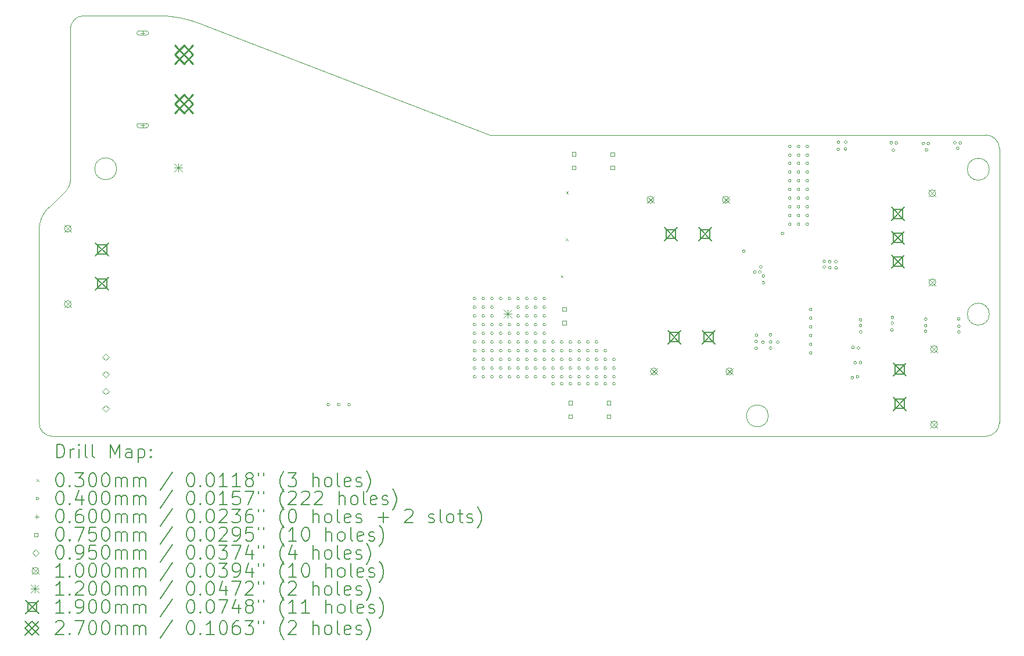
<source format=gbr>
%TF.GenerationSoftware,KiCad,Pcbnew,8.0.1*%
%TF.CreationDate,2024-08-18T09:44:35+02:00*%
%TF.ProjectId,robal_power_board,726f6261-6c5f-4706-9f77-65725f626f61,rev?*%
%TF.SameCoordinates,Original*%
%TF.FileFunction,Drillmap*%
%TF.FilePolarity,Positive*%
%FSLAX45Y45*%
G04 Gerber Fmt 4.5, Leading zero omitted, Abs format (unit mm)*
G04 Created by KiCad (PCBNEW 8.0.1) date 2024-08-18 09:44:35*
%MOMM*%
%LPD*%
G01*
G04 APERTURE LIST*
%ADD10C,0.050000*%
%ADD11C,0.200000*%
%ADD12C,0.100000*%
%ADD13C,0.120000*%
%ADD14C,0.190000*%
%ADD15C,0.270000*%
G04 APERTURE END LIST*
D10*
X20380600Y-9322200D02*
G75*
G02*
X20060600Y-9322200I-160000J0D01*
G01*
X20060600Y-9322200D02*
G75*
G02*
X20380600Y-9322200I160000J0D01*
G01*
X20527800Y-10905585D02*
G75*
G02*
X20327800Y-11106151I-200000J-565D01*
G01*
X7660000Y-7200000D02*
G75*
G02*
X7340000Y-7200000I-160000J0D01*
G01*
X7340000Y-7200000D02*
G75*
G02*
X7660000Y-7200000I160000J0D01*
G01*
X6527800Y-8106150D02*
G75*
G02*
X6669284Y-7764791I482540J0D01*
G01*
X7184591Y-4965700D02*
X8225000Y-4965655D01*
X20527800Y-10905585D02*
X20527800Y-6905585D01*
X13106400Y-6705600D02*
X20327800Y-6705585D01*
X17160000Y-10807200D02*
G75*
G02*
X16840000Y-10807200I-160000J0D01*
G01*
X16840000Y-10807200D02*
G75*
G02*
X17160000Y-10807200I160000J0D01*
G01*
X20327800Y-11106151D02*
X6727800Y-11106151D01*
X6984591Y-5165700D02*
X6984591Y-7378639D01*
X6984780Y-7378639D02*
G75*
G02*
X6939726Y-7494621I-171810J-1D01*
G01*
X8225000Y-4965655D02*
G75*
G02*
X8905288Y-5092944I30970J-1716015D01*
G01*
X6984591Y-5165700D02*
G75*
G02*
X7184591Y-4965701I199999J0D01*
G01*
X20380600Y-7207200D02*
G75*
G02*
X20060600Y-7207200I-160000J0D01*
G01*
X20060600Y-7207200D02*
G75*
G02*
X20380600Y-7207200I160000J0D01*
G01*
X6527800Y-10906150D02*
X6527800Y-8106150D01*
X6975000Y-5125000D02*
X6975000Y-5125000D01*
X13106400Y-6705600D02*
X8905288Y-5092944D01*
X20327800Y-6705585D02*
G75*
G02*
X20527795Y-6905585I0J-199995D01*
G01*
X6669285Y-7764792D02*
X6939725Y-7494620D01*
X6727800Y-11106151D02*
G75*
G02*
X6527799Y-10906150I0J200001D01*
G01*
D11*
D12*
X14134904Y-8755356D02*
X14164904Y-8785356D01*
X14164904Y-8755356D02*
X14134904Y-8785356D01*
X14209000Y-8219665D02*
X14239000Y-8249665D01*
X14239000Y-8219665D02*
X14209000Y-8249665D01*
X14213186Y-7531550D02*
X14243186Y-7561550D01*
X14243186Y-7531550D02*
X14213186Y-7561550D01*
X10764200Y-10642600D02*
G75*
G02*
X10724200Y-10642600I-20000J0D01*
G01*
X10724200Y-10642600D02*
G75*
G02*
X10764200Y-10642600I20000J0D01*
G01*
X10916600Y-10642600D02*
G75*
G02*
X10876600Y-10642600I-20000J0D01*
G01*
X10876600Y-10642600D02*
G75*
G02*
X10916600Y-10642600I20000J0D01*
G01*
X11069000Y-10642600D02*
G75*
G02*
X11029000Y-10642600I-20000J0D01*
G01*
X11029000Y-10642600D02*
G75*
G02*
X11069000Y-10642600I20000J0D01*
G01*
X12897800Y-9093200D02*
G75*
G02*
X12857800Y-9093200I-20000J0D01*
G01*
X12857800Y-9093200D02*
G75*
G02*
X12897800Y-9093200I20000J0D01*
G01*
X12897800Y-9220200D02*
G75*
G02*
X12857800Y-9220200I-20000J0D01*
G01*
X12857800Y-9220200D02*
G75*
G02*
X12897800Y-9220200I20000J0D01*
G01*
X12897800Y-9347200D02*
G75*
G02*
X12857800Y-9347200I-20000J0D01*
G01*
X12857800Y-9347200D02*
G75*
G02*
X12897800Y-9347200I20000J0D01*
G01*
X12897800Y-9474200D02*
G75*
G02*
X12857800Y-9474200I-20000J0D01*
G01*
X12857800Y-9474200D02*
G75*
G02*
X12897800Y-9474200I20000J0D01*
G01*
X12897800Y-9601200D02*
G75*
G02*
X12857800Y-9601200I-20000J0D01*
G01*
X12857800Y-9601200D02*
G75*
G02*
X12897800Y-9601200I20000J0D01*
G01*
X12897800Y-9728200D02*
G75*
G02*
X12857800Y-9728200I-20000J0D01*
G01*
X12857800Y-9728200D02*
G75*
G02*
X12897800Y-9728200I20000J0D01*
G01*
X12897800Y-9855200D02*
G75*
G02*
X12857800Y-9855200I-20000J0D01*
G01*
X12857800Y-9855200D02*
G75*
G02*
X12897800Y-9855200I20000J0D01*
G01*
X12897800Y-9982200D02*
G75*
G02*
X12857800Y-9982200I-20000J0D01*
G01*
X12857800Y-9982200D02*
G75*
G02*
X12897800Y-9982200I20000J0D01*
G01*
X12897800Y-10109200D02*
G75*
G02*
X12857800Y-10109200I-20000J0D01*
G01*
X12857800Y-10109200D02*
G75*
G02*
X12897800Y-10109200I20000J0D01*
G01*
X12897800Y-10236200D02*
G75*
G02*
X12857800Y-10236200I-20000J0D01*
G01*
X12857800Y-10236200D02*
G75*
G02*
X12897800Y-10236200I20000J0D01*
G01*
X13024800Y-9093200D02*
G75*
G02*
X12984800Y-9093200I-20000J0D01*
G01*
X12984800Y-9093200D02*
G75*
G02*
X13024800Y-9093200I20000J0D01*
G01*
X13024800Y-9220200D02*
G75*
G02*
X12984800Y-9220200I-20000J0D01*
G01*
X12984800Y-9220200D02*
G75*
G02*
X13024800Y-9220200I20000J0D01*
G01*
X13024800Y-9347200D02*
G75*
G02*
X12984800Y-9347200I-20000J0D01*
G01*
X12984800Y-9347200D02*
G75*
G02*
X13024800Y-9347200I20000J0D01*
G01*
X13024800Y-9474200D02*
G75*
G02*
X12984800Y-9474200I-20000J0D01*
G01*
X12984800Y-9474200D02*
G75*
G02*
X13024800Y-9474200I20000J0D01*
G01*
X13024800Y-9601200D02*
G75*
G02*
X12984800Y-9601200I-20000J0D01*
G01*
X12984800Y-9601200D02*
G75*
G02*
X13024800Y-9601200I20000J0D01*
G01*
X13024800Y-9728200D02*
G75*
G02*
X12984800Y-9728200I-20000J0D01*
G01*
X12984800Y-9728200D02*
G75*
G02*
X13024800Y-9728200I20000J0D01*
G01*
X13024800Y-9855200D02*
G75*
G02*
X12984800Y-9855200I-20000J0D01*
G01*
X12984800Y-9855200D02*
G75*
G02*
X13024800Y-9855200I20000J0D01*
G01*
X13024800Y-9982200D02*
G75*
G02*
X12984800Y-9982200I-20000J0D01*
G01*
X12984800Y-9982200D02*
G75*
G02*
X13024800Y-9982200I20000J0D01*
G01*
X13024800Y-10109200D02*
G75*
G02*
X12984800Y-10109200I-20000J0D01*
G01*
X12984800Y-10109200D02*
G75*
G02*
X13024800Y-10109200I20000J0D01*
G01*
X13024800Y-10236200D02*
G75*
G02*
X12984800Y-10236200I-20000J0D01*
G01*
X12984800Y-10236200D02*
G75*
G02*
X13024800Y-10236200I20000J0D01*
G01*
X13151800Y-9093200D02*
G75*
G02*
X13111800Y-9093200I-20000J0D01*
G01*
X13111800Y-9093200D02*
G75*
G02*
X13151800Y-9093200I20000J0D01*
G01*
X13151800Y-9220200D02*
G75*
G02*
X13111800Y-9220200I-20000J0D01*
G01*
X13111800Y-9220200D02*
G75*
G02*
X13151800Y-9220200I20000J0D01*
G01*
X13151800Y-9347200D02*
G75*
G02*
X13111800Y-9347200I-20000J0D01*
G01*
X13111800Y-9347200D02*
G75*
G02*
X13151800Y-9347200I20000J0D01*
G01*
X13151800Y-9474200D02*
G75*
G02*
X13111800Y-9474200I-20000J0D01*
G01*
X13111800Y-9474200D02*
G75*
G02*
X13151800Y-9474200I20000J0D01*
G01*
X13151800Y-9601200D02*
G75*
G02*
X13111800Y-9601200I-20000J0D01*
G01*
X13111800Y-9601200D02*
G75*
G02*
X13151800Y-9601200I20000J0D01*
G01*
X13151800Y-9728200D02*
G75*
G02*
X13111800Y-9728200I-20000J0D01*
G01*
X13111800Y-9728200D02*
G75*
G02*
X13151800Y-9728200I20000J0D01*
G01*
X13151800Y-9855200D02*
G75*
G02*
X13111800Y-9855200I-20000J0D01*
G01*
X13111800Y-9855200D02*
G75*
G02*
X13151800Y-9855200I20000J0D01*
G01*
X13151800Y-9982200D02*
G75*
G02*
X13111800Y-9982200I-20000J0D01*
G01*
X13111800Y-9982200D02*
G75*
G02*
X13151800Y-9982200I20000J0D01*
G01*
X13151800Y-10109200D02*
G75*
G02*
X13111800Y-10109200I-20000J0D01*
G01*
X13111800Y-10109200D02*
G75*
G02*
X13151800Y-10109200I20000J0D01*
G01*
X13151800Y-10236200D02*
G75*
G02*
X13111800Y-10236200I-20000J0D01*
G01*
X13111800Y-10236200D02*
G75*
G02*
X13151800Y-10236200I20000J0D01*
G01*
X13278800Y-9093200D02*
G75*
G02*
X13238800Y-9093200I-20000J0D01*
G01*
X13238800Y-9093200D02*
G75*
G02*
X13278800Y-9093200I20000J0D01*
G01*
X13278800Y-9474200D02*
G75*
G02*
X13238800Y-9474200I-20000J0D01*
G01*
X13238800Y-9474200D02*
G75*
G02*
X13278800Y-9474200I20000J0D01*
G01*
X13278800Y-9601200D02*
G75*
G02*
X13238800Y-9601200I-20000J0D01*
G01*
X13238800Y-9601200D02*
G75*
G02*
X13278800Y-9601200I20000J0D01*
G01*
X13278800Y-9728200D02*
G75*
G02*
X13238800Y-9728200I-20000J0D01*
G01*
X13238800Y-9728200D02*
G75*
G02*
X13278800Y-9728200I20000J0D01*
G01*
X13278800Y-9855200D02*
G75*
G02*
X13238800Y-9855200I-20000J0D01*
G01*
X13238800Y-9855200D02*
G75*
G02*
X13278800Y-9855200I20000J0D01*
G01*
X13278800Y-9982200D02*
G75*
G02*
X13238800Y-9982200I-20000J0D01*
G01*
X13238800Y-9982200D02*
G75*
G02*
X13278800Y-9982200I20000J0D01*
G01*
X13278800Y-10109200D02*
G75*
G02*
X13238800Y-10109200I-20000J0D01*
G01*
X13238800Y-10109200D02*
G75*
G02*
X13278800Y-10109200I20000J0D01*
G01*
X13278800Y-10236200D02*
G75*
G02*
X13238800Y-10236200I-20000J0D01*
G01*
X13238800Y-10236200D02*
G75*
G02*
X13278800Y-10236200I20000J0D01*
G01*
X13405800Y-9093200D02*
G75*
G02*
X13365800Y-9093200I-20000J0D01*
G01*
X13365800Y-9093200D02*
G75*
G02*
X13405800Y-9093200I20000J0D01*
G01*
X13405800Y-9474200D02*
G75*
G02*
X13365800Y-9474200I-20000J0D01*
G01*
X13365800Y-9474200D02*
G75*
G02*
X13405800Y-9474200I20000J0D01*
G01*
X13405800Y-9601200D02*
G75*
G02*
X13365800Y-9601200I-20000J0D01*
G01*
X13365800Y-9601200D02*
G75*
G02*
X13405800Y-9601200I20000J0D01*
G01*
X13405800Y-9728200D02*
G75*
G02*
X13365800Y-9728200I-20000J0D01*
G01*
X13365800Y-9728200D02*
G75*
G02*
X13405800Y-9728200I20000J0D01*
G01*
X13405800Y-9855200D02*
G75*
G02*
X13365800Y-9855200I-20000J0D01*
G01*
X13365800Y-9855200D02*
G75*
G02*
X13405800Y-9855200I20000J0D01*
G01*
X13405800Y-9982200D02*
G75*
G02*
X13365800Y-9982200I-20000J0D01*
G01*
X13365800Y-9982200D02*
G75*
G02*
X13405800Y-9982200I20000J0D01*
G01*
X13405800Y-10109200D02*
G75*
G02*
X13365800Y-10109200I-20000J0D01*
G01*
X13365800Y-10109200D02*
G75*
G02*
X13405800Y-10109200I20000J0D01*
G01*
X13405800Y-10236200D02*
G75*
G02*
X13365800Y-10236200I-20000J0D01*
G01*
X13365800Y-10236200D02*
G75*
G02*
X13405800Y-10236200I20000J0D01*
G01*
X13532800Y-9093200D02*
G75*
G02*
X13492800Y-9093200I-20000J0D01*
G01*
X13492800Y-9093200D02*
G75*
G02*
X13532800Y-9093200I20000J0D01*
G01*
X13532800Y-9220200D02*
G75*
G02*
X13492800Y-9220200I-20000J0D01*
G01*
X13492800Y-9220200D02*
G75*
G02*
X13532800Y-9220200I20000J0D01*
G01*
X13532800Y-9347200D02*
G75*
G02*
X13492800Y-9347200I-20000J0D01*
G01*
X13492800Y-9347200D02*
G75*
G02*
X13532800Y-9347200I20000J0D01*
G01*
X13532800Y-9474200D02*
G75*
G02*
X13492800Y-9474200I-20000J0D01*
G01*
X13492800Y-9474200D02*
G75*
G02*
X13532800Y-9474200I20000J0D01*
G01*
X13532800Y-9601200D02*
G75*
G02*
X13492800Y-9601200I-20000J0D01*
G01*
X13492800Y-9601200D02*
G75*
G02*
X13532800Y-9601200I20000J0D01*
G01*
X13532800Y-9728200D02*
G75*
G02*
X13492800Y-9728200I-20000J0D01*
G01*
X13492800Y-9728200D02*
G75*
G02*
X13532800Y-9728200I20000J0D01*
G01*
X13532800Y-9855200D02*
G75*
G02*
X13492800Y-9855200I-20000J0D01*
G01*
X13492800Y-9855200D02*
G75*
G02*
X13532800Y-9855200I20000J0D01*
G01*
X13532800Y-9982200D02*
G75*
G02*
X13492800Y-9982200I-20000J0D01*
G01*
X13492800Y-9982200D02*
G75*
G02*
X13532800Y-9982200I20000J0D01*
G01*
X13532800Y-10109200D02*
G75*
G02*
X13492800Y-10109200I-20000J0D01*
G01*
X13492800Y-10109200D02*
G75*
G02*
X13532800Y-10109200I20000J0D01*
G01*
X13532800Y-10236200D02*
G75*
G02*
X13492800Y-10236200I-20000J0D01*
G01*
X13492800Y-10236200D02*
G75*
G02*
X13532800Y-10236200I20000J0D01*
G01*
X13659800Y-9093200D02*
G75*
G02*
X13619800Y-9093200I-20000J0D01*
G01*
X13619800Y-9093200D02*
G75*
G02*
X13659800Y-9093200I20000J0D01*
G01*
X13659800Y-9220200D02*
G75*
G02*
X13619800Y-9220200I-20000J0D01*
G01*
X13619800Y-9220200D02*
G75*
G02*
X13659800Y-9220200I20000J0D01*
G01*
X13659800Y-9347200D02*
G75*
G02*
X13619800Y-9347200I-20000J0D01*
G01*
X13619800Y-9347200D02*
G75*
G02*
X13659800Y-9347200I20000J0D01*
G01*
X13659800Y-9474200D02*
G75*
G02*
X13619800Y-9474200I-20000J0D01*
G01*
X13619800Y-9474200D02*
G75*
G02*
X13659800Y-9474200I20000J0D01*
G01*
X13659800Y-9601200D02*
G75*
G02*
X13619800Y-9601200I-20000J0D01*
G01*
X13619800Y-9601200D02*
G75*
G02*
X13659800Y-9601200I20000J0D01*
G01*
X13659800Y-9728200D02*
G75*
G02*
X13619800Y-9728200I-20000J0D01*
G01*
X13619800Y-9728200D02*
G75*
G02*
X13659800Y-9728200I20000J0D01*
G01*
X13659800Y-9855200D02*
G75*
G02*
X13619800Y-9855200I-20000J0D01*
G01*
X13619800Y-9855200D02*
G75*
G02*
X13659800Y-9855200I20000J0D01*
G01*
X13659800Y-9982200D02*
G75*
G02*
X13619800Y-9982200I-20000J0D01*
G01*
X13619800Y-9982200D02*
G75*
G02*
X13659800Y-9982200I20000J0D01*
G01*
X13659800Y-10109200D02*
G75*
G02*
X13619800Y-10109200I-20000J0D01*
G01*
X13619800Y-10109200D02*
G75*
G02*
X13659800Y-10109200I20000J0D01*
G01*
X13659800Y-10236200D02*
G75*
G02*
X13619800Y-10236200I-20000J0D01*
G01*
X13619800Y-10236200D02*
G75*
G02*
X13659800Y-10236200I20000J0D01*
G01*
X13786800Y-9093200D02*
G75*
G02*
X13746800Y-9093200I-20000J0D01*
G01*
X13746800Y-9093200D02*
G75*
G02*
X13786800Y-9093200I20000J0D01*
G01*
X13786800Y-9220200D02*
G75*
G02*
X13746800Y-9220200I-20000J0D01*
G01*
X13746800Y-9220200D02*
G75*
G02*
X13786800Y-9220200I20000J0D01*
G01*
X13786800Y-9347200D02*
G75*
G02*
X13746800Y-9347200I-20000J0D01*
G01*
X13746800Y-9347200D02*
G75*
G02*
X13786800Y-9347200I20000J0D01*
G01*
X13786800Y-9474200D02*
G75*
G02*
X13746800Y-9474200I-20000J0D01*
G01*
X13746800Y-9474200D02*
G75*
G02*
X13786800Y-9474200I20000J0D01*
G01*
X13786800Y-9601200D02*
G75*
G02*
X13746800Y-9601200I-20000J0D01*
G01*
X13746800Y-9601200D02*
G75*
G02*
X13786800Y-9601200I20000J0D01*
G01*
X13786800Y-9728200D02*
G75*
G02*
X13746800Y-9728200I-20000J0D01*
G01*
X13746800Y-9728200D02*
G75*
G02*
X13786800Y-9728200I20000J0D01*
G01*
X13786800Y-9855200D02*
G75*
G02*
X13746800Y-9855200I-20000J0D01*
G01*
X13746800Y-9855200D02*
G75*
G02*
X13786800Y-9855200I20000J0D01*
G01*
X13786800Y-9982200D02*
G75*
G02*
X13746800Y-9982200I-20000J0D01*
G01*
X13746800Y-9982200D02*
G75*
G02*
X13786800Y-9982200I20000J0D01*
G01*
X13786800Y-10109200D02*
G75*
G02*
X13746800Y-10109200I-20000J0D01*
G01*
X13746800Y-10109200D02*
G75*
G02*
X13786800Y-10109200I20000J0D01*
G01*
X13786800Y-10236200D02*
G75*
G02*
X13746800Y-10236200I-20000J0D01*
G01*
X13746800Y-10236200D02*
G75*
G02*
X13786800Y-10236200I20000J0D01*
G01*
X13913800Y-9093200D02*
G75*
G02*
X13873800Y-9093200I-20000J0D01*
G01*
X13873800Y-9093200D02*
G75*
G02*
X13913800Y-9093200I20000J0D01*
G01*
X13913800Y-9220200D02*
G75*
G02*
X13873800Y-9220200I-20000J0D01*
G01*
X13873800Y-9220200D02*
G75*
G02*
X13913800Y-9220200I20000J0D01*
G01*
X13913800Y-9347200D02*
G75*
G02*
X13873800Y-9347200I-20000J0D01*
G01*
X13873800Y-9347200D02*
G75*
G02*
X13913800Y-9347200I20000J0D01*
G01*
X13913800Y-9474200D02*
G75*
G02*
X13873800Y-9474200I-20000J0D01*
G01*
X13873800Y-9474200D02*
G75*
G02*
X13913800Y-9474200I20000J0D01*
G01*
X13913800Y-9601200D02*
G75*
G02*
X13873800Y-9601200I-20000J0D01*
G01*
X13873800Y-9601200D02*
G75*
G02*
X13913800Y-9601200I20000J0D01*
G01*
X13913800Y-9728200D02*
G75*
G02*
X13873800Y-9728200I-20000J0D01*
G01*
X13873800Y-9728200D02*
G75*
G02*
X13913800Y-9728200I20000J0D01*
G01*
X13913800Y-9855200D02*
G75*
G02*
X13873800Y-9855200I-20000J0D01*
G01*
X13873800Y-9855200D02*
G75*
G02*
X13913800Y-9855200I20000J0D01*
G01*
X13913800Y-9982200D02*
G75*
G02*
X13873800Y-9982200I-20000J0D01*
G01*
X13873800Y-9982200D02*
G75*
G02*
X13913800Y-9982200I20000J0D01*
G01*
X13913800Y-10109200D02*
G75*
G02*
X13873800Y-10109200I-20000J0D01*
G01*
X13873800Y-10109200D02*
G75*
G02*
X13913800Y-10109200I20000J0D01*
G01*
X13913800Y-10236200D02*
G75*
G02*
X13873800Y-10236200I-20000J0D01*
G01*
X13873800Y-10236200D02*
G75*
G02*
X13913800Y-10236200I20000J0D01*
G01*
X14040800Y-9728200D02*
G75*
G02*
X14000800Y-9728200I-20000J0D01*
G01*
X14000800Y-9728200D02*
G75*
G02*
X14040800Y-9728200I20000J0D01*
G01*
X14040800Y-9855200D02*
G75*
G02*
X14000800Y-9855200I-20000J0D01*
G01*
X14000800Y-9855200D02*
G75*
G02*
X14040800Y-9855200I20000J0D01*
G01*
X14040800Y-9982200D02*
G75*
G02*
X14000800Y-9982200I-20000J0D01*
G01*
X14000800Y-9982200D02*
G75*
G02*
X14040800Y-9982200I20000J0D01*
G01*
X14040800Y-10109200D02*
G75*
G02*
X14000800Y-10109200I-20000J0D01*
G01*
X14000800Y-10109200D02*
G75*
G02*
X14040800Y-10109200I20000J0D01*
G01*
X14040800Y-10236200D02*
G75*
G02*
X14000800Y-10236200I-20000J0D01*
G01*
X14000800Y-10236200D02*
G75*
G02*
X14040800Y-10236200I20000J0D01*
G01*
X14040800Y-10337800D02*
G75*
G02*
X14000800Y-10337800I-20000J0D01*
G01*
X14000800Y-10337800D02*
G75*
G02*
X14040800Y-10337800I20000J0D01*
G01*
X14167800Y-9728200D02*
G75*
G02*
X14127800Y-9728200I-20000J0D01*
G01*
X14127800Y-9728200D02*
G75*
G02*
X14167800Y-9728200I20000J0D01*
G01*
X14167800Y-9855200D02*
G75*
G02*
X14127800Y-9855200I-20000J0D01*
G01*
X14127800Y-9855200D02*
G75*
G02*
X14167800Y-9855200I20000J0D01*
G01*
X14167800Y-9982200D02*
G75*
G02*
X14127800Y-9982200I-20000J0D01*
G01*
X14127800Y-9982200D02*
G75*
G02*
X14167800Y-9982200I20000J0D01*
G01*
X14167800Y-10109200D02*
G75*
G02*
X14127800Y-10109200I-20000J0D01*
G01*
X14127800Y-10109200D02*
G75*
G02*
X14167800Y-10109200I20000J0D01*
G01*
X14167800Y-10236200D02*
G75*
G02*
X14127800Y-10236200I-20000J0D01*
G01*
X14127800Y-10236200D02*
G75*
G02*
X14167800Y-10236200I20000J0D01*
G01*
X14167800Y-10337800D02*
G75*
G02*
X14127800Y-10337800I-20000J0D01*
G01*
X14127800Y-10337800D02*
G75*
G02*
X14167800Y-10337800I20000J0D01*
G01*
X14294800Y-9728200D02*
G75*
G02*
X14254800Y-9728200I-20000J0D01*
G01*
X14254800Y-9728200D02*
G75*
G02*
X14294800Y-9728200I20000J0D01*
G01*
X14294800Y-9855200D02*
G75*
G02*
X14254800Y-9855200I-20000J0D01*
G01*
X14254800Y-9855200D02*
G75*
G02*
X14294800Y-9855200I20000J0D01*
G01*
X14294800Y-9982200D02*
G75*
G02*
X14254800Y-9982200I-20000J0D01*
G01*
X14254800Y-9982200D02*
G75*
G02*
X14294800Y-9982200I20000J0D01*
G01*
X14294800Y-10109200D02*
G75*
G02*
X14254800Y-10109200I-20000J0D01*
G01*
X14254800Y-10109200D02*
G75*
G02*
X14294800Y-10109200I20000J0D01*
G01*
X14294800Y-10236200D02*
G75*
G02*
X14254800Y-10236200I-20000J0D01*
G01*
X14254800Y-10236200D02*
G75*
G02*
X14294800Y-10236200I20000J0D01*
G01*
X14294800Y-10337800D02*
G75*
G02*
X14254800Y-10337800I-20000J0D01*
G01*
X14254800Y-10337800D02*
G75*
G02*
X14294800Y-10337800I20000J0D01*
G01*
X14421800Y-9728200D02*
G75*
G02*
X14381800Y-9728200I-20000J0D01*
G01*
X14381800Y-9728200D02*
G75*
G02*
X14421800Y-9728200I20000J0D01*
G01*
X14421800Y-9855200D02*
G75*
G02*
X14381800Y-9855200I-20000J0D01*
G01*
X14381800Y-9855200D02*
G75*
G02*
X14421800Y-9855200I20000J0D01*
G01*
X14421800Y-9982200D02*
G75*
G02*
X14381800Y-9982200I-20000J0D01*
G01*
X14381800Y-9982200D02*
G75*
G02*
X14421800Y-9982200I20000J0D01*
G01*
X14421800Y-10109200D02*
G75*
G02*
X14381800Y-10109200I-20000J0D01*
G01*
X14381800Y-10109200D02*
G75*
G02*
X14421800Y-10109200I20000J0D01*
G01*
X14421800Y-10236200D02*
G75*
G02*
X14381800Y-10236200I-20000J0D01*
G01*
X14381800Y-10236200D02*
G75*
G02*
X14421800Y-10236200I20000J0D01*
G01*
X14421800Y-10337800D02*
G75*
G02*
X14381800Y-10337800I-20000J0D01*
G01*
X14381800Y-10337800D02*
G75*
G02*
X14421800Y-10337800I20000J0D01*
G01*
X14548800Y-9728200D02*
G75*
G02*
X14508800Y-9728200I-20000J0D01*
G01*
X14508800Y-9728200D02*
G75*
G02*
X14548800Y-9728200I20000J0D01*
G01*
X14548800Y-9855200D02*
G75*
G02*
X14508800Y-9855200I-20000J0D01*
G01*
X14508800Y-9855200D02*
G75*
G02*
X14548800Y-9855200I20000J0D01*
G01*
X14548800Y-9982200D02*
G75*
G02*
X14508800Y-9982200I-20000J0D01*
G01*
X14508800Y-9982200D02*
G75*
G02*
X14548800Y-9982200I20000J0D01*
G01*
X14548800Y-10109200D02*
G75*
G02*
X14508800Y-10109200I-20000J0D01*
G01*
X14508800Y-10109200D02*
G75*
G02*
X14548800Y-10109200I20000J0D01*
G01*
X14548800Y-10236200D02*
G75*
G02*
X14508800Y-10236200I-20000J0D01*
G01*
X14508800Y-10236200D02*
G75*
G02*
X14548800Y-10236200I20000J0D01*
G01*
X14548800Y-10337800D02*
G75*
G02*
X14508800Y-10337800I-20000J0D01*
G01*
X14508800Y-10337800D02*
G75*
G02*
X14548800Y-10337800I20000J0D01*
G01*
X14675800Y-9728200D02*
G75*
G02*
X14635800Y-9728200I-20000J0D01*
G01*
X14635800Y-9728200D02*
G75*
G02*
X14675800Y-9728200I20000J0D01*
G01*
X14675800Y-9855200D02*
G75*
G02*
X14635800Y-9855200I-20000J0D01*
G01*
X14635800Y-9855200D02*
G75*
G02*
X14675800Y-9855200I20000J0D01*
G01*
X14675800Y-9982200D02*
G75*
G02*
X14635800Y-9982200I-20000J0D01*
G01*
X14635800Y-9982200D02*
G75*
G02*
X14675800Y-9982200I20000J0D01*
G01*
X14675800Y-10109200D02*
G75*
G02*
X14635800Y-10109200I-20000J0D01*
G01*
X14635800Y-10109200D02*
G75*
G02*
X14675800Y-10109200I20000J0D01*
G01*
X14675800Y-10236200D02*
G75*
G02*
X14635800Y-10236200I-20000J0D01*
G01*
X14635800Y-10236200D02*
G75*
G02*
X14675800Y-10236200I20000J0D01*
G01*
X14675800Y-10337800D02*
G75*
G02*
X14635800Y-10337800I-20000J0D01*
G01*
X14635800Y-10337800D02*
G75*
G02*
X14675800Y-10337800I20000J0D01*
G01*
X14802800Y-9855200D02*
G75*
G02*
X14762800Y-9855200I-20000J0D01*
G01*
X14762800Y-9855200D02*
G75*
G02*
X14802800Y-9855200I20000J0D01*
G01*
X14802800Y-9982200D02*
G75*
G02*
X14762800Y-9982200I-20000J0D01*
G01*
X14762800Y-9982200D02*
G75*
G02*
X14802800Y-9982200I20000J0D01*
G01*
X14802800Y-10109200D02*
G75*
G02*
X14762800Y-10109200I-20000J0D01*
G01*
X14762800Y-10109200D02*
G75*
G02*
X14802800Y-10109200I20000J0D01*
G01*
X14802800Y-10236200D02*
G75*
G02*
X14762800Y-10236200I-20000J0D01*
G01*
X14762800Y-10236200D02*
G75*
G02*
X14802800Y-10236200I20000J0D01*
G01*
X14802800Y-10337800D02*
G75*
G02*
X14762800Y-10337800I-20000J0D01*
G01*
X14762800Y-10337800D02*
G75*
G02*
X14802800Y-10337800I20000J0D01*
G01*
X14929800Y-9982200D02*
G75*
G02*
X14889800Y-9982200I-20000J0D01*
G01*
X14889800Y-9982200D02*
G75*
G02*
X14929800Y-9982200I20000J0D01*
G01*
X14929800Y-10109200D02*
G75*
G02*
X14889800Y-10109200I-20000J0D01*
G01*
X14889800Y-10109200D02*
G75*
G02*
X14929800Y-10109200I20000J0D01*
G01*
X14929800Y-10236200D02*
G75*
G02*
X14889800Y-10236200I-20000J0D01*
G01*
X14889800Y-10236200D02*
G75*
G02*
X14929800Y-10236200I20000J0D01*
G01*
X14929800Y-10337800D02*
G75*
G02*
X14889800Y-10337800I-20000J0D01*
G01*
X14889800Y-10337800D02*
G75*
G02*
X14929800Y-10337800I20000J0D01*
G01*
X16821639Y-8404795D02*
G75*
G02*
X16781639Y-8404795I-20000J0D01*
G01*
X16781639Y-8404795D02*
G75*
G02*
X16821639Y-8404795I20000J0D01*
G01*
X16983633Y-8707104D02*
G75*
G02*
X16943633Y-8707104I-20000J0D01*
G01*
X16943633Y-8707104D02*
G75*
G02*
X16983633Y-8707104I20000J0D01*
G01*
X17000000Y-9720000D02*
G75*
G02*
X16960000Y-9720000I-20000J0D01*
G01*
X16960000Y-9720000D02*
G75*
G02*
X17000000Y-9720000I20000J0D01*
G01*
X17000000Y-9820000D02*
G75*
G02*
X16960000Y-9820000I-20000J0D01*
G01*
X16960000Y-9820000D02*
G75*
G02*
X17000000Y-9820000I20000J0D01*
G01*
X17006102Y-9630288D02*
G75*
G02*
X16966102Y-9630288I-20000J0D01*
G01*
X16966102Y-9630288D02*
G75*
G02*
X17006102Y-9630288I20000J0D01*
G01*
X17053962Y-8706038D02*
G75*
G02*
X17013962Y-8706038I-20000J0D01*
G01*
X17013962Y-8706038D02*
G75*
G02*
X17053962Y-8706038I20000J0D01*
G01*
X17069877Y-8630902D02*
G75*
G02*
X17029877Y-8630902I-20000J0D01*
G01*
X17029877Y-8630902D02*
G75*
G02*
X17069877Y-8630902I20000J0D01*
G01*
X17101743Y-9733312D02*
G75*
G02*
X17061743Y-9733312I-20000J0D01*
G01*
X17061743Y-9733312D02*
G75*
G02*
X17101743Y-9733312I20000J0D01*
G01*
X17107241Y-8861969D02*
G75*
G02*
X17067241Y-8861969I-20000J0D01*
G01*
X17067241Y-8861969D02*
G75*
G02*
X17107241Y-8861969I20000J0D01*
G01*
X17107596Y-8766066D02*
G75*
G02*
X17067596Y-8766066I-20000J0D01*
G01*
X17067596Y-8766066D02*
G75*
G02*
X17107596Y-8766066I20000J0D01*
G01*
X17211493Y-9623095D02*
G75*
G02*
X17171493Y-9623095I-20000J0D01*
G01*
X17171493Y-9623095D02*
G75*
G02*
X17211493Y-9623095I20000J0D01*
G01*
X17213092Y-9728588D02*
G75*
G02*
X17173092Y-9728588I-20000J0D01*
G01*
X17173092Y-9728588D02*
G75*
G02*
X17213092Y-9728588I20000J0D01*
G01*
X17214428Y-9818026D02*
G75*
G02*
X17174428Y-9818026I-20000J0D01*
G01*
X17174428Y-9818026D02*
G75*
G02*
X17214428Y-9818026I20000J0D01*
G01*
X17316724Y-9730915D02*
G75*
G02*
X17276724Y-9730915I-20000J0D01*
G01*
X17276724Y-9730915D02*
G75*
G02*
X17316724Y-9730915I20000J0D01*
G01*
X17385676Y-8145615D02*
G75*
G02*
X17345676Y-8145615I-20000J0D01*
G01*
X17345676Y-8145615D02*
G75*
G02*
X17385676Y-8145615I20000J0D01*
G01*
X17491800Y-7119200D02*
G75*
G02*
X17451800Y-7119200I-20000J0D01*
G01*
X17451800Y-7119200D02*
G75*
G02*
X17491800Y-7119200I20000J0D01*
G01*
X17491800Y-7246200D02*
G75*
G02*
X17451800Y-7246200I-20000J0D01*
G01*
X17451800Y-7246200D02*
G75*
G02*
X17491800Y-7246200I20000J0D01*
G01*
X17491800Y-7373200D02*
G75*
G02*
X17451800Y-7373200I-20000J0D01*
G01*
X17451800Y-7373200D02*
G75*
G02*
X17491800Y-7373200I20000J0D01*
G01*
X17491800Y-7500200D02*
G75*
G02*
X17451800Y-7500200I-20000J0D01*
G01*
X17451800Y-7500200D02*
G75*
G02*
X17491800Y-7500200I20000J0D01*
G01*
X17491800Y-7627200D02*
G75*
G02*
X17451800Y-7627200I-20000J0D01*
G01*
X17451800Y-7627200D02*
G75*
G02*
X17491800Y-7627200I20000J0D01*
G01*
X17491800Y-7754200D02*
G75*
G02*
X17451800Y-7754200I-20000J0D01*
G01*
X17451800Y-7754200D02*
G75*
G02*
X17491800Y-7754200I20000J0D01*
G01*
X17491800Y-7881200D02*
G75*
G02*
X17451800Y-7881200I-20000J0D01*
G01*
X17451800Y-7881200D02*
G75*
G02*
X17491800Y-7881200I20000J0D01*
G01*
X17491800Y-8008200D02*
G75*
G02*
X17451800Y-8008200I-20000J0D01*
G01*
X17451800Y-8008200D02*
G75*
G02*
X17491800Y-8008200I20000J0D01*
G01*
X17493000Y-6873000D02*
G75*
G02*
X17453000Y-6873000I-20000J0D01*
G01*
X17453000Y-6873000D02*
G75*
G02*
X17493000Y-6873000I20000J0D01*
G01*
X17493000Y-7000000D02*
G75*
G02*
X17453000Y-7000000I-20000J0D01*
G01*
X17453000Y-7000000D02*
G75*
G02*
X17493000Y-7000000I20000J0D01*
G01*
X17618800Y-7119200D02*
G75*
G02*
X17578800Y-7119200I-20000J0D01*
G01*
X17578800Y-7119200D02*
G75*
G02*
X17618800Y-7119200I20000J0D01*
G01*
X17618800Y-7246200D02*
G75*
G02*
X17578800Y-7246200I-20000J0D01*
G01*
X17578800Y-7246200D02*
G75*
G02*
X17618800Y-7246200I20000J0D01*
G01*
X17618800Y-7373200D02*
G75*
G02*
X17578800Y-7373200I-20000J0D01*
G01*
X17578800Y-7373200D02*
G75*
G02*
X17618800Y-7373200I20000J0D01*
G01*
X17618800Y-7500200D02*
G75*
G02*
X17578800Y-7500200I-20000J0D01*
G01*
X17578800Y-7500200D02*
G75*
G02*
X17618800Y-7500200I20000J0D01*
G01*
X17618800Y-7627200D02*
G75*
G02*
X17578800Y-7627200I-20000J0D01*
G01*
X17578800Y-7627200D02*
G75*
G02*
X17618800Y-7627200I20000J0D01*
G01*
X17618800Y-7754200D02*
G75*
G02*
X17578800Y-7754200I-20000J0D01*
G01*
X17578800Y-7754200D02*
G75*
G02*
X17618800Y-7754200I20000J0D01*
G01*
X17618800Y-7881200D02*
G75*
G02*
X17578800Y-7881200I-20000J0D01*
G01*
X17578800Y-7881200D02*
G75*
G02*
X17618800Y-7881200I20000J0D01*
G01*
X17618800Y-8008200D02*
G75*
G02*
X17578800Y-8008200I-20000J0D01*
G01*
X17578800Y-8008200D02*
G75*
G02*
X17618800Y-8008200I20000J0D01*
G01*
X17620000Y-6873000D02*
G75*
G02*
X17580000Y-6873000I-20000J0D01*
G01*
X17580000Y-6873000D02*
G75*
G02*
X17620000Y-6873000I20000J0D01*
G01*
X17620000Y-7000000D02*
G75*
G02*
X17580000Y-7000000I-20000J0D01*
G01*
X17580000Y-7000000D02*
G75*
G02*
X17620000Y-7000000I20000J0D01*
G01*
X17745800Y-7119200D02*
G75*
G02*
X17705800Y-7119200I-20000J0D01*
G01*
X17705800Y-7119200D02*
G75*
G02*
X17745800Y-7119200I20000J0D01*
G01*
X17745800Y-7246200D02*
G75*
G02*
X17705800Y-7246200I-20000J0D01*
G01*
X17705800Y-7246200D02*
G75*
G02*
X17745800Y-7246200I20000J0D01*
G01*
X17745800Y-7373200D02*
G75*
G02*
X17705800Y-7373200I-20000J0D01*
G01*
X17705800Y-7373200D02*
G75*
G02*
X17745800Y-7373200I20000J0D01*
G01*
X17745800Y-7500200D02*
G75*
G02*
X17705800Y-7500200I-20000J0D01*
G01*
X17705800Y-7500200D02*
G75*
G02*
X17745800Y-7500200I20000J0D01*
G01*
X17745800Y-7627200D02*
G75*
G02*
X17705800Y-7627200I-20000J0D01*
G01*
X17705800Y-7627200D02*
G75*
G02*
X17745800Y-7627200I20000J0D01*
G01*
X17745800Y-7754200D02*
G75*
G02*
X17705800Y-7754200I-20000J0D01*
G01*
X17705800Y-7754200D02*
G75*
G02*
X17745800Y-7754200I20000J0D01*
G01*
X17745800Y-7881200D02*
G75*
G02*
X17705800Y-7881200I-20000J0D01*
G01*
X17705800Y-7881200D02*
G75*
G02*
X17745800Y-7881200I20000J0D01*
G01*
X17745800Y-8008200D02*
G75*
G02*
X17705800Y-8008200I-20000J0D01*
G01*
X17705800Y-8008200D02*
G75*
G02*
X17745800Y-8008200I20000J0D01*
G01*
X17747000Y-6873000D02*
G75*
G02*
X17707000Y-6873000I-20000J0D01*
G01*
X17707000Y-6873000D02*
G75*
G02*
X17747000Y-6873000I20000J0D01*
G01*
X17747000Y-7000000D02*
G75*
G02*
X17707000Y-7000000I-20000J0D01*
G01*
X17707000Y-7000000D02*
G75*
G02*
X17747000Y-7000000I20000J0D01*
G01*
X17796600Y-9252800D02*
G75*
G02*
X17756600Y-9252800I-20000J0D01*
G01*
X17756600Y-9252800D02*
G75*
G02*
X17796600Y-9252800I20000J0D01*
G01*
X17796600Y-9379800D02*
G75*
G02*
X17756600Y-9379800I-20000J0D01*
G01*
X17756600Y-9379800D02*
G75*
G02*
X17796600Y-9379800I20000J0D01*
G01*
X17796600Y-9506800D02*
G75*
G02*
X17756600Y-9506800I-20000J0D01*
G01*
X17756600Y-9506800D02*
G75*
G02*
X17796600Y-9506800I20000J0D01*
G01*
X17796600Y-9633800D02*
G75*
G02*
X17756600Y-9633800I-20000J0D01*
G01*
X17756600Y-9633800D02*
G75*
G02*
X17796600Y-9633800I20000J0D01*
G01*
X17796600Y-9760800D02*
G75*
G02*
X17756600Y-9760800I-20000J0D01*
G01*
X17756600Y-9760800D02*
G75*
G02*
X17796600Y-9760800I20000J0D01*
G01*
X17796600Y-9887800D02*
G75*
G02*
X17756600Y-9887800I-20000J0D01*
G01*
X17756600Y-9887800D02*
G75*
G02*
X17796600Y-9887800I20000J0D01*
G01*
X17993884Y-8550911D02*
G75*
G02*
X17953884Y-8550911I-20000J0D01*
G01*
X17953884Y-8550911D02*
G75*
G02*
X17993884Y-8550911I20000J0D01*
G01*
X17995083Y-8632428D02*
G75*
G02*
X17955083Y-8632428I-20000J0D01*
G01*
X17955083Y-8632428D02*
G75*
G02*
X17995083Y-8632428I20000J0D01*
G01*
X18074749Y-8555204D02*
G75*
G02*
X18034749Y-8555204I-20000J0D01*
G01*
X18034749Y-8555204D02*
G75*
G02*
X18074749Y-8555204I20000J0D01*
G01*
X18076000Y-8643200D02*
G75*
G02*
X18036000Y-8643200I-20000J0D01*
G01*
X18036000Y-8643200D02*
G75*
G02*
X18076000Y-8643200I20000J0D01*
G01*
X18163628Y-8554184D02*
G75*
G02*
X18123628Y-8554184I-20000J0D01*
G01*
X18123628Y-8554184D02*
G75*
G02*
X18163628Y-8554184I20000J0D01*
G01*
X18169022Y-8646770D02*
G75*
G02*
X18129022Y-8646770I-20000J0D01*
G01*
X18129022Y-8646770D02*
G75*
G02*
X18169022Y-8646770I20000J0D01*
G01*
X18198528Y-6916196D02*
G75*
G02*
X18158528Y-6916196I-20000J0D01*
G01*
X18158528Y-6916196D02*
G75*
G02*
X18198528Y-6916196I20000J0D01*
G01*
X18201225Y-6813723D02*
G75*
G02*
X18161225Y-6813723I-20000J0D01*
G01*
X18161225Y-6813723D02*
G75*
G02*
X18201225Y-6813723I20000J0D01*
G01*
X18302349Y-6910803D02*
G75*
G02*
X18262349Y-6910803I-20000J0D01*
G01*
X18262349Y-6910803D02*
G75*
G02*
X18302349Y-6910803I20000J0D01*
G01*
X18306394Y-6811027D02*
G75*
G02*
X18266394Y-6811027I-20000J0D01*
G01*
X18266394Y-6811027D02*
G75*
G02*
X18306394Y-6811027I20000J0D01*
G01*
X18404064Y-10248953D02*
G75*
G02*
X18364064Y-10248953I-20000J0D01*
G01*
X18364064Y-10248953D02*
G75*
G02*
X18404064Y-10248953I20000J0D01*
G01*
X18412456Y-9807802D02*
G75*
G02*
X18372456Y-9807802I-20000J0D01*
G01*
X18372456Y-9807802D02*
G75*
G02*
X18412456Y-9807802I20000J0D01*
G01*
X18444823Y-10029576D02*
G75*
G02*
X18404823Y-10029576I-20000J0D01*
G01*
X18404823Y-10029576D02*
G75*
G02*
X18444823Y-10029576I20000J0D01*
G01*
X18479588Y-10236966D02*
G75*
G02*
X18439588Y-10236966I-20000J0D01*
G01*
X18439588Y-10236966D02*
G75*
G02*
X18479588Y-10236966I20000J0D01*
G01*
X18493973Y-9817392D02*
G75*
G02*
X18453973Y-9817392I-20000J0D01*
G01*
X18453973Y-9817392D02*
G75*
G02*
X18493973Y-9817392I20000J0D01*
G01*
X18522744Y-10028378D02*
G75*
G02*
X18482744Y-10028378I-20000J0D01*
G01*
X18482744Y-10028378D02*
G75*
G02*
X18522744Y-10028378I20000J0D01*
G01*
X18523643Y-9405296D02*
G75*
G02*
X18483643Y-9405296I-20000J0D01*
G01*
X18483643Y-9405296D02*
G75*
G02*
X18523643Y-9405296I20000J0D01*
G01*
X18524842Y-9488012D02*
G75*
G02*
X18484842Y-9488012I-20000J0D01*
G01*
X18484842Y-9488012D02*
G75*
G02*
X18524842Y-9488012I20000J0D01*
G01*
X18526041Y-9580318D02*
G75*
G02*
X18486041Y-9580318I-20000J0D01*
G01*
X18486041Y-9580318D02*
G75*
G02*
X18526041Y-9580318I20000J0D01*
G01*
X18972550Y-6821100D02*
G75*
G02*
X18932550Y-6821100I-20000J0D01*
G01*
X18932550Y-6821100D02*
G75*
G02*
X18972550Y-6821100I20000J0D01*
G01*
X18980379Y-9552746D02*
G75*
G02*
X18940379Y-9552746I-20000J0D01*
G01*
X18940379Y-9552746D02*
G75*
G02*
X18980379Y-9552746I20000J0D01*
G01*
X18986373Y-9453248D02*
G75*
G02*
X18946373Y-9453248I-20000J0D01*
G01*
X18946373Y-9453248D02*
G75*
G02*
X18986373Y-9453248I20000J0D01*
G01*
X18988771Y-9370532D02*
G75*
G02*
X18948771Y-9370532I-20000J0D01*
G01*
X18948771Y-9370532D02*
G75*
G02*
X18988771Y-9370532I20000J0D01*
G01*
X19001639Y-6930091D02*
G75*
G02*
X18961639Y-6930091I-20000J0D01*
G01*
X18961639Y-6930091D02*
G75*
G02*
X19001639Y-6930091I20000J0D01*
G01*
X19046275Y-6824697D02*
G75*
G02*
X19006275Y-6824697I-20000J0D01*
G01*
X19006275Y-6824697D02*
G75*
G02*
X19046275Y-6824697I20000J0D01*
G01*
X19440000Y-6830091D02*
G75*
G02*
X19400000Y-6830091I-20000J0D01*
G01*
X19400000Y-6830091D02*
G75*
G02*
X19440000Y-6830091I20000J0D01*
G01*
X19470681Y-9573126D02*
G75*
G02*
X19430681Y-9573126I-20000J0D01*
G01*
X19430681Y-9573126D02*
G75*
G02*
X19470681Y-9573126I20000J0D01*
G01*
X19473079Y-9489211D02*
G75*
G02*
X19433079Y-9489211I-20000J0D01*
G01*
X19433079Y-9489211D02*
G75*
G02*
X19473079Y-9489211I20000J0D01*
G01*
X19474277Y-9394507D02*
G75*
G02*
X19434277Y-9394507I-20000J0D01*
G01*
X19434277Y-9394507D02*
G75*
G02*
X19474277Y-9394507I20000J0D01*
G01*
X19485947Y-6924097D02*
G75*
G02*
X19445947Y-6924097I-20000J0D01*
G01*
X19445947Y-6924097D02*
G75*
G02*
X19485947Y-6924097I20000J0D01*
G01*
X19511612Y-6830301D02*
G75*
G02*
X19471612Y-6830301I-20000J0D01*
G01*
X19471612Y-6830301D02*
G75*
G02*
X19511612Y-6830301I20000J0D01*
G01*
X19900000Y-6820000D02*
G75*
G02*
X19860000Y-6820000I-20000J0D01*
G01*
X19860000Y-6820000D02*
G75*
G02*
X19900000Y-6820000I20000J0D01*
G01*
X19940000Y-6900000D02*
G75*
G02*
X19900000Y-6900000I-20000J0D01*
G01*
X19900000Y-6900000D02*
G75*
G02*
X19940000Y-6900000I20000J0D01*
G01*
X19954989Y-9392110D02*
G75*
G02*
X19914989Y-9392110I-20000J0D01*
G01*
X19914989Y-9392110D02*
G75*
G02*
X19954989Y-9392110I20000J0D01*
G01*
X19956188Y-9497602D02*
G75*
G02*
X19916188Y-9497602I-20000J0D01*
G01*
X19916188Y-9497602D02*
G75*
G02*
X19956188Y-9497602I20000J0D01*
G01*
X19957387Y-9581517D02*
G75*
G02*
X19917387Y-9581517I-20000J0D01*
G01*
X19917387Y-9581517D02*
G75*
G02*
X19957387Y-9581517I20000J0D01*
G01*
X19977602Y-6822316D02*
G75*
G02*
X19937602Y-6822316I-20000J0D01*
G01*
X19937602Y-6822316D02*
G75*
G02*
X19977602Y-6822316I20000J0D01*
G01*
X8039800Y-5187800D02*
X8039800Y-5247800D01*
X8009800Y-5217800D02*
X8069800Y-5217800D01*
X7984800Y-5247800D02*
X8094800Y-5247800D01*
X8094800Y-5187800D02*
G75*
G02*
X8094800Y-5247800I0J-30000D01*
G01*
X8094800Y-5187800D02*
X7984800Y-5187800D01*
X7984800Y-5187800D02*
G75*
G03*
X7984800Y-5247800I0J-30000D01*
G01*
X8039800Y-6537800D02*
X8039800Y-6597800D01*
X8009800Y-6567800D02*
X8069800Y-6567800D01*
X7984800Y-6597800D02*
X8094800Y-6597800D01*
X8094800Y-6537800D02*
G75*
G02*
X8094800Y-6597800I0J-30000D01*
G01*
X8094800Y-6537800D02*
X7984800Y-6537800D01*
X7984800Y-6537800D02*
G75*
G03*
X7984800Y-6597800I0J-30000D01*
G01*
X14212749Y-9275189D02*
X14212749Y-9222155D01*
X14159716Y-9222155D01*
X14159716Y-9275189D01*
X14212749Y-9275189D01*
X14212749Y-9475189D02*
X14212749Y-9422155D01*
X14159716Y-9422155D01*
X14159716Y-9475189D01*
X14212749Y-9475189D01*
X14301317Y-10643717D02*
X14301317Y-10590683D01*
X14248283Y-10590683D01*
X14248283Y-10643717D01*
X14301317Y-10643717D01*
X14301317Y-10843717D02*
X14301317Y-10790683D01*
X14248283Y-10790683D01*
X14248283Y-10843717D01*
X14301317Y-10843717D01*
X14352117Y-7011517D02*
X14352117Y-6958483D01*
X14299083Y-6958483D01*
X14299083Y-7011517D01*
X14352117Y-7011517D01*
X14352117Y-7211517D02*
X14352117Y-7158483D01*
X14299083Y-7158483D01*
X14299083Y-7211517D01*
X14352117Y-7211517D01*
X14860117Y-10643717D02*
X14860117Y-10590683D01*
X14807083Y-10590683D01*
X14807083Y-10643717D01*
X14860117Y-10643717D01*
X14860117Y-10843717D02*
X14860117Y-10790683D01*
X14807083Y-10790683D01*
X14807083Y-10843717D01*
X14860117Y-10843717D01*
X14915117Y-7013117D02*
X14915117Y-6960083D01*
X14862083Y-6960083D01*
X14862083Y-7013117D01*
X14915117Y-7013117D01*
X14915117Y-7213117D02*
X14915117Y-7160083D01*
X14862083Y-7160083D01*
X14862083Y-7213117D01*
X14915117Y-7213117D01*
X7500000Y-9997500D02*
X7547500Y-9950000D01*
X7500000Y-9902500D01*
X7452500Y-9950000D01*
X7500000Y-9997500D01*
X7500000Y-10247500D02*
X7547500Y-10200000D01*
X7500000Y-10152500D01*
X7452500Y-10200000D01*
X7500000Y-10247500D01*
X7500000Y-10497500D02*
X7547500Y-10450000D01*
X7500000Y-10402500D01*
X7452500Y-10450000D01*
X7500000Y-10497500D01*
X7500000Y-10747500D02*
X7547500Y-10700000D01*
X7500000Y-10652500D01*
X7452500Y-10700000D01*
X7500000Y-10747500D01*
X6897600Y-8025000D02*
X6997600Y-8125000D01*
X6997600Y-8025000D02*
X6897600Y-8125000D01*
X6997600Y-8075000D02*
G75*
G02*
X6897600Y-8075000I-50000J0D01*
G01*
X6897600Y-8075000D02*
G75*
G02*
X6997600Y-8075000I50000J0D01*
G01*
X6897600Y-9125000D02*
X6997600Y-9225000D01*
X6997600Y-9125000D02*
X6897600Y-9225000D01*
X6997600Y-9175000D02*
G75*
G02*
X6897600Y-9175000I-50000J0D01*
G01*
X6897600Y-9175000D02*
G75*
G02*
X6997600Y-9175000I50000J0D01*
G01*
X15389800Y-7602600D02*
X15489800Y-7702600D01*
X15489800Y-7602600D02*
X15389800Y-7702600D01*
X15489800Y-7652600D02*
G75*
G02*
X15389800Y-7652600I-50000J0D01*
G01*
X15389800Y-7652600D02*
G75*
G02*
X15489800Y-7652600I50000J0D01*
G01*
X15440600Y-10109200D02*
X15540600Y-10209200D01*
X15540600Y-10109200D02*
X15440600Y-10209200D01*
X15540600Y-10159200D02*
G75*
G02*
X15440600Y-10159200I-50000J0D01*
G01*
X15440600Y-10159200D02*
G75*
G02*
X15540600Y-10159200I50000J0D01*
G01*
X16489800Y-7602600D02*
X16589800Y-7702600D01*
X16589800Y-7602600D02*
X16489800Y-7702600D01*
X16589800Y-7652600D02*
G75*
G02*
X16489800Y-7652600I-50000J0D01*
G01*
X16489800Y-7652600D02*
G75*
G02*
X16589800Y-7652600I50000J0D01*
G01*
X16540600Y-10109200D02*
X16640600Y-10209200D01*
X16640600Y-10109200D02*
X16540600Y-10209200D01*
X16640600Y-10159200D02*
G75*
G02*
X16540600Y-10159200I-50000J0D01*
G01*
X16540600Y-10159200D02*
G75*
G02*
X16640600Y-10159200I50000J0D01*
G01*
X19500600Y-7507200D02*
X19600600Y-7607200D01*
X19600600Y-7507200D02*
X19500600Y-7607200D01*
X19600600Y-7557200D02*
G75*
G02*
X19500600Y-7557200I-50000J0D01*
G01*
X19500600Y-7557200D02*
G75*
G02*
X19600600Y-7557200I50000J0D01*
G01*
X19500600Y-8807200D02*
X19600600Y-8907200D01*
X19600600Y-8807200D02*
X19500600Y-8907200D01*
X19600600Y-8857200D02*
G75*
G02*
X19500600Y-8857200I-50000J0D01*
G01*
X19500600Y-8857200D02*
G75*
G02*
X19600600Y-8857200I50000J0D01*
G01*
X19525600Y-9782200D02*
X19625600Y-9882200D01*
X19625600Y-9782200D02*
X19525600Y-9882200D01*
X19625600Y-9832200D02*
G75*
G02*
X19525600Y-9832200I-50000J0D01*
G01*
X19525600Y-9832200D02*
G75*
G02*
X19625600Y-9832200I50000J0D01*
G01*
X19525600Y-10882200D02*
X19625600Y-10982200D01*
X19625600Y-10882200D02*
X19525600Y-10982200D01*
X19625600Y-10932200D02*
G75*
G02*
X19525600Y-10932200I-50000J0D01*
G01*
X19525600Y-10932200D02*
G75*
G02*
X19625600Y-10932200I50000J0D01*
G01*
D13*
X8497400Y-7123600D02*
X8617400Y-7243600D01*
X8617400Y-7123600D02*
X8497400Y-7243600D01*
X8557400Y-7123600D02*
X8557400Y-7243600D01*
X8497400Y-7183600D02*
X8617400Y-7183600D01*
X13297400Y-9253600D02*
X13417400Y-9373600D01*
X13417400Y-9253600D02*
X13297400Y-9373600D01*
X13357400Y-9253600D02*
X13357400Y-9373600D01*
X13297400Y-9313600D02*
X13417400Y-9313600D01*
D14*
X7352600Y-8280000D02*
X7542600Y-8470000D01*
X7542600Y-8280000D02*
X7352600Y-8470000D01*
X7514776Y-8442176D02*
X7514776Y-8307824D01*
X7380424Y-8307824D01*
X7380424Y-8442176D01*
X7514776Y-8442176D01*
X7352600Y-8780000D02*
X7542600Y-8970000D01*
X7542600Y-8780000D02*
X7352600Y-8970000D01*
X7514776Y-8942176D02*
X7514776Y-8807824D01*
X7380424Y-8807824D01*
X7380424Y-8942176D01*
X7514776Y-8942176D01*
X15644800Y-8057600D02*
X15834800Y-8247600D01*
X15834800Y-8057600D02*
X15644800Y-8247600D01*
X15806976Y-8219776D02*
X15806976Y-8085424D01*
X15672624Y-8085424D01*
X15672624Y-8219776D01*
X15806976Y-8219776D01*
X15695600Y-9564200D02*
X15885600Y-9754200D01*
X15885600Y-9564200D02*
X15695600Y-9754200D01*
X15857776Y-9726376D02*
X15857776Y-9592024D01*
X15723424Y-9592024D01*
X15723424Y-9726376D01*
X15857776Y-9726376D01*
X16144800Y-8057600D02*
X16334800Y-8247600D01*
X16334800Y-8057600D02*
X16144800Y-8247600D01*
X16306976Y-8219776D02*
X16306976Y-8085424D01*
X16172624Y-8085424D01*
X16172624Y-8219776D01*
X16306976Y-8219776D01*
X16195600Y-9564200D02*
X16385600Y-9754200D01*
X16385600Y-9564200D02*
X16195600Y-9754200D01*
X16357776Y-9726376D02*
X16357776Y-9592024D01*
X16223424Y-9592024D01*
X16223424Y-9726376D01*
X16357776Y-9726376D01*
X18955600Y-7762200D02*
X19145600Y-7952200D01*
X19145600Y-7762200D02*
X18955600Y-7952200D01*
X19117776Y-7924376D02*
X19117776Y-7790024D01*
X18983424Y-7790024D01*
X18983424Y-7924376D01*
X19117776Y-7924376D01*
X18955600Y-8112200D02*
X19145600Y-8302200D01*
X19145600Y-8112200D02*
X18955600Y-8302200D01*
X19117776Y-8274376D02*
X19117776Y-8140024D01*
X18983424Y-8140024D01*
X18983424Y-8274376D01*
X19117776Y-8274376D01*
X18955600Y-8462200D02*
X19145600Y-8652200D01*
X19145600Y-8462200D02*
X18955600Y-8652200D01*
X19117776Y-8624376D02*
X19117776Y-8490024D01*
X18983424Y-8490024D01*
X18983424Y-8624376D01*
X19117776Y-8624376D01*
X18980600Y-10037200D02*
X19170600Y-10227200D01*
X19170600Y-10037200D02*
X18980600Y-10227200D01*
X19142776Y-10199376D02*
X19142776Y-10065024D01*
X19008424Y-10065024D01*
X19008424Y-10199376D01*
X19142776Y-10199376D01*
X18980600Y-10537200D02*
X19170600Y-10727200D01*
X19170600Y-10537200D02*
X18980600Y-10727200D01*
X19142776Y-10699376D02*
X19142776Y-10565024D01*
X19008424Y-10565024D01*
X19008424Y-10699376D01*
X19142776Y-10699376D01*
D15*
X8504800Y-5397800D02*
X8774800Y-5667800D01*
X8774800Y-5397800D02*
X8504800Y-5667800D01*
X8639800Y-5667800D02*
X8774800Y-5532800D01*
X8639800Y-5397800D01*
X8504800Y-5532800D01*
X8639800Y-5667800D01*
X8504800Y-6117800D02*
X8774800Y-6387800D01*
X8774800Y-6117800D02*
X8504800Y-6387800D01*
X8639800Y-6387800D02*
X8774800Y-6252800D01*
X8639800Y-6117800D01*
X8504800Y-6252800D01*
X8639800Y-6387800D01*
D11*
X6786077Y-11420134D02*
X6786077Y-11220134D01*
X6786077Y-11220134D02*
X6833696Y-11220134D01*
X6833696Y-11220134D02*
X6862267Y-11229658D01*
X6862267Y-11229658D02*
X6881315Y-11248706D01*
X6881315Y-11248706D02*
X6890839Y-11267753D01*
X6890839Y-11267753D02*
X6900362Y-11305849D01*
X6900362Y-11305849D02*
X6900362Y-11334420D01*
X6900362Y-11334420D02*
X6890839Y-11372515D01*
X6890839Y-11372515D02*
X6881315Y-11391563D01*
X6881315Y-11391563D02*
X6862267Y-11410611D01*
X6862267Y-11410611D02*
X6833696Y-11420134D01*
X6833696Y-11420134D02*
X6786077Y-11420134D01*
X6986077Y-11420134D02*
X6986077Y-11286801D01*
X6986077Y-11324896D02*
X6995601Y-11305849D01*
X6995601Y-11305849D02*
X7005124Y-11296325D01*
X7005124Y-11296325D02*
X7024172Y-11286801D01*
X7024172Y-11286801D02*
X7043220Y-11286801D01*
X7109886Y-11420134D02*
X7109886Y-11286801D01*
X7109886Y-11220134D02*
X7100362Y-11229658D01*
X7100362Y-11229658D02*
X7109886Y-11239182D01*
X7109886Y-11239182D02*
X7119410Y-11229658D01*
X7119410Y-11229658D02*
X7109886Y-11220134D01*
X7109886Y-11220134D02*
X7109886Y-11239182D01*
X7233696Y-11420134D02*
X7214648Y-11410611D01*
X7214648Y-11410611D02*
X7205124Y-11391563D01*
X7205124Y-11391563D02*
X7205124Y-11220134D01*
X7338458Y-11420134D02*
X7319410Y-11410611D01*
X7319410Y-11410611D02*
X7309886Y-11391563D01*
X7309886Y-11391563D02*
X7309886Y-11220134D01*
X7567029Y-11420134D02*
X7567029Y-11220134D01*
X7567029Y-11220134D02*
X7633696Y-11362992D01*
X7633696Y-11362992D02*
X7700362Y-11220134D01*
X7700362Y-11220134D02*
X7700362Y-11420134D01*
X7881315Y-11420134D02*
X7881315Y-11315373D01*
X7881315Y-11315373D02*
X7871791Y-11296325D01*
X7871791Y-11296325D02*
X7852743Y-11286801D01*
X7852743Y-11286801D02*
X7814648Y-11286801D01*
X7814648Y-11286801D02*
X7795601Y-11296325D01*
X7881315Y-11410611D02*
X7862267Y-11420134D01*
X7862267Y-11420134D02*
X7814648Y-11420134D01*
X7814648Y-11420134D02*
X7795601Y-11410611D01*
X7795601Y-11410611D02*
X7786077Y-11391563D01*
X7786077Y-11391563D02*
X7786077Y-11372515D01*
X7786077Y-11372515D02*
X7795601Y-11353468D01*
X7795601Y-11353468D02*
X7814648Y-11343944D01*
X7814648Y-11343944D02*
X7862267Y-11343944D01*
X7862267Y-11343944D02*
X7881315Y-11334420D01*
X7976553Y-11286801D02*
X7976553Y-11486801D01*
X7976553Y-11296325D02*
X7995601Y-11286801D01*
X7995601Y-11286801D02*
X8033696Y-11286801D01*
X8033696Y-11286801D02*
X8052743Y-11296325D01*
X8052743Y-11296325D02*
X8062267Y-11305849D01*
X8062267Y-11305849D02*
X8071791Y-11324896D01*
X8071791Y-11324896D02*
X8071791Y-11382039D01*
X8071791Y-11382039D02*
X8062267Y-11401087D01*
X8062267Y-11401087D02*
X8052743Y-11410611D01*
X8052743Y-11410611D02*
X8033696Y-11420134D01*
X8033696Y-11420134D02*
X7995601Y-11420134D01*
X7995601Y-11420134D02*
X7976553Y-11410611D01*
X8157505Y-11401087D02*
X8167029Y-11410611D01*
X8167029Y-11410611D02*
X8157505Y-11420134D01*
X8157505Y-11420134D02*
X8147982Y-11410611D01*
X8147982Y-11410611D02*
X8157505Y-11401087D01*
X8157505Y-11401087D02*
X8157505Y-11420134D01*
X8157505Y-11296325D02*
X8167029Y-11305849D01*
X8167029Y-11305849D02*
X8157505Y-11315373D01*
X8157505Y-11315373D02*
X8147982Y-11305849D01*
X8147982Y-11305849D02*
X8157505Y-11296325D01*
X8157505Y-11296325D02*
X8157505Y-11315373D01*
D12*
X6495300Y-11733651D02*
X6525300Y-11763651D01*
X6525300Y-11733651D02*
X6495300Y-11763651D01*
D11*
X6824172Y-11640134D02*
X6843220Y-11640134D01*
X6843220Y-11640134D02*
X6862267Y-11649658D01*
X6862267Y-11649658D02*
X6871791Y-11659182D01*
X6871791Y-11659182D02*
X6881315Y-11678230D01*
X6881315Y-11678230D02*
X6890839Y-11716325D01*
X6890839Y-11716325D02*
X6890839Y-11763944D01*
X6890839Y-11763944D02*
X6881315Y-11802039D01*
X6881315Y-11802039D02*
X6871791Y-11821087D01*
X6871791Y-11821087D02*
X6862267Y-11830611D01*
X6862267Y-11830611D02*
X6843220Y-11840134D01*
X6843220Y-11840134D02*
X6824172Y-11840134D01*
X6824172Y-11840134D02*
X6805124Y-11830611D01*
X6805124Y-11830611D02*
X6795601Y-11821087D01*
X6795601Y-11821087D02*
X6786077Y-11802039D01*
X6786077Y-11802039D02*
X6776553Y-11763944D01*
X6776553Y-11763944D02*
X6776553Y-11716325D01*
X6776553Y-11716325D02*
X6786077Y-11678230D01*
X6786077Y-11678230D02*
X6795601Y-11659182D01*
X6795601Y-11659182D02*
X6805124Y-11649658D01*
X6805124Y-11649658D02*
X6824172Y-11640134D01*
X6976553Y-11821087D02*
X6986077Y-11830611D01*
X6986077Y-11830611D02*
X6976553Y-11840134D01*
X6976553Y-11840134D02*
X6967029Y-11830611D01*
X6967029Y-11830611D02*
X6976553Y-11821087D01*
X6976553Y-11821087D02*
X6976553Y-11840134D01*
X7052743Y-11640134D02*
X7176553Y-11640134D01*
X7176553Y-11640134D02*
X7109886Y-11716325D01*
X7109886Y-11716325D02*
X7138458Y-11716325D01*
X7138458Y-11716325D02*
X7157505Y-11725849D01*
X7157505Y-11725849D02*
X7167029Y-11735373D01*
X7167029Y-11735373D02*
X7176553Y-11754420D01*
X7176553Y-11754420D02*
X7176553Y-11802039D01*
X7176553Y-11802039D02*
X7167029Y-11821087D01*
X7167029Y-11821087D02*
X7157505Y-11830611D01*
X7157505Y-11830611D02*
X7138458Y-11840134D01*
X7138458Y-11840134D02*
X7081315Y-11840134D01*
X7081315Y-11840134D02*
X7062267Y-11830611D01*
X7062267Y-11830611D02*
X7052743Y-11821087D01*
X7300362Y-11640134D02*
X7319410Y-11640134D01*
X7319410Y-11640134D02*
X7338458Y-11649658D01*
X7338458Y-11649658D02*
X7347982Y-11659182D01*
X7347982Y-11659182D02*
X7357505Y-11678230D01*
X7357505Y-11678230D02*
X7367029Y-11716325D01*
X7367029Y-11716325D02*
X7367029Y-11763944D01*
X7367029Y-11763944D02*
X7357505Y-11802039D01*
X7357505Y-11802039D02*
X7347982Y-11821087D01*
X7347982Y-11821087D02*
X7338458Y-11830611D01*
X7338458Y-11830611D02*
X7319410Y-11840134D01*
X7319410Y-11840134D02*
X7300362Y-11840134D01*
X7300362Y-11840134D02*
X7281315Y-11830611D01*
X7281315Y-11830611D02*
X7271791Y-11821087D01*
X7271791Y-11821087D02*
X7262267Y-11802039D01*
X7262267Y-11802039D02*
X7252743Y-11763944D01*
X7252743Y-11763944D02*
X7252743Y-11716325D01*
X7252743Y-11716325D02*
X7262267Y-11678230D01*
X7262267Y-11678230D02*
X7271791Y-11659182D01*
X7271791Y-11659182D02*
X7281315Y-11649658D01*
X7281315Y-11649658D02*
X7300362Y-11640134D01*
X7490839Y-11640134D02*
X7509886Y-11640134D01*
X7509886Y-11640134D02*
X7528934Y-11649658D01*
X7528934Y-11649658D02*
X7538458Y-11659182D01*
X7538458Y-11659182D02*
X7547982Y-11678230D01*
X7547982Y-11678230D02*
X7557505Y-11716325D01*
X7557505Y-11716325D02*
X7557505Y-11763944D01*
X7557505Y-11763944D02*
X7547982Y-11802039D01*
X7547982Y-11802039D02*
X7538458Y-11821087D01*
X7538458Y-11821087D02*
X7528934Y-11830611D01*
X7528934Y-11830611D02*
X7509886Y-11840134D01*
X7509886Y-11840134D02*
X7490839Y-11840134D01*
X7490839Y-11840134D02*
X7471791Y-11830611D01*
X7471791Y-11830611D02*
X7462267Y-11821087D01*
X7462267Y-11821087D02*
X7452743Y-11802039D01*
X7452743Y-11802039D02*
X7443220Y-11763944D01*
X7443220Y-11763944D02*
X7443220Y-11716325D01*
X7443220Y-11716325D02*
X7452743Y-11678230D01*
X7452743Y-11678230D02*
X7462267Y-11659182D01*
X7462267Y-11659182D02*
X7471791Y-11649658D01*
X7471791Y-11649658D02*
X7490839Y-11640134D01*
X7643220Y-11840134D02*
X7643220Y-11706801D01*
X7643220Y-11725849D02*
X7652743Y-11716325D01*
X7652743Y-11716325D02*
X7671791Y-11706801D01*
X7671791Y-11706801D02*
X7700363Y-11706801D01*
X7700363Y-11706801D02*
X7719410Y-11716325D01*
X7719410Y-11716325D02*
X7728934Y-11735373D01*
X7728934Y-11735373D02*
X7728934Y-11840134D01*
X7728934Y-11735373D02*
X7738458Y-11716325D01*
X7738458Y-11716325D02*
X7757505Y-11706801D01*
X7757505Y-11706801D02*
X7786077Y-11706801D01*
X7786077Y-11706801D02*
X7805124Y-11716325D01*
X7805124Y-11716325D02*
X7814648Y-11735373D01*
X7814648Y-11735373D02*
X7814648Y-11840134D01*
X7909886Y-11840134D02*
X7909886Y-11706801D01*
X7909886Y-11725849D02*
X7919410Y-11716325D01*
X7919410Y-11716325D02*
X7938458Y-11706801D01*
X7938458Y-11706801D02*
X7967029Y-11706801D01*
X7967029Y-11706801D02*
X7986077Y-11716325D01*
X7986077Y-11716325D02*
X7995601Y-11735373D01*
X7995601Y-11735373D02*
X7995601Y-11840134D01*
X7995601Y-11735373D02*
X8005124Y-11716325D01*
X8005124Y-11716325D02*
X8024172Y-11706801D01*
X8024172Y-11706801D02*
X8052743Y-11706801D01*
X8052743Y-11706801D02*
X8071791Y-11716325D01*
X8071791Y-11716325D02*
X8081315Y-11735373D01*
X8081315Y-11735373D02*
X8081315Y-11840134D01*
X8471791Y-11630611D02*
X8300363Y-11887753D01*
X8728934Y-11640134D02*
X8747982Y-11640134D01*
X8747982Y-11640134D02*
X8767029Y-11649658D01*
X8767029Y-11649658D02*
X8776553Y-11659182D01*
X8776553Y-11659182D02*
X8786077Y-11678230D01*
X8786077Y-11678230D02*
X8795601Y-11716325D01*
X8795601Y-11716325D02*
X8795601Y-11763944D01*
X8795601Y-11763944D02*
X8786077Y-11802039D01*
X8786077Y-11802039D02*
X8776553Y-11821087D01*
X8776553Y-11821087D02*
X8767029Y-11830611D01*
X8767029Y-11830611D02*
X8747982Y-11840134D01*
X8747982Y-11840134D02*
X8728934Y-11840134D01*
X8728934Y-11840134D02*
X8709887Y-11830611D01*
X8709887Y-11830611D02*
X8700363Y-11821087D01*
X8700363Y-11821087D02*
X8690839Y-11802039D01*
X8690839Y-11802039D02*
X8681315Y-11763944D01*
X8681315Y-11763944D02*
X8681315Y-11716325D01*
X8681315Y-11716325D02*
X8690839Y-11678230D01*
X8690839Y-11678230D02*
X8700363Y-11659182D01*
X8700363Y-11659182D02*
X8709887Y-11649658D01*
X8709887Y-11649658D02*
X8728934Y-11640134D01*
X8881315Y-11821087D02*
X8890839Y-11830611D01*
X8890839Y-11830611D02*
X8881315Y-11840134D01*
X8881315Y-11840134D02*
X8871791Y-11830611D01*
X8871791Y-11830611D02*
X8881315Y-11821087D01*
X8881315Y-11821087D02*
X8881315Y-11840134D01*
X9014648Y-11640134D02*
X9033696Y-11640134D01*
X9033696Y-11640134D02*
X9052744Y-11649658D01*
X9052744Y-11649658D02*
X9062268Y-11659182D01*
X9062268Y-11659182D02*
X9071791Y-11678230D01*
X9071791Y-11678230D02*
X9081315Y-11716325D01*
X9081315Y-11716325D02*
X9081315Y-11763944D01*
X9081315Y-11763944D02*
X9071791Y-11802039D01*
X9071791Y-11802039D02*
X9062268Y-11821087D01*
X9062268Y-11821087D02*
X9052744Y-11830611D01*
X9052744Y-11830611D02*
X9033696Y-11840134D01*
X9033696Y-11840134D02*
X9014648Y-11840134D01*
X9014648Y-11840134D02*
X8995601Y-11830611D01*
X8995601Y-11830611D02*
X8986077Y-11821087D01*
X8986077Y-11821087D02*
X8976553Y-11802039D01*
X8976553Y-11802039D02*
X8967029Y-11763944D01*
X8967029Y-11763944D02*
X8967029Y-11716325D01*
X8967029Y-11716325D02*
X8976553Y-11678230D01*
X8976553Y-11678230D02*
X8986077Y-11659182D01*
X8986077Y-11659182D02*
X8995601Y-11649658D01*
X8995601Y-11649658D02*
X9014648Y-11640134D01*
X9271791Y-11840134D02*
X9157506Y-11840134D01*
X9214648Y-11840134D02*
X9214648Y-11640134D01*
X9214648Y-11640134D02*
X9195601Y-11668706D01*
X9195601Y-11668706D02*
X9176553Y-11687753D01*
X9176553Y-11687753D02*
X9157506Y-11697277D01*
X9462268Y-11840134D02*
X9347982Y-11840134D01*
X9405125Y-11840134D02*
X9405125Y-11640134D01*
X9405125Y-11640134D02*
X9386077Y-11668706D01*
X9386077Y-11668706D02*
X9367029Y-11687753D01*
X9367029Y-11687753D02*
X9347982Y-11697277D01*
X9576553Y-11725849D02*
X9557506Y-11716325D01*
X9557506Y-11716325D02*
X9547982Y-11706801D01*
X9547982Y-11706801D02*
X9538458Y-11687753D01*
X9538458Y-11687753D02*
X9538458Y-11678230D01*
X9538458Y-11678230D02*
X9547982Y-11659182D01*
X9547982Y-11659182D02*
X9557506Y-11649658D01*
X9557506Y-11649658D02*
X9576553Y-11640134D01*
X9576553Y-11640134D02*
X9614649Y-11640134D01*
X9614649Y-11640134D02*
X9633696Y-11649658D01*
X9633696Y-11649658D02*
X9643220Y-11659182D01*
X9643220Y-11659182D02*
X9652744Y-11678230D01*
X9652744Y-11678230D02*
X9652744Y-11687753D01*
X9652744Y-11687753D02*
X9643220Y-11706801D01*
X9643220Y-11706801D02*
X9633696Y-11716325D01*
X9633696Y-11716325D02*
X9614649Y-11725849D01*
X9614649Y-11725849D02*
X9576553Y-11725849D01*
X9576553Y-11725849D02*
X9557506Y-11735373D01*
X9557506Y-11735373D02*
X9547982Y-11744896D01*
X9547982Y-11744896D02*
X9538458Y-11763944D01*
X9538458Y-11763944D02*
X9538458Y-11802039D01*
X9538458Y-11802039D02*
X9547982Y-11821087D01*
X9547982Y-11821087D02*
X9557506Y-11830611D01*
X9557506Y-11830611D02*
X9576553Y-11840134D01*
X9576553Y-11840134D02*
X9614649Y-11840134D01*
X9614649Y-11840134D02*
X9633696Y-11830611D01*
X9633696Y-11830611D02*
X9643220Y-11821087D01*
X9643220Y-11821087D02*
X9652744Y-11802039D01*
X9652744Y-11802039D02*
X9652744Y-11763944D01*
X9652744Y-11763944D02*
X9643220Y-11744896D01*
X9643220Y-11744896D02*
X9633696Y-11735373D01*
X9633696Y-11735373D02*
X9614649Y-11725849D01*
X9728934Y-11640134D02*
X9728934Y-11678230D01*
X9805125Y-11640134D02*
X9805125Y-11678230D01*
X10100363Y-11916325D02*
X10090839Y-11906801D01*
X10090839Y-11906801D02*
X10071791Y-11878230D01*
X10071791Y-11878230D02*
X10062268Y-11859182D01*
X10062268Y-11859182D02*
X10052744Y-11830611D01*
X10052744Y-11830611D02*
X10043220Y-11782992D01*
X10043220Y-11782992D02*
X10043220Y-11744896D01*
X10043220Y-11744896D02*
X10052744Y-11697277D01*
X10052744Y-11697277D02*
X10062268Y-11668706D01*
X10062268Y-11668706D02*
X10071791Y-11649658D01*
X10071791Y-11649658D02*
X10090839Y-11621087D01*
X10090839Y-11621087D02*
X10100363Y-11611563D01*
X10157506Y-11640134D02*
X10281315Y-11640134D01*
X10281315Y-11640134D02*
X10214649Y-11716325D01*
X10214649Y-11716325D02*
X10243220Y-11716325D01*
X10243220Y-11716325D02*
X10262268Y-11725849D01*
X10262268Y-11725849D02*
X10271791Y-11735373D01*
X10271791Y-11735373D02*
X10281315Y-11754420D01*
X10281315Y-11754420D02*
X10281315Y-11802039D01*
X10281315Y-11802039D02*
X10271791Y-11821087D01*
X10271791Y-11821087D02*
X10262268Y-11830611D01*
X10262268Y-11830611D02*
X10243220Y-11840134D01*
X10243220Y-11840134D02*
X10186077Y-11840134D01*
X10186077Y-11840134D02*
X10167030Y-11830611D01*
X10167030Y-11830611D02*
X10157506Y-11821087D01*
X10519411Y-11840134D02*
X10519411Y-11640134D01*
X10605125Y-11840134D02*
X10605125Y-11735373D01*
X10605125Y-11735373D02*
X10595601Y-11716325D01*
X10595601Y-11716325D02*
X10576553Y-11706801D01*
X10576553Y-11706801D02*
X10547982Y-11706801D01*
X10547982Y-11706801D02*
X10528934Y-11716325D01*
X10528934Y-11716325D02*
X10519411Y-11725849D01*
X10728934Y-11840134D02*
X10709887Y-11830611D01*
X10709887Y-11830611D02*
X10700363Y-11821087D01*
X10700363Y-11821087D02*
X10690839Y-11802039D01*
X10690839Y-11802039D02*
X10690839Y-11744896D01*
X10690839Y-11744896D02*
X10700363Y-11725849D01*
X10700363Y-11725849D02*
X10709887Y-11716325D01*
X10709887Y-11716325D02*
X10728934Y-11706801D01*
X10728934Y-11706801D02*
X10757506Y-11706801D01*
X10757506Y-11706801D02*
X10776553Y-11716325D01*
X10776553Y-11716325D02*
X10786077Y-11725849D01*
X10786077Y-11725849D02*
X10795601Y-11744896D01*
X10795601Y-11744896D02*
X10795601Y-11802039D01*
X10795601Y-11802039D02*
X10786077Y-11821087D01*
X10786077Y-11821087D02*
X10776553Y-11830611D01*
X10776553Y-11830611D02*
X10757506Y-11840134D01*
X10757506Y-11840134D02*
X10728934Y-11840134D01*
X10909887Y-11840134D02*
X10890839Y-11830611D01*
X10890839Y-11830611D02*
X10881315Y-11811563D01*
X10881315Y-11811563D02*
X10881315Y-11640134D01*
X11062268Y-11830611D02*
X11043220Y-11840134D01*
X11043220Y-11840134D02*
X11005125Y-11840134D01*
X11005125Y-11840134D02*
X10986077Y-11830611D01*
X10986077Y-11830611D02*
X10976553Y-11811563D01*
X10976553Y-11811563D02*
X10976553Y-11735373D01*
X10976553Y-11735373D02*
X10986077Y-11716325D01*
X10986077Y-11716325D02*
X11005125Y-11706801D01*
X11005125Y-11706801D02*
X11043220Y-11706801D01*
X11043220Y-11706801D02*
X11062268Y-11716325D01*
X11062268Y-11716325D02*
X11071792Y-11735373D01*
X11071792Y-11735373D02*
X11071792Y-11754420D01*
X11071792Y-11754420D02*
X10976553Y-11773468D01*
X11147982Y-11830611D02*
X11167030Y-11840134D01*
X11167030Y-11840134D02*
X11205125Y-11840134D01*
X11205125Y-11840134D02*
X11224172Y-11830611D01*
X11224172Y-11830611D02*
X11233696Y-11811563D01*
X11233696Y-11811563D02*
X11233696Y-11802039D01*
X11233696Y-11802039D02*
X11224172Y-11782992D01*
X11224172Y-11782992D02*
X11205125Y-11773468D01*
X11205125Y-11773468D02*
X11176553Y-11773468D01*
X11176553Y-11773468D02*
X11157506Y-11763944D01*
X11157506Y-11763944D02*
X11147982Y-11744896D01*
X11147982Y-11744896D02*
X11147982Y-11735373D01*
X11147982Y-11735373D02*
X11157506Y-11716325D01*
X11157506Y-11716325D02*
X11176553Y-11706801D01*
X11176553Y-11706801D02*
X11205125Y-11706801D01*
X11205125Y-11706801D02*
X11224172Y-11716325D01*
X11300363Y-11916325D02*
X11309887Y-11906801D01*
X11309887Y-11906801D02*
X11328934Y-11878230D01*
X11328934Y-11878230D02*
X11338458Y-11859182D01*
X11338458Y-11859182D02*
X11347982Y-11830611D01*
X11347982Y-11830611D02*
X11357506Y-11782992D01*
X11357506Y-11782992D02*
X11357506Y-11744896D01*
X11357506Y-11744896D02*
X11347982Y-11697277D01*
X11347982Y-11697277D02*
X11338458Y-11668706D01*
X11338458Y-11668706D02*
X11328934Y-11649658D01*
X11328934Y-11649658D02*
X11309887Y-11621087D01*
X11309887Y-11621087D02*
X11300363Y-11611563D01*
D12*
X6525300Y-12012651D02*
G75*
G02*
X6485300Y-12012651I-20000J0D01*
G01*
X6485300Y-12012651D02*
G75*
G02*
X6525300Y-12012651I20000J0D01*
G01*
D11*
X6824172Y-11904134D02*
X6843220Y-11904134D01*
X6843220Y-11904134D02*
X6862267Y-11913658D01*
X6862267Y-11913658D02*
X6871791Y-11923182D01*
X6871791Y-11923182D02*
X6881315Y-11942230D01*
X6881315Y-11942230D02*
X6890839Y-11980325D01*
X6890839Y-11980325D02*
X6890839Y-12027944D01*
X6890839Y-12027944D02*
X6881315Y-12066039D01*
X6881315Y-12066039D02*
X6871791Y-12085087D01*
X6871791Y-12085087D02*
X6862267Y-12094611D01*
X6862267Y-12094611D02*
X6843220Y-12104134D01*
X6843220Y-12104134D02*
X6824172Y-12104134D01*
X6824172Y-12104134D02*
X6805124Y-12094611D01*
X6805124Y-12094611D02*
X6795601Y-12085087D01*
X6795601Y-12085087D02*
X6786077Y-12066039D01*
X6786077Y-12066039D02*
X6776553Y-12027944D01*
X6776553Y-12027944D02*
X6776553Y-11980325D01*
X6776553Y-11980325D02*
X6786077Y-11942230D01*
X6786077Y-11942230D02*
X6795601Y-11923182D01*
X6795601Y-11923182D02*
X6805124Y-11913658D01*
X6805124Y-11913658D02*
X6824172Y-11904134D01*
X6976553Y-12085087D02*
X6986077Y-12094611D01*
X6986077Y-12094611D02*
X6976553Y-12104134D01*
X6976553Y-12104134D02*
X6967029Y-12094611D01*
X6967029Y-12094611D02*
X6976553Y-12085087D01*
X6976553Y-12085087D02*
X6976553Y-12104134D01*
X7157505Y-11970801D02*
X7157505Y-12104134D01*
X7109886Y-11894611D02*
X7062267Y-12037468D01*
X7062267Y-12037468D02*
X7186077Y-12037468D01*
X7300362Y-11904134D02*
X7319410Y-11904134D01*
X7319410Y-11904134D02*
X7338458Y-11913658D01*
X7338458Y-11913658D02*
X7347982Y-11923182D01*
X7347982Y-11923182D02*
X7357505Y-11942230D01*
X7357505Y-11942230D02*
X7367029Y-11980325D01*
X7367029Y-11980325D02*
X7367029Y-12027944D01*
X7367029Y-12027944D02*
X7357505Y-12066039D01*
X7357505Y-12066039D02*
X7347982Y-12085087D01*
X7347982Y-12085087D02*
X7338458Y-12094611D01*
X7338458Y-12094611D02*
X7319410Y-12104134D01*
X7319410Y-12104134D02*
X7300362Y-12104134D01*
X7300362Y-12104134D02*
X7281315Y-12094611D01*
X7281315Y-12094611D02*
X7271791Y-12085087D01*
X7271791Y-12085087D02*
X7262267Y-12066039D01*
X7262267Y-12066039D02*
X7252743Y-12027944D01*
X7252743Y-12027944D02*
X7252743Y-11980325D01*
X7252743Y-11980325D02*
X7262267Y-11942230D01*
X7262267Y-11942230D02*
X7271791Y-11923182D01*
X7271791Y-11923182D02*
X7281315Y-11913658D01*
X7281315Y-11913658D02*
X7300362Y-11904134D01*
X7490839Y-11904134D02*
X7509886Y-11904134D01*
X7509886Y-11904134D02*
X7528934Y-11913658D01*
X7528934Y-11913658D02*
X7538458Y-11923182D01*
X7538458Y-11923182D02*
X7547982Y-11942230D01*
X7547982Y-11942230D02*
X7557505Y-11980325D01*
X7557505Y-11980325D02*
X7557505Y-12027944D01*
X7557505Y-12027944D02*
X7547982Y-12066039D01*
X7547982Y-12066039D02*
X7538458Y-12085087D01*
X7538458Y-12085087D02*
X7528934Y-12094611D01*
X7528934Y-12094611D02*
X7509886Y-12104134D01*
X7509886Y-12104134D02*
X7490839Y-12104134D01*
X7490839Y-12104134D02*
X7471791Y-12094611D01*
X7471791Y-12094611D02*
X7462267Y-12085087D01*
X7462267Y-12085087D02*
X7452743Y-12066039D01*
X7452743Y-12066039D02*
X7443220Y-12027944D01*
X7443220Y-12027944D02*
X7443220Y-11980325D01*
X7443220Y-11980325D02*
X7452743Y-11942230D01*
X7452743Y-11942230D02*
X7462267Y-11923182D01*
X7462267Y-11923182D02*
X7471791Y-11913658D01*
X7471791Y-11913658D02*
X7490839Y-11904134D01*
X7643220Y-12104134D02*
X7643220Y-11970801D01*
X7643220Y-11989849D02*
X7652743Y-11980325D01*
X7652743Y-11980325D02*
X7671791Y-11970801D01*
X7671791Y-11970801D02*
X7700363Y-11970801D01*
X7700363Y-11970801D02*
X7719410Y-11980325D01*
X7719410Y-11980325D02*
X7728934Y-11999373D01*
X7728934Y-11999373D02*
X7728934Y-12104134D01*
X7728934Y-11999373D02*
X7738458Y-11980325D01*
X7738458Y-11980325D02*
X7757505Y-11970801D01*
X7757505Y-11970801D02*
X7786077Y-11970801D01*
X7786077Y-11970801D02*
X7805124Y-11980325D01*
X7805124Y-11980325D02*
X7814648Y-11999373D01*
X7814648Y-11999373D02*
X7814648Y-12104134D01*
X7909886Y-12104134D02*
X7909886Y-11970801D01*
X7909886Y-11989849D02*
X7919410Y-11980325D01*
X7919410Y-11980325D02*
X7938458Y-11970801D01*
X7938458Y-11970801D02*
X7967029Y-11970801D01*
X7967029Y-11970801D02*
X7986077Y-11980325D01*
X7986077Y-11980325D02*
X7995601Y-11999373D01*
X7995601Y-11999373D02*
X7995601Y-12104134D01*
X7995601Y-11999373D02*
X8005124Y-11980325D01*
X8005124Y-11980325D02*
X8024172Y-11970801D01*
X8024172Y-11970801D02*
X8052743Y-11970801D01*
X8052743Y-11970801D02*
X8071791Y-11980325D01*
X8071791Y-11980325D02*
X8081315Y-11999373D01*
X8081315Y-11999373D02*
X8081315Y-12104134D01*
X8471791Y-11894611D02*
X8300363Y-12151753D01*
X8728934Y-11904134D02*
X8747982Y-11904134D01*
X8747982Y-11904134D02*
X8767029Y-11913658D01*
X8767029Y-11913658D02*
X8776553Y-11923182D01*
X8776553Y-11923182D02*
X8786077Y-11942230D01*
X8786077Y-11942230D02*
X8795601Y-11980325D01*
X8795601Y-11980325D02*
X8795601Y-12027944D01*
X8795601Y-12027944D02*
X8786077Y-12066039D01*
X8786077Y-12066039D02*
X8776553Y-12085087D01*
X8776553Y-12085087D02*
X8767029Y-12094611D01*
X8767029Y-12094611D02*
X8747982Y-12104134D01*
X8747982Y-12104134D02*
X8728934Y-12104134D01*
X8728934Y-12104134D02*
X8709887Y-12094611D01*
X8709887Y-12094611D02*
X8700363Y-12085087D01*
X8700363Y-12085087D02*
X8690839Y-12066039D01*
X8690839Y-12066039D02*
X8681315Y-12027944D01*
X8681315Y-12027944D02*
X8681315Y-11980325D01*
X8681315Y-11980325D02*
X8690839Y-11942230D01*
X8690839Y-11942230D02*
X8700363Y-11923182D01*
X8700363Y-11923182D02*
X8709887Y-11913658D01*
X8709887Y-11913658D02*
X8728934Y-11904134D01*
X8881315Y-12085087D02*
X8890839Y-12094611D01*
X8890839Y-12094611D02*
X8881315Y-12104134D01*
X8881315Y-12104134D02*
X8871791Y-12094611D01*
X8871791Y-12094611D02*
X8881315Y-12085087D01*
X8881315Y-12085087D02*
X8881315Y-12104134D01*
X9014648Y-11904134D02*
X9033696Y-11904134D01*
X9033696Y-11904134D02*
X9052744Y-11913658D01*
X9052744Y-11913658D02*
X9062268Y-11923182D01*
X9062268Y-11923182D02*
X9071791Y-11942230D01*
X9071791Y-11942230D02*
X9081315Y-11980325D01*
X9081315Y-11980325D02*
X9081315Y-12027944D01*
X9081315Y-12027944D02*
X9071791Y-12066039D01*
X9071791Y-12066039D02*
X9062268Y-12085087D01*
X9062268Y-12085087D02*
X9052744Y-12094611D01*
X9052744Y-12094611D02*
X9033696Y-12104134D01*
X9033696Y-12104134D02*
X9014648Y-12104134D01*
X9014648Y-12104134D02*
X8995601Y-12094611D01*
X8995601Y-12094611D02*
X8986077Y-12085087D01*
X8986077Y-12085087D02*
X8976553Y-12066039D01*
X8976553Y-12066039D02*
X8967029Y-12027944D01*
X8967029Y-12027944D02*
X8967029Y-11980325D01*
X8967029Y-11980325D02*
X8976553Y-11942230D01*
X8976553Y-11942230D02*
X8986077Y-11923182D01*
X8986077Y-11923182D02*
X8995601Y-11913658D01*
X8995601Y-11913658D02*
X9014648Y-11904134D01*
X9271791Y-12104134D02*
X9157506Y-12104134D01*
X9214648Y-12104134D02*
X9214648Y-11904134D01*
X9214648Y-11904134D02*
X9195601Y-11932706D01*
X9195601Y-11932706D02*
X9176553Y-11951753D01*
X9176553Y-11951753D02*
X9157506Y-11961277D01*
X9452744Y-11904134D02*
X9357506Y-11904134D01*
X9357506Y-11904134D02*
X9347982Y-11999373D01*
X9347982Y-11999373D02*
X9357506Y-11989849D01*
X9357506Y-11989849D02*
X9376553Y-11980325D01*
X9376553Y-11980325D02*
X9424172Y-11980325D01*
X9424172Y-11980325D02*
X9443220Y-11989849D01*
X9443220Y-11989849D02*
X9452744Y-11999373D01*
X9452744Y-11999373D02*
X9462268Y-12018420D01*
X9462268Y-12018420D02*
X9462268Y-12066039D01*
X9462268Y-12066039D02*
X9452744Y-12085087D01*
X9452744Y-12085087D02*
X9443220Y-12094611D01*
X9443220Y-12094611D02*
X9424172Y-12104134D01*
X9424172Y-12104134D02*
X9376553Y-12104134D01*
X9376553Y-12104134D02*
X9357506Y-12094611D01*
X9357506Y-12094611D02*
X9347982Y-12085087D01*
X9528934Y-11904134D02*
X9662268Y-11904134D01*
X9662268Y-11904134D02*
X9576553Y-12104134D01*
X9728934Y-11904134D02*
X9728934Y-11942230D01*
X9805125Y-11904134D02*
X9805125Y-11942230D01*
X10100363Y-12180325D02*
X10090839Y-12170801D01*
X10090839Y-12170801D02*
X10071791Y-12142230D01*
X10071791Y-12142230D02*
X10062268Y-12123182D01*
X10062268Y-12123182D02*
X10052744Y-12094611D01*
X10052744Y-12094611D02*
X10043220Y-12046992D01*
X10043220Y-12046992D02*
X10043220Y-12008896D01*
X10043220Y-12008896D02*
X10052744Y-11961277D01*
X10052744Y-11961277D02*
X10062268Y-11932706D01*
X10062268Y-11932706D02*
X10071791Y-11913658D01*
X10071791Y-11913658D02*
X10090839Y-11885087D01*
X10090839Y-11885087D02*
X10100363Y-11875563D01*
X10167030Y-11923182D02*
X10176553Y-11913658D01*
X10176553Y-11913658D02*
X10195601Y-11904134D01*
X10195601Y-11904134D02*
X10243220Y-11904134D01*
X10243220Y-11904134D02*
X10262268Y-11913658D01*
X10262268Y-11913658D02*
X10271791Y-11923182D01*
X10271791Y-11923182D02*
X10281315Y-11942230D01*
X10281315Y-11942230D02*
X10281315Y-11961277D01*
X10281315Y-11961277D02*
X10271791Y-11989849D01*
X10271791Y-11989849D02*
X10157506Y-12104134D01*
X10157506Y-12104134D02*
X10281315Y-12104134D01*
X10357506Y-11923182D02*
X10367030Y-11913658D01*
X10367030Y-11913658D02*
X10386077Y-11904134D01*
X10386077Y-11904134D02*
X10433696Y-11904134D01*
X10433696Y-11904134D02*
X10452744Y-11913658D01*
X10452744Y-11913658D02*
X10462268Y-11923182D01*
X10462268Y-11923182D02*
X10471791Y-11942230D01*
X10471791Y-11942230D02*
X10471791Y-11961277D01*
X10471791Y-11961277D02*
X10462268Y-11989849D01*
X10462268Y-11989849D02*
X10347982Y-12104134D01*
X10347982Y-12104134D02*
X10471791Y-12104134D01*
X10547982Y-11923182D02*
X10557506Y-11913658D01*
X10557506Y-11913658D02*
X10576553Y-11904134D01*
X10576553Y-11904134D02*
X10624172Y-11904134D01*
X10624172Y-11904134D02*
X10643220Y-11913658D01*
X10643220Y-11913658D02*
X10652744Y-11923182D01*
X10652744Y-11923182D02*
X10662268Y-11942230D01*
X10662268Y-11942230D02*
X10662268Y-11961277D01*
X10662268Y-11961277D02*
X10652744Y-11989849D01*
X10652744Y-11989849D02*
X10538458Y-12104134D01*
X10538458Y-12104134D02*
X10662268Y-12104134D01*
X10900363Y-12104134D02*
X10900363Y-11904134D01*
X10986077Y-12104134D02*
X10986077Y-11999373D01*
X10986077Y-11999373D02*
X10976553Y-11980325D01*
X10976553Y-11980325D02*
X10957506Y-11970801D01*
X10957506Y-11970801D02*
X10928934Y-11970801D01*
X10928934Y-11970801D02*
X10909887Y-11980325D01*
X10909887Y-11980325D02*
X10900363Y-11989849D01*
X11109887Y-12104134D02*
X11090839Y-12094611D01*
X11090839Y-12094611D02*
X11081315Y-12085087D01*
X11081315Y-12085087D02*
X11071792Y-12066039D01*
X11071792Y-12066039D02*
X11071792Y-12008896D01*
X11071792Y-12008896D02*
X11081315Y-11989849D01*
X11081315Y-11989849D02*
X11090839Y-11980325D01*
X11090839Y-11980325D02*
X11109887Y-11970801D01*
X11109887Y-11970801D02*
X11138458Y-11970801D01*
X11138458Y-11970801D02*
X11157506Y-11980325D01*
X11157506Y-11980325D02*
X11167030Y-11989849D01*
X11167030Y-11989849D02*
X11176553Y-12008896D01*
X11176553Y-12008896D02*
X11176553Y-12066039D01*
X11176553Y-12066039D02*
X11167030Y-12085087D01*
X11167030Y-12085087D02*
X11157506Y-12094611D01*
X11157506Y-12094611D02*
X11138458Y-12104134D01*
X11138458Y-12104134D02*
X11109887Y-12104134D01*
X11290839Y-12104134D02*
X11271791Y-12094611D01*
X11271791Y-12094611D02*
X11262268Y-12075563D01*
X11262268Y-12075563D02*
X11262268Y-11904134D01*
X11443220Y-12094611D02*
X11424172Y-12104134D01*
X11424172Y-12104134D02*
X11386077Y-12104134D01*
X11386077Y-12104134D02*
X11367030Y-12094611D01*
X11367030Y-12094611D02*
X11357506Y-12075563D01*
X11357506Y-12075563D02*
X11357506Y-11999373D01*
X11357506Y-11999373D02*
X11367030Y-11980325D01*
X11367030Y-11980325D02*
X11386077Y-11970801D01*
X11386077Y-11970801D02*
X11424172Y-11970801D01*
X11424172Y-11970801D02*
X11443220Y-11980325D01*
X11443220Y-11980325D02*
X11452744Y-11999373D01*
X11452744Y-11999373D02*
X11452744Y-12018420D01*
X11452744Y-12018420D02*
X11357506Y-12037468D01*
X11528934Y-12094611D02*
X11547982Y-12104134D01*
X11547982Y-12104134D02*
X11586077Y-12104134D01*
X11586077Y-12104134D02*
X11605125Y-12094611D01*
X11605125Y-12094611D02*
X11614649Y-12075563D01*
X11614649Y-12075563D02*
X11614649Y-12066039D01*
X11614649Y-12066039D02*
X11605125Y-12046992D01*
X11605125Y-12046992D02*
X11586077Y-12037468D01*
X11586077Y-12037468D02*
X11557506Y-12037468D01*
X11557506Y-12037468D02*
X11538458Y-12027944D01*
X11538458Y-12027944D02*
X11528934Y-12008896D01*
X11528934Y-12008896D02*
X11528934Y-11999373D01*
X11528934Y-11999373D02*
X11538458Y-11980325D01*
X11538458Y-11980325D02*
X11557506Y-11970801D01*
X11557506Y-11970801D02*
X11586077Y-11970801D01*
X11586077Y-11970801D02*
X11605125Y-11980325D01*
X11681315Y-12180325D02*
X11690839Y-12170801D01*
X11690839Y-12170801D02*
X11709887Y-12142230D01*
X11709887Y-12142230D02*
X11719411Y-12123182D01*
X11719411Y-12123182D02*
X11728934Y-12094611D01*
X11728934Y-12094611D02*
X11738458Y-12046992D01*
X11738458Y-12046992D02*
X11738458Y-12008896D01*
X11738458Y-12008896D02*
X11728934Y-11961277D01*
X11728934Y-11961277D02*
X11719411Y-11932706D01*
X11719411Y-11932706D02*
X11709887Y-11913658D01*
X11709887Y-11913658D02*
X11690839Y-11885087D01*
X11690839Y-11885087D02*
X11681315Y-11875563D01*
D12*
X6495300Y-12246651D02*
X6495300Y-12306651D01*
X6465300Y-12276651D02*
X6525300Y-12276651D01*
D11*
X6824172Y-12168134D02*
X6843220Y-12168134D01*
X6843220Y-12168134D02*
X6862267Y-12177658D01*
X6862267Y-12177658D02*
X6871791Y-12187182D01*
X6871791Y-12187182D02*
X6881315Y-12206230D01*
X6881315Y-12206230D02*
X6890839Y-12244325D01*
X6890839Y-12244325D02*
X6890839Y-12291944D01*
X6890839Y-12291944D02*
X6881315Y-12330039D01*
X6881315Y-12330039D02*
X6871791Y-12349087D01*
X6871791Y-12349087D02*
X6862267Y-12358611D01*
X6862267Y-12358611D02*
X6843220Y-12368134D01*
X6843220Y-12368134D02*
X6824172Y-12368134D01*
X6824172Y-12368134D02*
X6805124Y-12358611D01*
X6805124Y-12358611D02*
X6795601Y-12349087D01*
X6795601Y-12349087D02*
X6786077Y-12330039D01*
X6786077Y-12330039D02*
X6776553Y-12291944D01*
X6776553Y-12291944D02*
X6776553Y-12244325D01*
X6776553Y-12244325D02*
X6786077Y-12206230D01*
X6786077Y-12206230D02*
X6795601Y-12187182D01*
X6795601Y-12187182D02*
X6805124Y-12177658D01*
X6805124Y-12177658D02*
X6824172Y-12168134D01*
X6976553Y-12349087D02*
X6986077Y-12358611D01*
X6986077Y-12358611D02*
X6976553Y-12368134D01*
X6976553Y-12368134D02*
X6967029Y-12358611D01*
X6967029Y-12358611D02*
X6976553Y-12349087D01*
X6976553Y-12349087D02*
X6976553Y-12368134D01*
X7157505Y-12168134D02*
X7119410Y-12168134D01*
X7119410Y-12168134D02*
X7100362Y-12177658D01*
X7100362Y-12177658D02*
X7090839Y-12187182D01*
X7090839Y-12187182D02*
X7071791Y-12215753D01*
X7071791Y-12215753D02*
X7062267Y-12253849D01*
X7062267Y-12253849D02*
X7062267Y-12330039D01*
X7062267Y-12330039D02*
X7071791Y-12349087D01*
X7071791Y-12349087D02*
X7081315Y-12358611D01*
X7081315Y-12358611D02*
X7100362Y-12368134D01*
X7100362Y-12368134D02*
X7138458Y-12368134D01*
X7138458Y-12368134D02*
X7157505Y-12358611D01*
X7157505Y-12358611D02*
X7167029Y-12349087D01*
X7167029Y-12349087D02*
X7176553Y-12330039D01*
X7176553Y-12330039D02*
X7176553Y-12282420D01*
X7176553Y-12282420D02*
X7167029Y-12263373D01*
X7167029Y-12263373D02*
X7157505Y-12253849D01*
X7157505Y-12253849D02*
X7138458Y-12244325D01*
X7138458Y-12244325D02*
X7100362Y-12244325D01*
X7100362Y-12244325D02*
X7081315Y-12253849D01*
X7081315Y-12253849D02*
X7071791Y-12263373D01*
X7071791Y-12263373D02*
X7062267Y-12282420D01*
X7300362Y-12168134D02*
X7319410Y-12168134D01*
X7319410Y-12168134D02*
X7338458Y-12177658D01*
X7338458Y-12177658D02*
X7347982Y-12187182D01*
X7347982Y-12187182D02*
X7357505Y-12206230D01*
X7357505Y-12206230D02*
X7367029Y-12244325D01*
X7367029Y-12244325D02*
X7367029Y-12291944D01*
X7367029Y-12291944D02*
X7357505Y-12330039D01*
X7357505Y-12330039D02*
X7347982Y-12349087D01*
X7347982Y-12349087D02*
X7338458Y-12358611D01*
X7338458Y-12358611D02*
X7319410Y-12368134D01*
X7319410Y-12368134D02*
X7300362Y-12368134D01*
X7300362Y-12368134D02*
X7281315Y-12358611D01*
X7281315Y-12358611D02*
X7271791Y-12349087D01*
X7271791Y-12349087D02*
X7262267Y-12330039D01*
X7262267Y-12330039D02*
X7252743Y-12291944D01*
X7252743Y-12291944D02*
X7252743Y-12244325D01*
X7252743Y-12244325D02*
X7262267Y-12206230D01*
X7262267Y-12206230D02*
X7271791Y-12187182D01*
X7271791Y-12187182D02*
X7281315Y-12177658D01*
X7281315Y-12177658D02*
X7300362Y-12168134D01*
X7490839Y-12168134D02*
X7509886Y-12168134D01*
X7509886Y-12168134D02*
X7528934Y-12177658D01*
X7528934Y-12177658D02*
X7538458Y-12187182D01*
X7538458Y-12187182D02*
X7547982Y-12206230D01*
X7547982Y-12206230D02*
X7557505Y-12244325D01*
X7557505Y-12244325D02*
X7557505Y-12291944D01*
X7557505Y-12291944D02*
X7547982Y-12330039D01*
X7547982Y-12330039D02*
X7538458Y-12349087D01*
X7538458Y-12349087D02*
X7528934Y-12358611D01*
X7528934Y-12358611D02*
X7509886Y-12368134D01*
X7509886Y-12368134D02*
X7490839Y-12368134D01*
X7490839Y-12368134D02*
X7471791Y-12358611D01*
X7471791Y-12358611D02*
X7462267Y-12349087D01*
X7462267Y-12349087D02*
X7452743Y-12330039D01*
X7452743Y-12330039D02*
X7443220Y-12291944D01*
X7443220Y-12291944D02*
X7443220Y-12244325D01*
X7443220Y-12244325D02*
X7452743Y-12206230D01*
X7452743Y-12206230D02*
X7462267Y-12187182D01*
X7462267Y-12187182D02*
X7471791Y-12177658D01*
X7471791Y-12177658D02*
X7490839Y-12168134D01*
X7643220Y-12368134D02*
X7643220Y-12234801D01*
X7643220Y-12253849D02*
X7652743Y-12244325D01*
X7652743Y-12244325D02*
X7671791Y-12234801D01*
X7671791Y-12234801D02*
X7700363Y-12234801D01*
X7700363Y-12234801D02*
X7719410Y-12244325D01*
X7719410Y-12244325D02*
X7728934Y-12263373D01*
X7728934Y-12263373D02*
X7728934Y-12368134D01*
X7728934Y-12263373D02*
X7738458Y-12244325D01*
X7738458Y-12244325D02*
X7757505Y-12234801D01*
X7757505Y-12234801D02*
X7786077Y-12234801D01*
X7786077Y-12234801D02*
X7805124Y-12244325D01*
X7805124Y-12244325D02*
X7814648Y-12263373D01*
X7814648Y-12263373D02*
X7814648Y-12368134D01*
X7909886Y-12368134D02*
X7909886Y-12234801D01*
X7909886Y-12253849D02*
X7919410Y-12244325D01*
X7919410Y-12244325D02*
X7938458Y-12234801D01*
X7938458Y-12234801D02*
X7967029Y-12234801D01*
X7967029Y-12234801D02*
X7986077Y-12244325D01*
X7986077Y-12244325D02*
X7995601Y-12263373D01*
X7995601Y-12263373D02*
X7995601Y-12368134D01*
X7995601Y-12263373D02*
X8005124Y-12244325D01*
X8005124Y-12244325D02*
X8024172Y-12234801D01*
X8024172Y-12234801D02*
X8052743Y-12234801D01*
X8052743Y-12234801D02*
X8071791Y-12244325D01*
X8071791Y-12244325D02*
X8081315Y-12263373D01*
X8081315Y-12263373D02*
X8081315Y-12368134D01*
X8471791Y-12158611D02*
X8300363Y-12415753D01*
X8728934Y-12168134D02*
X8747982Y-12168134D01*
X8747982Y-12168134D02*
X8767029Y-12177658D01*
X8767029Y-12177658D02*
X8776553Y-12187182D01*
X8776553Y-12187182D02*
X8786077Y-12206230D01*
X8786077Y-12206230D02*
X8795601Y-12244325D01*
X8795601Y-12244325D02*
X8795601Y-12291944D01*
X8795601Y-12291944D02*
X8786077Y-12330039D01*
X8786077Y-12330039D02*
X8776553Y-12349087D01*
X8776553Y-12349087D02*
X8767029Y-12358611D01*
X8767029Y-12358611D02*
X8747982Y-12368134D01*
X8747982Y-12368134D02*
X8728934Y-12368134D01*
X8728934Y-12368134D02*
X8709887Y-12358611D01*
X8709887Y-12358611D02*
X8700363Y-12349087D01*
X8700363Y-12349087D02*
X8690839Y-12330039D01*
X8690839Y-12330039D02*
X8681315Y-12291944D01*
X8681315Y-12291944D02*
X8681315Y-12244325D01*
X8681315Y-12244325D02*
X8690839Y-12206230D01*
X8690839Y-12206230D02*
X8700363Y-12187182D01*
X8700363Y-12187182D02*
X8709887Y-12177658D01*
X8709887Y-12177658D02*
X8728934Y-12168134D01*
X8881315Y-12349087D02*
X8890839Y-12358611D01*
X8890839Y-12358611D02*
X8881315Y-12368134D01*
X8881315Y-12368134D02*
X8871791Y-12358611D01*
X8871791Y-12358611D02*
X8881315Y-12349087D01*
X8881315Y-12349087D02*
X8881315Y-12368134D01*
X9014648Y-12168134D02*
X9033696Y-12168134D01*
X9033696Y-12168134D02*
X9052744Y-12177658D01*
X9052744Y-12177658D02*
X9062268Y-12187182D01*
X9062268Y-12187182D02*
X9071791Y-12206230D01*
X9071791Y-12206230D02*
X9081315Y-12244325D01*
X9081315Y-12244325D02*
X9081315Y-12291944D01*
X9081315Y-12291944D02*
X9071791Y-12330039D01*
X9071791Y-12330039D02*
X9062268Y-12349087D01*
X9062268Y-12349087D02*
X9052744Y-12358611D01*
X9052744Y-12358611D02*
X9033696Y-12368134D01*
X9033696Y-12368134D02*
X9014648Y-12368134D01*
X9014648Y-12368134D02*
X8995601Y-12358611D01*
X8995601Y-12358611D02*
X8986077Y-12349087D01*
X8986077Y-12349087D02*
X8976553Y-12330039D01*
X8976553Y-12330039D02*
X8967029Y-12291944D01*
X8967029Y-12291944D02*
X8967029Y-12244325D01*
X8967029Y-12244325D02*
X8976553Y-12206230D01*
X8976553Y-12206230D02*
X8986077Y-12187182D01*
X8986077Y-12187182D02*
X8995601Y-12177658D01*
X8995601Y-12177658D02*
X9014648Y-12168134D01*
X9157506Y-12187182D02*
X9167029Y-12177658D01*
X9167029Y-12177658D02*
X9186077Y-12168134D01*
X9186077Y-12168134D02*
X9233696Y-12168134D01*
X9233696Y-12168134D02*
X9252744Y-12177658D01*
X9252744Y-12177658D02*
X9262268Y-12187182D01*
X9262268Y-12187182D02*
X9271791Y-12206230D01*
X9271791Y-12206230D02*
X9271791Y-12225277D01*
X9271791Y-12225277D02*
X9262268Y-12253849D01*
X9262268Y-12253849D02*
X9147982Y-12368134D01*
X9147982Y-12368134D02*
X9271791Y-12368134D01*
X9338458Y-12168134D02*
X9462268Y-12168134D01*
X9462268Y-12168134D02*
X9395601Y-12244325D01*
X9395601Y-12244325D02*
X9424172Y-12244325D01*
X9424172Y-12244325D02*
X9443220Y-12253849D01*
X9443220Y-12253849D02*
X9452744Y-12263373D01*
X9452744Y-12263373D02*
X9462268Y-12282420D01*
X9462268Y-12282420D02*
X9462268Y-12330039D01*
X9462268Y-12330039D02*
X9452744Y-12349087D01*
X9452744Y-12349087D02*
X9443220Y-12358611D01*
X9443220Y-12358611D02*
X9424172Y-12368134D01*
X9424172Y-12368134D02*
X9367029Y-12368134D01*
X9367029Y-12368134D02*
X9347982Y-12358611D01*
X9347982Y-12358611D02*
X9338458Y-12349087D01*
X9633696Y-12168134D02*
X9595601Y-12168134D01*
X9595601Y-12168134D02*
X9576553Y-12177658D01*
X9576553Y-12177658D02*
X9567029Y-12187182D01*
X9567029Y-12187182D02*
X9547982Y-12215753D01*
X9547982Y-12215753D02*
X9538458Y-12253849D01*
X9538458Y-12253849D02*
X9538458Y-12330039D01*
X9538458Y-12330039D02*
X9547982Y-12349087D01*
X9547982Y-12349087D02*
X9557506Y-12358611D01*
X9557506Y-12358611D02*
X9576553Y-12368134D01*
X9576553Y-12368134D02*
X9614649Y-12368134D01*
X9614649Y-12368134D02*
X9633696Y-12358611D01*
X9633696Y-12358611D02*
X9643220Y-12349087D01*
X9643220Y-12349087D02*
X9652744Y-12330039D01*
X9652744Y-12330039D02*
X9652744Y-12282420D01*
X9652744Y-12282420D02*
X9643220Y-12263373D01*
X9643220Y-12263373D02*
X9633696Y-12253849D01*
X9633696Y-12253849D02*
X9614649Y-12244325D01*
X9614649Y-12244325D02*
X9576553Y-12244325D01*
X9576553Y-12244325D02*
X9557506Y-12253849D01*
X9557506Y-12253849D02*
X9547982Y-12263373D01*
X9547982Y-12263373D02*
X9538458Y-12282420D01*
X9728934Y-12168134D02*
X9728934Y-12206230D01*
X9805125Y-12168134D02*
X9805125Y-12206230D01*
X10100363Y-12444325D02*
X10090839Y-12434801D01*
X10090839Y-12434801D02*
X10071791Y-12406230D01*
X10071791Y-12406230D02*
X10062268Y-12387182D01*
X10062268Y-12387182D02*
X10052744Y-12358611D01*
X10052744Y-12358611D02*
X10043220Y-12310992D01*
X10043220Y-12310992D02*
X10043220Y-12272896D01*
X10043220Y-12272896D02*
X10052744Y-12225277D01*
X10052744Y-12225277D02*
X10062268Y-12196706D01*
X10062268Y-12196706D02*
X10071791Y-12177658D01*
X10071791Y-12177658D02*
X10090839Y-12149087D01*
X10090839Y-12149087D02*
X10100363Y-12139563D01*
X10214649Y-12168134D02*
X10233696Y-12168134D01*
X10233696Y-12168134D02*
X10252744Y-12177658D01*
X10252744Y-12177658D02*
X10262268Y-12187182D01*
X10262268Y-12187182D02*
X10271791Y-12206230D01*
X10271791Y-12206230D02*
X10281315Y-12244325D01*
X10281315Y-12244325D02*
X10281315Y-12291944D01*
X10281315Y-12291944D02*
X10271791Y-12330039D01*
X10271791Y-12330039D02*
X10262268Y-12349087D01*
X10262268Y-12349087D02*
X10252744Y-12358611D01*
X10252744Y-12358611D02*
X10233696Y-12368134D01*
X10233696Y-12368134D02*
X10214649Y-12368134D01*
X10214649Y-12368134D02*
X10195601Y-12358611D01*
X10195601Y-12358611D02*
X10186077Y-12349087D01*
X10186077Y-12349087D02*
X10176553Y-12330039D01*
X10176553Y-12330039D02*
X10167030Y-12291944D01*
X10167030Y-12291944D02*
X10167030Y-12244325D01*
X10167030Y-12244325D02*
X10176553Y-12206230D01*
X10176553Y-12206230D02*
X10186077Y-12187182D01*
X10186077Y-12187182D02*
X10195601Y-12177658D01*
X10195601Y-12177658D02*
X10214649Y-12168134D01*
X10519411Y-12368134D02*
X10519411Y-12168134D01*
X10605125Y-12368134D02*
X10605125Y-12263373D01*
X10605125Y-12263373D02*
X10595601Y-12244325D01*
X10595601Y-12244325D02*
X10576553Y-12234801D01*
X10576553Y-12234801D02*
X10547982Y-12234801D01*
X10547982Y-12234801D02*
X10528934Y-12244325D01*
X10528934Y-12244325D02*
X10519411Y-12253849D01*
X10728934Y-12368134D02*
X10709887Y-12358611D01*
X10709887Y-12358611D02*
X10700363Y-12349087D01*
X10700363Y-12349087D02*
X10690839Y-12330039D01*
X10690839Y-12330039D02*
X10690839Y-12272896D01*
X10690839Y-12272896D02*
X10700363Y-12253849D01*
X10700363Y-12253849D02*
X10709887Y-12244325D01*
X10709887Y-12244325D02*
X10728934Y-12234801D01*
X10728934Y-12234801D02*
X10757506Y-12234801D01*
X10757506Y-12234801D02*
X10776553Y-12244325D01*
X10776553Y-12244325D02*
X10786077Y-12253849D01*
X10786077Y-12253849D02*
X10795601Y-12272896D01*
X10795601Y-12272896D02*
X10795601Y-12330039D01*
X10795601Y-12330039D02*
X10786077Y-12349087D01*
X10786077Y-12349087D02*
X10776553Y-12358611D01*
X10776553Y-12358611D02*
X10757506Y-12368134D01*
X10757506Y-12368134D02*
X10728934Y-12368134D01*
X10909887Y-12368134D02*
X10890839Y-12358611D01*
X10890839Y-12358611D02*
X10881315Y-12339563D01*
X10881315Y-12339563D02*
X10881315Y-12168134D01*
X11062268Y-12358611D02*
X11043220Y-12368134D01*
X11043220Y-12368134D02*
X11005125Y-12368134D01*
X11005125Y-12368134D02*
X10986077Y-12358611D01*
X10986077Y-12358611D02*
X10976553Y-12339563D01*
X10976553Y-12339563D02*
X10976553Y-12263373D01*
X10976553Y-12263373D02*
X10986077Y-12244325D01*
X10986077Y-12244325D02*
X11005125Y-12234801D01*
X11005125Y-12234801D02*
X11043220Y-12234801D01*
X11043220Y-12234801D02*
X11062268Y-12244325D01*
X11062268Y-12244325D02*
X11071792Y-12263373D01*
X11071792Y-12263373D02*
X11071792Y-12282420D01*
X11071792Y-12282420D02*
X10976553Y-12301468D01*
X11147982Y-12358611D02*
X11167030Y-12368134D01*
X11167030Y-12368134D02*
X11205125Y-12368134D01*
X11205125Y-12368134D02*
X11224172Y-12358611D01*
X11224172Y-12358611D02*
X11233696Y-12339563D01*
X11233696Y-12339563D02*
X11233696Y-12330039D01*
X11233696Y-12330039D02*
X11224172Y-12310992D01*
X11224172Y-12310992D02*
X11205125Y-12301468D01*
X11205125Y-12301468D02*
X11176553Y-12301468D01*
X11176553Y-12301468D02*
X11157506Y-12291944D01*
X11157506Y-12291944D02*
X11147982Y-12272896D01*
X11147982Y-12272896D02*
X11147982Y-12263373D01*
X11147982Y-12263373D02*
X11157506Y-12244325D01*
X11157506Y-12244325D02*
X11176553Y-12234801D01*
X11176553Y-12234801D02*
X11205125Y-12234801D01*
X11205125Y-12234801D02*
X11224172Y-12244325D01*
X11471792Y-12291944D02*
X11624173Y-12291944D01*
X11547982Y-12368134D02*
X11547982Y-12215753D01*
X11862268Y-12187182D02*
X11871792Y-12177658D01*
X11871792Y-12177658D02*
X11890839Y-12168134D01*
X11890839Y-12168134D02*
X11938458Y-12168134D01*
X11938458Y-12168134D02*
X11957506Y-12177658D01*
X11957506Y-12177658D02*
X11967030Y-12187182D01*
X11967030Y-12187182D02*
X11976553Y-12206230D01*
X11976553Y-12206230D02*
X11976553Y-12225277D01*
X11976553Y-12225277D02*
X11967030Y-12253849D01*
X11967030Y-12253849D02*
X11852744Y-12368134D01*
X11852744Y-12368134D02*
X11976553Y-12368134D01*
X12205125Y-12358611D02*
X12224173Y-12368134D01*
X12224173Y-12368134D02*
X12262268Y-12368134D01*
X12262268Y-12368134D02*
X12281315Y-12358611D01*
X12281315Y-12358611D02*
X12290839Y-12339563D01*
X12290839Y-12339563D02*
X12290839Y-12330039D01*
X12290839Y-12330039D02*
X12281315Y-12310992D01*
X12281315Y-12310992D02*
X12262268Y-12301468D01*
X12262268Y-12301468D02*
X12233696Y-12301468D01*
X12233696Y-12301468D02*
X12214649Y-12291944D01*
X12214649Y-12291944D02*
X12205125Y-12272896D01*
X12205125Y-12272896D02*
X12205125Y-12263373D01*
X12205125Y-12263373D02*
X12214649Y-12244325D01*
X12214649Y-12244325D02*
X12233696Y-12234801D01*
X12233696Y-12234801D02*
X12262268Y-12234801D01*
X12262268Y-12234801D02*
X12281315Y-12244325D01*
X12405125Y-12368134D02*
X12386077Y-12358611D01*
X12386077Y-12358611D02*
X12376554Y-12339563D01*
X12376554Y-12339563D02*
X12376554Y-12168134D01*
X12509887Y-12368134D02*
X12490839Y-12358611D01*
X12490839Y-12358611D02*
X12481315Y-12349087D01*
X12481315Y-12349087D02*
X12471792Y-12330039D01*
X12471792Y-12330039D02*
X12471792Y-12272896D01*
X12471792Y-12272896D02*
X12481315Y-12253849D01*
X12481315Y-12253849D02*
X12490839Y-12244325D01*
X12490839Y-12244325D02*
X12509887Y-12234801D01*
X12509887Y-12234801D02*
X12538458Y-12234801D01*
X12538458Y-12234801D02*
X12557506Y-12244325D01*
X12557506Y-12244325D02*
X12567030Y-12253849D01*
X12567030Y-12253849D02*
X12576554Y-12272896D01*
X12576554Y-12272896D02*
X12576554Y-12330039D01*
X12576554Y-12330039D02*
X12567030Y-12349087D01*
X12567030Y-12349087D02*
X12557506Y-12358611D01*
X12557506Y-12358611D02*
X12538458Y-12368134D01*
X12538458Y-12368134D02*
X12509887Y-12368134D01*
X12633696Y-12234801D02*
X12709887Y-12234801D01*
X12662268Y-12168134D02*
X12662268Y-12339563D01*
X12662268Y-12339563D02*
X12671792Y-12358611D01*
X12671792Y-12358611D02*
X12690839Y-12368134D01*
X12690839Y-12368134D02*
X12709887Y-12368134D01*
X12767030Y-12358611D02*
X12786077Y-12368134D01*
X12786077Y-12368134D02*
X12824173Y-12368134D01*
X12824173Y-12368134D02*
X12843220Y-12358611D01*
X12843220Y-12358611D02*
X12852744Y-12339563D01*
X12852744Y-12339563D02*
X12852744Y-12330039D01*
X12852744Y-12330039D02*
X12843220Y-12310992D01*
X12843220Y-12310992D02*
X12824173Y-12301468D01*
X12824173Y-12301468D02*
X12795601Y-12301468D01*
X12795601Y-12301468D02*
X12776554Y-12291944D01*
X12776554Y-12291944D02*
X12767030Y-12272896D01*
X12767030Y-12272896D02*
X12767030Y-12263373D01*
X12767030Y-12263373D02*
X12776554Y-12244325D01*
X12776554Y-12244325D02*
X12795601Y-12234801D01*
X12795601Y-12234801D02*
X12824173Y-12234801D01*
X12824173Y-12234801D02*
X12843220Y-12244325D01*
X12919411Y-12444325D02*
X12928935Y-12434801D01*
X12928935Y-12434801D02*
X12947982Y-12406230D01*
X12947982Y-12406230D02*
X12957506Y-12387182D01*
X12957506Y-12387182D02*
X12967030Y-12358611D01*
X12967030Y-12358611D02*
X12976554Y-12310992D01*
X12976554Y-12310992D02*
X12976554Y-12272896D01*
X12976554Y-12272896D02*
X12967030Y-12225277D01*
X12967030Y-12225277D02*
X12957506Y-12196706D01*
X12957506Y-12196706D02*
X12947982Y-12177658D01*
X12947982Y-12177658D02*
X12928935Y-12149087D01*
X12928935Y-12149087D02*
X12919411Y-12139563D01*
D12*
X6514317Y-12567167D02*
X6514317Y-12514134D01*
X6461283Y-12514134D01*
X6461283Y-12567167D01*
X6514317Y-12567167D01*
D11*
X6824172Y-12432134D02*
X6843220Y-12432134D01*
X6843220Y-12432134D02*
X6862267Y-12441658D01*
X6862267Y-12441658D02*
X6871791Y-12451182D01*
X6871791Y-12451182D02*
X6881315Y-12470230D01*
X6881315Y-12470230D02*
X6890839Y-12508325D01*
X6890839Y-12508325D02*
X6890839Y-12555944D01*
X6890839Y-12555944D02*
X6881315Y-12594039D01*
X6881315Y-12594039D02*
X6871791Y-12613087D01*
X6871791Y-12613087D02*
X6862267Y-12622611D01*
X6862267Y-12622611D02*
X6843220Y-12632134D01*
X6843220Y-12632134D02*
X6824172Y-12632134D01*
X6824172Y-12632134D02*
X6805124Y-12622611D01*
X6805124Y-12622611D02*
X6795601Y-12613087D01*
X6795601Y-12613087D02*
X6786077Y-12594039D01*
X6786077Y-12594039D02*
X6776553Y-12555944D01*
X6776553Y-12555944D02*
X6776553Y-12508325D01*
X6776553Y-12508325D02*
X6786077Y-12470230D01*
X6786077Y-12470230D02*
X6795601Y-12451182D01*
X6795601Y-12451182D02*
X6805124Y-12441658D01*
X6805124Y-12441658D02*
X6824172Y-12432134D01*
X6976553Y-12613087D02*
X6986077Y-12622611D01*
X6986077Y-12622611D02*
X6976553Y-12632134D01*
X6976553Y-12632134D02*
X6967029Y-12622611D01*
X6967029Y-12622611D02*
X6976553Y-12613087D01*
X6976553Y-12613087D02*
X6976553Y-12632134D01*
X7052743Y-12432134D02*
X7186077Y-12432134D01*
X7186077Y-12432134D02*
X7100362Y-12632134D01*
X7357505Y-12432134D02*
X7262267Y-12432134D01*
X7262267Y-12432134D02*
X7252743Y-12527373D01*
X7252743Y-12527373D02*
X7262267Y-12517849D01*
X7262267Y-12517849D02*
X7281315Y-12508325D01*
X7281315Y-12508325D02*
X7328934Y-12508325D01*
X7328934Y-12508325D02*
X7347982Y-12517849D01*
X7347982Y-12517849D02*
X7357505Y-12527373D01*
X7357505Y-12527373D02*
X7367029Y-12546420D01*
X7367029Y-12546420D02*
X7367029Y-12594039D01*
X7367029Y-12594039D02*
X7357505Y-12613087D01*
X7357505Y-12613087D02*
X7347982Y-12622611D01*
X7347982Y-12622611D02*
X7328934Y-12632134D01*
X7328934Y-12632134D02*
X7281315Y-12632134D01*
X7281315Y-12632134D02*
X7262267Y-12622611D01*
X7262267Y-12622611D02*
X7252743Y-12613087D01*
X7490839Y-12432134D02*
X7509886Y-12432134D01*
X7509886Y-12432134D02*
X7528934Y-12441658D01*
X7528934Y-12441658D02*
X7538458Y-12451182D01*
X7538458Y-12451182D02*
X7547982Y-12470230D01*
X7547982Y-12470230D02*
X7557505Y-12508325D01*
X7557505Y-12508325D02*
X7557505Y-12555944D01*
X7557505Y-12555944D02*
X7547982Y-12594039D01*
X7547982Y-12594039D02*
X7538458Y-12613087D01*
X7538458Y-12613087D02*
X7528934Y-12622611D01*
X7528934Y-12622611D02*
X7509886Y-12632134D01*
X7509886Y-12632134D02*
X7490839Y-12632134D01*
X7490839Y-12632134D02*
X7471791Y-12622611D01*
X7471791Y-12622611D02*
X7462267Y-12613087D01*
X7462267Y-12613087D02*
X7452743Y-12594039D01*
X7452743Y-12594039D02*
X7443220Y-12555944D01*
X7443220Y-12555944D02*
X7443220Y-12508325D01*
X7443220Y-12508325D02*
X7452743Y-12470230D01*
X7452743Y-12470230D02*
X7462267Y-12451182D01*
X7462267Y-12451182D02*
X7471791Y-12441658D01*
X7471791Y-12441658D02*
X7490839Y-12432134D01*
X7643220Y-12632134D02*
X7643220Y-12498801D01*
X7643220Y-12517849D02*
X7652743Y-12508325D01*
X7652743Y-12508325D02*
X7671791Y-12498801D01*
X7671791Y-12498801D02*
X7700363Y-12498801D01*
X7700363Y-12498801D02*
X7719410Y-12508325D01*
X7719410Y-12508325D02*
X7728934Y-12527373D01*
X7728934Y-12527373D02*
X7728934Y-12632134D01*
X7728934Y-12527373D02*
X7738458Y-12508325D01*
X7738458Y-12508325D02*
X7757505Y-12498801D01*
X7757505Y-12498801D02*
X7786077Y-12498801D01*
X7786077Y-12498801D02*
X7805124Y-12508325D01*
X7805124Y-12508325D02*
X7814648Y-12527373D01*
X7814648Y-12527373D02*
X7814648Y-12632134D01*
X7909886Y-12632134D02*
X7909886Y-12498801D01*
X7909886Y-12517849D02*
X7919410Y-12508325D01*
X7919410Y-12508325D02*
X7938458Y-12498801D01*
X7938458Y-12498801D02*
X7967029Y-12498801D01*
X7967029Y-12498801D02*
X7986077Y-12508325D01*
X7986077Y-12508325D02*
X7995601Y-12527373D01*
X7995601Y-12527373D02*
X7995601Y-12632134D01*
X7995601Y-12527373D02*
X8005124Y-12508325D01*
X8005124Y-12508325D02*
X8024172Y-12498801D01*
X8024172Y-12498801D02*
X8052743Y-12498801D01*
X8052743Y-12498801D02*
X8071791Y-12508325D01*
X8071791Y-12508325D02*
X8081315Y-12527373D01*
X8081315Y-12527373D02*
X8081315Y-12632134D01*
X8471791Y-12422611D02*
X8300363Y-12679753D01*
X8728934Y-12432134D02*
X8747982Y-12432134D01*
X8747982Y-12432134D02*
X8767029Y-12441658D01*
X8767029Y-12441658D02*
X8776553Y-12451182D01*
X8776553Y-12451182D02*
X8786077Y-12470230D01*
X8786077Y-12470230D02*
X8795601Y-12508325D01*
X8795601Y-12508325D02*
X8795601Y-12555944D01*
X8795601Y-12555944D02*
X8786077Y-12594039D01*
X8786077Y-12594039D02*
X8776553Y-12613087D01*
X8776553Y-12613087D02*
X8767029Y-12622611D01*
X8767029Y-12622611D02*
X8747982Y-12632134D01*
X8747982Y-12632134D02*
X8728934Y-12632134D01*
X8728934Y-12632134D02*
X8709887Y-12622611D01*
X8709887Y-12622611D02*
X8700363Y-12613087D01*
X8700363Y-12613087D02*
X8690839Y-12594039D01*
X8690839Y-12594039D02*
X8681315Y-12555944D01*
X8681315Y-12555944D02*
X8681315Y-12508325D01*
X8681315Y-12508325D02*
X8690839Y-12470230D01*
X8690839Y-12470230D02*
X8700363Y-12451182D01*
X8700363Y-12451182D02*
X8709887Y-12441658D01*
X8709887Y-12441658D02*
X8728934Y-12432134D01*
X8881315Y-12613087D02*
X8890839Y-12622611D01*
X8890839Y-12622611D02*
X8881315Y-12632134D01*
X8881315Y-12632134D02*
X8871791Y-12622611D01*
X8871791Y-12622611D02*
X8881315Y-12613087D01*
X8881315Y-12613087D02*
X8881315Y-12632134D01*
X9014648Y-12432134D02*
X9033696Y-12432134D01*
X9033696Y-12432134D02*
X9052744Y-12441658D01*
X9052744Y-12441658D02*
X9062268Y-12451182D01*
X9062268Y-12451182D02*
X9071791Y-12470230D01*
X9071791Y-12470230D02*
X9081315Y-12508325D01*
X9081315Y-12508325D02*
X9081315Y-12555944D01*
X9081315Y-12555944D02*
X9071791Y-12594039D01*
X9071791Y-12594039D02*
X9062268Y-12613087D01*
X9062268Y-12613087D02*
X9052744Y-12622611D01*
X9052744Y-12622611D02*
X9033696Y-12632134D01*
X9033696Y-12632134D02*
X9014648Y-12632134D01*
X9014648Y-12632134D02*
X8995601Y-12622611D01*
X8995601Y-12622611D02*
X8986077Y-12613087D01*
X8986077Y-12613087D02*
X8976553Y-12594039D01*
X8976553Y-12594039D02*
X8967029Y-12555944D01*
X8967029Y-12555944D02*
X8967029Y-12508325D01*
X8967029Y-12508325D02*
X8976553Y-12470230D01*
X8976553Y-12470230D02*
X8986077Y-12451182D01*
X8986077Y-12451182D02*
X8995601Y-12441658D01*
X8995601Y-12441658D02*
X9014648Y-12432134D01*
X9157506Y-12451182D02*
X9167029Y-12441658D01*
X9167029Y-12441658D02*
X9186077Y-12432134D01*
X9186077Y-12432134D02*
X9233696Y-12432134D01*
X9233696Y-12432134D02*
X9252744Y-12441658D01*
X9252744Y-12441658D02*
X9262268Y-12451182D01*
X9262268Y-12451182D02*
X9271791Y-12470230D01*
X9271791Y-12470230D02*
X9271791Y-12489277D01*
X9271791Y-12489277D02*
X9262268Y-12517849D01*
X9262268Y-12517849D02*
X9147982Y-12632134D01*
X9147982Y-12632134D02*
X9271791Y-12632134D01*
X9367029Y-12632134D02*
X9405125Y-12632134D01*
X9405125Y-12632134D02*
X9424172Y-12622611D01*
X9424172Y-12622611D02*
X9433696Y-12613087D01*
X9433696Y-12613087D02*
X9452744Y-12584515D01*
X9452744Y-12584515D02*
X9462268Y-12546420D01*
X9462268Y-12546420D02*
X9462268Y-12470230D01*
X9462268Y-12470230D02*
X9452744Y-12451182D01*
X9452744Y-12451182D02*
X9443220Y-12441658D01*
X9443220Y-12441658D02*
X9424172Y-12432134D01*
X9424172Y-12432134D02*
X9386077Y-12432134D01*
X9386077Y-12432134D02*
X9367029Y-12441658D01*
X9367029Y-12441658D02*
X9357506Y-12451182D01*
X9357506Y-12451182D02*
X9347982Y-12470230D01*
X9347982Y-12470230D02*
X9347982Y-12517849D01*
X9347982Y-12517849D02*
X9357506Y-12536896D01*
X9357506Y-12536896D02*
X9367029Y-12546420D01*
X9367029Y-12546420D02*
X9386077Y-12555944D01*
X9386077Y-12555944D02*
X9424172Y-12555944D01*
X9424172Y-12555944D02*
X9443220Y-12546420D01*
X9443220Y-12546420D02*
X9452744Y-12536896D01*
X9452744Y-12536896D02*
X9462268Y-12517849D01*
X9643220Y-12432134D02*
X9547982Y-12432134D01*
X9547982Y-12432134D02*
X9538458Y-12527373D01*
X9538458Y-12527373D02*
X9547982Y-12517849D01*
X9547982Y-12517849D02*
X9567029Y-12508325D01*
X9567029Y-12508325D02*
X9614649Y-12508325D01*
X9614649Y-12508325D02*
X9633696Y-12517849D01*
X9633696Y-12517849D02*
X9643220Y-12527373D01*
X9643220Y-12527373D02*
X9652744Y-12546420D01*
X9652744Y-12546420D02*
X9652744Y-12594039D01*
X9652744Y-12594039D02*
X9643220Y-12613087D01*
X9643220Y-12613087D02*
X9633696Y-12622611D01*
X9633696Y-12622611D02*
X9614649Y-12632134D01*
X9614649Y-12632134D02*
X9567029Y-12632134D01*
X9567029Y-12632134D02*
X9547982Y-12622611D01*
X9547982Y-12622611D02*
X9538458Y-12613087D01*
X9728934Y-12432134D02*
X9728934Y-12470230D01*
X9805125Y-12432134D02*
X9805125Y-12470230D01*
X10100363Y-12708325D02*
X10090839Y-12698801D01*
X10090839Y-12698801D02*
X10071791Y-12670230D01*
X10071791Y-12670230D02*
X10062268Y-12651182D01*
X10062268Y-12651182D02*
X10052744Y-12622611D01*
X10052744Y-12622611D02*
X10043220Y-12574992D01*
X10043220Y-12574992D02*
X10043220Y-12536896D01*
X10043220Y-12536896D02*
X10052744Y-12489277D01*
X10052744Y-12489277D02*
X10062268Y-12460706D01*
X10062268Y-12460706D02*
X10071791Y-12441658D01*
X10071791Y-12441658D02*
X10090839Y-12413087D01*
X10090839Y-12413087D02*
X10100363Y-12403563D01*
X10281315Y-12632134D02*
X10167030Y-12632134D01*
X10224172Y-12632134D02*
X10224172Y-12432134D01*
X10224172Y-12432134D02*
X10205125Y-12460706D01*
X10205125Y-12460706D02*
X10186077Y-12479753D01*
X10186077Y-12479753D02*
X10167030Y-12489277D01*
X10405125Y-12432134D02*
X10424172Y-12432134D01*
X10424172Y-12432134D02*
X10443220Y-12441658D01*
X10443220Y-12441658D02*
X10452744Y-12451182D01*
X10452744Y-12451182D02*
X10462268Y-12470230D01*
X10462268Y-12470230D02*
X10471791Y-12508325D01*
X10471791Y-12508325D02*
X10471791Y-12555944D01*
X10471791Y-12555944D02*
X10462268Y-12594039D01*
X10462268Y-12594039D02*
X10452744Y-12613087D01*
X10452744Y-12613087D02*
X10443220Y-12622611D01*
X10443220Y-12622611D02*
X10424172Y-12632134D01*
X10424172Y-12632134D02*
X10405125Y-12632134D01*
X10405125Y-12632134D02*
X10386077Y-12622611D01*
X10386077Y-12622611D02*
X10376553Y-12613087D01*
X10376553Y-12613087D02*
X10367030Y-12594039D01*
X10367030Y-12594039D02*
X10357506Y-12555944D01*
X10357506Y-12555944D02*
X10357506Y-12508325D01*
X10357506Y-12508325D02*
X10367030Y-12470230D01*
X10367030Y-12470230D02*
X10376553Y-12451182D01*
X10376553Y-12451182D02*
X10386077Y-12441658D01*
X10386077Y-12441658D02*
X10405125Y-12432134D01*
X10709887Y-12632134D02*
X10709887Y-12432134D01*
X10795601Y-12632134D02*
X10795601Y-12527373D01*
X10795601Y-12527373D02*
X10786077Y-12508325D01*
X10786077Y-12508325D02*
X10767030Y-12498801D01*
X10767030Y-12498801D02*
X10738458Y-12498801D01*
X10738458Y-12498801D02*
X10719411Y-12508325D01*
X10719411Y-12508325D02*
X10709887Y-12517849D01*
X10919411Y-12632134D02*
X10900363Y-12622611D01*
X10900363Y-12622611D02*
X10890839Y-12613087D01*
X10890839Y-12613087D02*
X10881315Y-12594039D01*
X10881315Y-12594039D02*
X10881315Y-12536896D01*
X10881315Y-12536896D02*
X10890839Y-12517849D01*
X10890839Y-12517849D02*
X10900363Y-12508325D01*
X10900363Y-12508325D02*
X10919411Y-12498801D01*
X10919411Y-12498801D02*
X10947982Y-12498801D01*
X10947982Y-12498801D02*
X10967030Y-12508325D01*
X10967030Y-12508325D02*
X10976553Y-12517849D01*
X10976553Y-12517849D02*
X10986077Y-12536896D01*
X10986077Y-12536896D02*
X10986077Y-12594039D01*
X10986077Y-12594039D02*
X10976553Y-12613087D01*
X10976553Y-12613087D02*
X10967030Y-12622611D01*
X10967030Y-12622611D02*
X10947982Y-12632134D01*
X10947982Y-12632134D02*
X10919411Y-12632134D01*
X11100363Y-12632134D02*
X11081315Y-12622611D01*
X11081315Y-12622611D02*
X11071792Y-12603563D01*
X11071792Y-12603563D02*
X11071792Y-12432134D01*
X11252744Y-12622611D02*
X11233696Y-12632134D01*
X11233696Y-12632134D02*
X11195601Y-12632134D01*
X11195601Y-12632134D02*
X11176553Y-12622611D01*
X11176553Y-12622611D02*
X11167030Y-12603563D01*
X11167030Y-12603563D02*
X11167030Y-12527373D01*
X11167030Y-12527373D02*
X11176553Y-12508325D01*
X11176553Y-12508325D02*
X11195601Y-12498801D01*
X11195601Y-12498801D02*
X11233696Y-12498801D01*
X11233696Y-12498801D02*
X11252744Y-12508325D01*
X11252744Y-12508325D02*
X11262268Y-12527373D01*
X11262268Y-12527373D02*
X11262268Y-12546420D01*
X11262268Y-12546420D02*
X11167030Y-12565468D01*
X11338458Y-12622611D02*
X11357506Y-12632134D01*
X11357506Y-12632134D02*
X11395601Y-12632134D01*
X11395601Y-12632134D02*
X11414649Y-12622611D01*
X11414649Y-12622611D02*
X11424172Y-12603563D01*
X11424172Y-12603563D02*
X11424172Y-12594039D01*
X11424172Y-12594039D02*
X11414649Y-12574992D01*
X11414649Y-12574992D02*
X11395601Y-12565468D01*
X11395601Y-12565468D02*
X11367030Y-12565468D01*
X11367030Y-12565468D02*
X11347982Y-12555944D01*
X11347982Y-12555944D02*
X11338458Y-12536896D01*
X11338458Y-12536896D02*
X11338458Y-12527373D01*
X11338458Y-12527373D02*
X11347982Y-12508325D01*
X11347982Y-12508325D02*
X11367030Y-12498801D01*
X11367030Y-12498801D02*
X11395601Y-12498801D01*
X11395601Y-12498801D02*
X11414649Y-12508325D01*
X11490839Y-12708325D02*
X11500363Y-12698801D01*
X11500363Y-12698801D02*
X11519411Y-12670230D01*
X11519411Y-12670230D02*
X11528934Y-12651182D01*
X11528934Y-12651182D02*
X11538458Y-12622611D01*
X11538458Y-12622611D02*
X11547982Y-12574992D01*
X11547982Y-12574992D02*
X11547982Y-12536896D01*
X11547982Y-12536896D02*
X11538458Y-12489277D01*
X11538458Y-12489277D02*
X11528934Y-12460706D01*
X11528934Y-12460706D02*
X11519411Y-12441658D01*
X11519411Y-12441658D02*
X11500363Y-12413087D01*
X11500363Y-12413087D02*
X11490839Y-12403563D01*
D12*
X6477800Y-12852151D02*
X6525300Y-12804651D01*
X6477800Y-12757151D01*
X6430300Y-12804651D01*
X6477800Y-12852151D01*
D11*
X6824172Y-12696134D02*
X6843220Y-12696134D01*
X6843220Y-12696134D02*
X6862267Y-12705658D01*
X6862267Y-12705658D02*
X6871791Y-12715182D01*
X6871791Y-12715182D02*
X6881315Y-12734230D01*
X6881315Y-12734230D02*
X6890839Y-12772325D01*
X6890839Y-12772325D02*
X6890839Y-12819944D01*
X6890839Y-12819944D02*
X6881315Y-12858039D01*
X6881315Y-12858039D02*
X6871791Y-12877087D01*
X6871791Y-12877087D02*
X6862267Y-12886611D01*
X6862267Y-12886611D02*
X6843220Y-12896134D01*
X6843220Y-12896134D02*
X6824172Y-12896134D01*
X6824172Y-12896134D02*
X6805124Y-12886611D01*
X6805124Y-12886611D02*
X6795601Y-12877087D01*
X6795601Y-12877087D02*
X6786077Y-12858039D01*
X6786077Y-12858039D02*
X6776553Y-12819944D01*
X6776553Y-12819944D02*
X6776553Y-12772325D01*
X6776553Y-12772325D02*
X6786077Y-12734230D01*
X6786077Y-12734230D02*
X6795601Y-12715182D01*
X6795601Y-12715182D02*
X6805124Y-12705658D01*
X6805124Y-12705658D02*
X6824172Y-12696134D01*
X6976553Y-12877087D02*
X6986077Y-12886611D01*
X6986077Y-12886611D02*
X6976553Y-12896134D01*
X6976553Y-12896134D02*
X6967029Y-12886611D01*
X6967029Y-12886611D02*
X6976553Y-12877087D01*
X6976553Y-12877087D02*
X6976553Y-12896134D01*
X7081315Y-12896134D02*
X7119410Y-12896134D01*
X7119410Y-12896134D02*
X7138458Y-12886611D01*
X7138458Y-12886611D02*
X7147982Y-12877087D01*
X7147982Y-12877087D02*
X7167029Y-12848515D01*
X7167029Y-12848515D02*
X7176553Y-12810420D01*
X7176553Y-12810420D02*
X7176553Y-12734230D01*
X7176553Y-12734230D02*
X7167029Y-12715182D01*
X7167029Y-12715182D02*
X7157505Y-12705658D01*
X7157505Y-12705658D02*
X7138458Y-12696134D01*
X7138458Y-12696134D02*
X7100362Y-12696134D01*
X7100362Y-12696134D02*
X7081315Y-12705658D01*
X7081315Y-12705658D02*
X7071791Y-12715182D01*
X7071791Y-12715182D02*
X7062267Y-12734230D01*
X7062267Y-12734230D02*
X7062267Y-12781849D01*
X7062267Y-12781849D02*
X7071791Y-12800896D01*
X7071791Y-12800896D02*
X7081315Y-12810420D01*
X7081315Y-12810420D02*
X7100362Y-12819944D01*
X7100362Y-12819944D02*
X7138458Y-12819944D01*
X7138458Y-12819944D02*
X7157505Y-12810420D01*
X7157505Y-12810420D02*
X7167029Y-12800896D01*
X7167029Y-12800896D02*
X7176553Y-12781849D01*
X7357505Y-12696134D02*
X7262267Y-12696134D01*
X7262267Y-12696134D02*
X7252743Y-12791373D01*
X7252743Y-12791373D02*
X7262267Y-12781849D01*
X7262267Y-12781849D02*
X7281315Y-12772325D01*
X7281315Y-12772325D02*
X7328934Y-12772325D01*
X7328934Y-12772325D02*
X7347982Y-12781849D01*
X7347982Y-12781849D02*
X7357505Y-12791373D01*
X7357505Y-12791373D02*
X7367029Y-12810420D01*
X7367029Y-12810420D02*
X7367029Y-12858039D01*
X7367029Y-12858039D02*
X7357505Y-12877087D01*
X7357505Y-12877087D02*
X7347982Y-12886611D01*
X7347982Y-12886611D02*
X7328934Y-12896134D01*
X7328934Y-12896134D02*
X7281315Y-12896134D01*
X7281315Y-12896134D02*
X7262267Y-12886611D01*
X7262267Y-12886611D02*
X7252743Y-12877087D01*
X7490839Y-12696134D02*
X7509886Y-12696134D01*
X7509886Y-12696134D02*
X7528934Y-12705658D01*
X7528934Y-12705658D02*
X7538458Y-12715182D01*
X7538458Y-12715182D02*
X7547982Y-12734230D01*
X7547982Y-12734230D02*
X7557505Y-12772325D01*
X7557505Y-12772325D02*
X7557505Y-12819944D01*
X7557505Y-12819944D02*
X7547982Y-12858039D01*
X7547982Y-12858039D02*
X7538458Y-12877087D01*
X7538458Y-12877087D02*
X7528934Y-12886611D01*
X7528934Y-12886611D02*
X7509886Y-12896134D01*
X7509886Y-12896134D02*
X7490839Y-12896134D01*
X7490839Y-12896134D02*
X7471791Y-12886611D01*
X7471791Y-12886611D02*
X7462267Y-12877087D01*
X7462267Y-12877087D02*
X7452743Y-12858039D01*
X7452743Y-12858039D02*
X7443220Y-12819944D01*
X7443220Y-12819944D02*
X7443220Y-12772325D01*
X7443220Y-12772325D02*
X7452743Y-12734230D01*
X7452743Y-12734230D02*
X7462267Y-12715182D01*
X7462267Y-12715182D02*
X7471791Y-12705658D01*
X7471791Y-12705658D02*
X7490839Y-12696134D01*
X7643220Y-12896134D02*
X7643220Y-12762801D01*
X7643220Y-12781849D02*
X7652743Y-12772325D01*
X7652743Y-12772325D02*
X7671791Y-12762801D01*
X7671791Y-12762801D02*
X7700363Y-12762801D01*
X7700363Y-12762801D02*
X7719410Y-12772325D01*
X7719410Y-12772325D02*
X7728934Y-12791373D01*
X7728934Y-12791373D02*
X7728934Y-12896134D01*
X7728934Y-12791373D02*
X7738458Y-12772325D01*
X7738458Y-12772325D02*
X7757505Y-12762801D01*
X7757505Y-12762801D02*
X7786077Y-12762801D01*
X7786077Y-12762801D02*
X7805124Y-12772325D01*
X7805124Y-12772325D02*
X7814648Y-12791373D01*
X7814648Y-12791373D02*
X7814648Y-12896134D01*
X7909886Y-12896134D02*
X7909886Y-12762801D01*
X7909886Y-12781849D02*
X7919410Y-12772325D01*
X7919410Y-12772325D02*
X7938458Y-12762801D01*
X7938458Y-12762801D02*
X7967029Y-12762801D01*
X7967029Y-12762801D02*
X7986077Y-12772325D01*
X7986077Y-12772325D02*
X7995601Y-12791373D01*
X7995601Y-12791373D02*
X7995601Y-12896134D01*
X7995601Y-12791373D02*
X8005124Y-12772325D01*
X8005124Y-12772325D02*
X8024172Y-12762801D01*
X8024172Y-12762801D02*
X8052743Y-12762801D01*
X8052743Y-12762801D02*
X8071791Y-12772325D01*
X8071791Y-12772325D02*
X8081315Y-12791373D01*
X8081315Y-12791373D02*
X8081315Y-12896134D01*
X8471791Y-12686611D02*
X8300363Y-12943753D01*
X8728934Y-12696134D02*
X8747982Y-12696134D01*
X8747982Y-12696134D02*
X8767029Y-12705658D01*
X8767029Y-12705658D02*
X8776553Y-12715182D01*
X8776553Y-12715182D02*
X8786077Y-12734230D01*
X8786077Y-12734230D02*
X8795601Y-12772325D01*
X8795601Y-12772325D02*
X8795601Y-12819944D01*
X8795601Y-12819944D02*
X8786077Y-12858039D01*
X8786077Y-12858039D02*
X8776553Y-12877087D01*
X8776553Y-12877087D02*
X8767029Y-12886611D01*
X8767029Y-12886611D02*
X8747982Y-12896134D01*
X8747982Y-12896134D02*
X8728934Y-12896134D01*
X8728934Y-12896134D02*
X8709887Y-12886611D01*
X8709887Y-12886611D02*
X8700363Y-12877087D01*
X8700363Y-12877087D02*
X8690839Y-12858039D01*
X8690839Y-12858039D02*
X8681315Y-12819944D01*
X8681315Y-12819944D02*
X8681315Y-12772325D01*
X8681315Y-12772325D02*
X8690839Y-12734230D01*
X8690839Y-12734230D02*
X8700363Y-12715182D01*
X8700363Y-12715182D02*
X8709887Y-12705658D01*
X8709887Y-12705658D02*
X8728934Y-12696134D01*
X8881315Y-12877087D02*
X8890839Y-12886611D01*
X8890839Y-12886611D02*
X8881315Y-12896134D01*
X8881315Y-12896134D02*
X8871791Y-12886611D01*
X8871791Y-12886611D02*
X8881315Y-12877087D01*
X8881315Y-12877087D02*
X8881315Y-12896134D01*
X9014648Y-12696134D02*
X9033696Y-12696134D01*
X9033696Y-12696134D02*
X9052744Y-12705658D01*
X9052744Y-12705658D02*
X9062268Y-12715182D01*
X9062268Y-12715182D02*
X9071791Y-12734230D01*
X9071791Y-12734230D02*
X9081315Y-12772325D01*
X9081315Y-12772325D02*
X9081315Y-12819944D01*
X9081315Y-12819944D02*
X9071791Y-12858039D01*
X9071791Y-12858039D02*
X9062268Y-12877087D01*
X9062268Y-12877087D02*
X9052744Y-12886611D01*
X9052744Y-12886611D02*
X9033696Y-12896134D01*
X9033696Y-12896134D02*
X9014648Y-12896134D01*
X9014648Y-12896134D02*
X8995601Y-12886611D01*
X8995601Y-12886611D02*
X8986077Y-12877087D01*
X8986077Y-12877087D02*
X8976553Y-12858039D01*
X8976553Y-12858039D02*
X8967029Y-12819944D01*
X8967029Y-12819944D02*
X8967029Y-12772325D01*
X8967029Y-12772325D02*
X8976553Y-12734230D01*
X8976553Y-12734230D02*
X8986077Y-12715182D01*
X8986077Y-12715182D02*
X8995601Y-12705658D01*
X8995601Y-12705658D02*
X9014648Y-12696134D01*
X9147982Y-12696134D02*
X9271791Y-12696134D01*
X9271791Y-12696134D02*
X9205125Y-12772325D01*
X9205125Y-12772325D02*
X9233696Y-12772325D01*
X9233696Y-12772325D02*
X9252744Y-12781849D01*
X9252744Y-12781849D02*
X9262268Y-12791373D01*
X9262268Y-12791373D02*
X9271791Y-12810420D01*
X9271791Y-12810420D02*
X9271791Y-12858039D01*
X9271791Y-12858039D02*
X9262268Y-12877087D01*
X9262268Y-12877087D02*
X9252744Y-12886611D01*
X9252744Y-12886611D02*
X9233696Y-12896134D01*
X9233696Y-12896134D02*
X9176553Y-12896134D01*
X9176553Y-12896134D02*
X9157506Y-12886611D01*
X9157506Y-12886611D02*
X9147982Y-12877087D01*
X9338458Y-12696134D02*
X9471791Y-12696134D01*
X9471791Y-12696134D02*
X9386077Y-12896134D01*
X9633696Y-12762801D02*
X9633696Y-12896134D01*
X9586077Y-12686611D02*
X9538458Y-12829468D01*
X9538458Y-12829468D02*
X9662268Y-12829468D01*
X9728934Y-12696134D02*
X9728934Y-12734230D01*
X9805125Y-12696134D02*
X9805125Y-12734230D01*
X10100363Y-12972325D02*
X10090839Y-12962801D01*
X10090839Y-12962801D02*
X10071791Y-12934230D01*
X10071791Y-12934230D02*
X10062268Y-12915182D01*
X10062268Y-12915182D02*
X10052744Y-12886611D01*
X10052744Y-12886611D02*
X10043220Y-12838992D01*
X10043220Y-12838992D02*
X10043220Y-12800896D01*
X10043220Y-12800896D02*
X10052744Y-12753277D01*
X10052744Y-12753277D02*
X10062268Y-12724706D01*
X10062268Y-12724706D02*
X10071791Y-12705658D01*
X10071791Y-12705658D02*
X10090839Y-12677087D01*
X10090839Y-12677087D02*
X10100363Y-12667563D01*
X10262268Y-12762801D02*
X10262268Y-12896134D01*
X10214649Y-12686611D02*
X10167030Y-12829468D01*
X10167030Y-12829468D02*
X10290839Y-12829468D01*
X10519411Y-12896134D02*
X10519411Y-12696134D01*
X10605125Y-12896134D02*
X10605125Y-12791373D01*
X10605125Y-12791373D02*
X10595601Y-12772325D01*
X10595601Y-12772325D02*
X10576553Y-12762801D01*
X10576553Y-12762801D02*
X10547982Y-12762801D01*
X10547982Y-12762801D02*
X10528934Y-12772325D01*
X10528934Y-12772325D02*
X10519411Y-12781849D01*
X10728934Y-12896134D02*
X10709887Y-12886611D01*
X10709887Y-12886611D02*
X10700363Y-12877087D01*
X10700363Y-12877087D02*
X10690839Y-12858039D01*
X10690839Y-12858039D02*
X10690839Y-12800896D01*
X10690839Y-12800896D02*
X10700363Y-12781849D01*
X10700363Y-12781849D02*
X10709887Y-12772325D01*
X10709887Y-12772325D02*
X10728934Y-12762801D01*
X10728934Y-12762801D02*
X10757506Y-12762801D01*
X10757506Y-12762801D02*
X10776553Y-12772325D01*
X10776553Y-12772325D02*
X10786077Y-12781849D01*
X10786077Y-12781849D02*
X10795601Y-12800896D01*
X10795601Y-12800896D02*
X10795601Y-12858039D01*
X10795601Y-12858039D02*
X10786077Y-12877087D01*
X10786077Y-12877087D02*
X10776553Y-12886611D01*
X10776553Y-12886611D02*
X10757506Y-12896134D01*
X10757506Y-12896134D02*
X10728934Y-12896134D01*
X10909887Y-12896134D02*
X10890839Y-12886611D01*
X10890839Y-12886611D02*
X10881315Y-12867563D01*
X10881315Y-12867563D02*
X10881315Y-12696134D01*
X11062268Y-12886611D02*
X11043220Y-12896134D01*
X11043220Y-12896134D02*
X11005125Y-12896134D01*
X11005125Y-12896134D02*
X10986077Y-12886611D01*
X10986077Y-12886611D02*
X10976553Y-12867563D01*
X10976553Y-12867563D02*
X10976553Y-12791373D01*
X10976553Y-12791373D02*
X10986077Y-12772325D01*
X10986077Y-12772325D02*
X11005125Y-12762801D01*
X11005125Y-12762801D02*
X11043220Y-12762801D01*
X11043220Y-12762801D02*
X11062268Y-12772325D01*
X11062268Y-12772325D02*
X11071792Y-12791373D01*
X11071792Y-12791373D02*
X11071792Y-12810420D01*
X11071792Y-12810420D02*
X10976553Y-12829468D01*
X11147982Y-12886611D02*
X11167030Y-12896134D01*
X11167030Y-12896134D02*
X11205125Y-12896134D01*
X11205125Y-12896134D02*
X11224172Y-12886611D01*
X11224172Y-12886611D02*
X11233696Y-12867563D01*
X11233696Y-12867563D02*
X11233696Y-12858039D01*
X11233696Y-12858039D02*
X11224172Y-12838992D01*
X11224172Y-12838992D02*
X11205125Y-12829468D01*
X11205125Y-12829468D02*
X11176553Y-12829468D01*
X11176553Y-12829468D02*
X11157506Y-12819944D01*
X11157506Y-12819944D02*
X11147982Y-12800896D01*
X11147982Y-12800896D02*
X11147982Y-12791373D01*
X11147982Y-12791373D02*
X11157506Y-12772325D01*
X11157506Y-12772325D02*
X11176553Y-12762801D01*
X11176553Y-12762801D02*
X11205125Y-12762801D01*
X11205125Y-12762801D02*
X11224172Y-12772325D01*
X11300363Y-12972325D02*
X11309887Y-12962801D01*
X11309887Y-12962801D02*
X11328934Y-12934230D01*
X11328934Y-12934230D02*
X11338458Y-12915182D01*
X11338458Y-12915182D02*
X11347982Y-12886611D01*
X11347982Y-12886611D02*
X11357506Y-12838992D01*
X11357506Y-12838992D02*
X11357506Y-12800896D01*
X11357506Y-12800896D02*
X11347982Y-12753277D01*
X11347982Y-12753277D02*
X11338458Y-12724706D01*
X11338458Y-12724706D02*
X11328934Y-12705658D01*
X11328934Y-12705658D02*
X11309887Y-12677087D01*
X11309887Y-12677087D02*
X11300363Y-12667563D01*
D12*
X6425300Y-13018651D02*
X6525300Y-13118651D01*
X6525300Y-13018651D02*
X6425300Y-13118651D01*
X6525300Y-13068651D02*
G75*
G02*
X6425300Y-13068651I-50000J0D01*
G01*
X6425300Y-13068651D02*
G75*
G02*
X6525300Y-13068651I50000J0D01*
G01*
D11*
X6890839Y-13160134D02*
X6776553Y-13160134D01*
X6833696Y-13160134D02*
X6833696Y-12960134D01*
X6833696Y-12960134D02*
X6814648Y-12988706D01*
X6814648Y-12988706D02*
X6795601Y-13007753D01*
X6795601Y-13007753D02*
X6776553Y-13017277D01*
X6976553Y-13141087D02*
X6986077Y-13150611D01*
X6986077Y-13150611D02*
X6976553Y-13160134D01*
X6976553Y-13160134D02*
X6967029Y-13150611D01*
X6967029Y-13150611D02*
X6976553Y-13141087D01*
X6976553Y-13141087D02*
X6976553Y-13160134D01*
X7109886Y-12960134D02*
X7128934Y-12960134D01*
X7128934Y-12960134D02*
X7147982Y-12969658D01*
X7147982Y-12969658D02*
X7157505Y-12979182D01*
X7157505Y-12979182D02*
X7167029Y-12998230D01*
X7167029Y-12998230D02*
X7176553Y-13036325D01*
X7176553Y-13036325D02*
X7176553Y-13083944D01*
X7176553Y-13083944D02*
X7167029Y-13122039D01*
X7167029Y-13122039D02*
X7157505Y-13141087D01*
X7157505Y-13141087D02*
X7147982Y-13150611D01*
X7147982Y-13150611D02*
X7128934Y-13160134D01*
X7128934Y-13160134D02*
X7109886Y-13160134D01*
X7109886Y-13160134D02*
X7090839Y-13150611D01*
X7090839Y-13150611D02*
X7081315Y-13141087D01*
X7081315Y-13141087D02*
X7071791Y-13122039D01*
X7071791Y-13122039D02*
X7062267Y-13083944D01*
X7062267Y-13083944D02*
X7062267Y-13036325D01*
X7062267Y-13036325D02*
X7071791Y-12998230D01*
X7071791Y-12998230D02*
X7081315Y-12979182D01*
X7081315Y-12979182D02*
X7090839Y-12969658D01*
X7090839Y-12969658D02*
X7109886Y-12960134D01*
X7300362Y-12960134D02*
X7319410Y-12960134D01*
X7319410Y-12960134D02*
X7338458Y-12969658D01*
X7338458Y-12969658D02*
X7347982Y-12979182D01*
X7347982Y-12979182D02*
X7357505Y-12998230D01*
X7357505Y-12998230D02*
X7367029Y-13036325D01*
X7367029Y-13036325D02*
X7367029Y-13083944D01*
X7367029Y-13083944D02*
X7357505Y-13122039D01*
X7357505Y-13122039D02*
X7347982Y-13141087D01*
X7347982Y-13141087D02*
X7338458Y-13150611D01*
X7338458Y-13150611D02*
X7319410Y-13160134D01*
X7319410Y-13160134D02*
X7300362Y-13160134D01*
X7300362Y-13160134D02*
X7281315Y-13150611D01*
X7281315Y-13150611D02*
X7271791Y-13141087D01*
X7271791Y-13141087D02*
X7262267Y-13122039D01*
X7262267Y-13122039D02*
X7252743Y-13083944D01*
X7252743Y-13083944D02*
X7252743Y-13036325D01*
X7252743Y-13036325D02*
X7262267Y-12998230D01*
X7262267Y-12998230D02*
X7271791Y-12979182D01*
X7271791Y-12979182D02*
X7281315Y-12969658D01*
X7281315Y-12969658D02*
X7300362Y-12960134D01*
X7490839Y-12960134D02*
X7509886Y-12960134D01*
X7509886Y-12960134D02*
X7528934Y-12969658D01*
X7528934Y-12969658D02*
X7538458Y-12979182D01*
X7538458Y-12979182D02*
X7547982Y-12998230D01*
X7547982Y-12998230D02*
X7557505Y-13036325D01*
X7557505Y-13036325D02*
X7557505Y-13083944D01*
X7557505Y-13083944D02*
X7547982Y-13122039D01*
X7547982Y-13122039D02*
X7538458Y-13141087D01*
X7538458Y-13141087D02*
X7528934Y-13150611D01*
X7528934Y-13150611D02*
X7509886Y-13160134D01*
X7509886Y-13160134D02*
X7490839Y-13160134D01*
X7490839Y-13160134D02*
X7471791Y-13150611D01*
X7471791Y-13150611D02*
X7462267Y-13141087D01*
X7462267Y-13141087D02*
X7452743Y-13122039D01*
X7452743Y-13122039D02*
X7443220Y-13083944D01*
X7443220Y-13083944D02*
X7443220Y-13036325D01*
X7443220Y-13036325D02*
X7452743Y-12998230D01*
X7452743Y-12998230D02*
X7462267Y-12979182D01*
X7462267Y-12979182D02*
X7471791Y-12969658D01*
X7471791Y-12969658D02*
X7490839Y-12960134D01*
X7643220Y-13160134D02*
X7643220Y-13026801D01*
X7643220Y-13045849D02*
X7652743Y-13036325D01*
X7652743Y-13036325D02*
X7671791Y-13026801D01*
X7671791Y-13026801D02*
X7700363Y-13026801D01*
X7700363Y-13026801D02*
X7719410Y-13036325D01*
X7719410Y-13036325D02*
X7728934Y-13055373D01*
X7728934Y-13055373D02*
X7728934Y-13160134D01*
X7728934Y-13055373D02*
X7738458Y-13036325D01*
X7738458Y-13036325D02*
X7757505Y-13026801D01*
X7757505Y-13026801D02*
X7786077Y-13026801D01*
X7786077Y-13026801D02*
X7805124Y-13036325D01*
X7805124Y-13036325D02*
X7814648Y-13055373D01*
X7814648Y-13055373D02*
X7814648Y-13160134D01*
X7909886Y-13160134D02*
X7909886Y-13026801D01*
X7909886Y-13045849D02*
X7919410Y-13036325D01*
X7919410Y-13036325D02*
X7938458Y-13026801D01*
X7938458Y-13026801D02*
X7967029Y-13026801D01*
X7967029Y-13026801D02*
X7986077Y-13036325D01*
X7986077Y-13036325D02*
X7995601Y-13055373D01*
X7995601Y-13055373D02*
X7995601Y-13160134D01*
X7995601Y-13055373D02*
X8005124Y-13036325D01*
X8005124Y-13036325D02*
X8024172Y-13026801D01*
X8024172Y-13026801D02*
X8052743Y-13026801D01*
X8052743Y-13026801D02*
X8071791Y-13036325D01*
X8071791Y-13036325D02*
X8081315Y-13055373D01*
X8081315Y-13055373D02*
X8081315Y-13160134D01*
X8471791Y-12950611D02*
X8300363Y-13207753D01*
X8728934Y-12960134D02*
X8747982Y-12960134D01*
X8747982Y-12960134D02*
X8767029Y-12969658D01*
X8767029Y-12969658D02*
X8776553Y-12979182D01*
X8776553Y-12979182D02*
X8786077Y-12998230D01*
X8786077Y-12998230D02*
X8795601Y-13036325D01*
X8795601Y-13036325D02*
X8795601Y-13083944D01*
X8795601Y-13083944D02*
X8786077Y-13122039D01*
X8786077Y-13122039D02*
X8776553Y-13141087D01*
X8776553Y-13141087D02*
X8767029Y-13150611D01*
X8767029Y-13150611D02*
X8747982Y-13160134D01*
X8747982Y-13160134D02*
X8728934Y-13160134D01*
X8728934Y-13160134D02*
X8709887Y-13150611D01*
X8709887Y-13150611D02*
X8700363Y-13141087D01*
X8700363Y-13141087D02*
X8690839Y-13122039D01*
X8690839Y-13122039D02*
X8681315Y-13083944D01*
X8681315Y-13083944D02*
X8681315Y-13036325D01*
X8681315Y-13036325D02*
X8690839Y-12998230D01*
X8690839Y-12998230D02*
X8700363Y-12979182D01*
X8700363Y-12979182D02*
X8709887Y-12969658D01*
X8709887Y-12969658D02*
X8728934Y-12960134D01*
X8881315Y-13141087D02*
X8890839Y-13150611D01*
X8890839Y-13150611D02*
X8881315Y-13160134D01*
X8881315Y-13160134D02*
X8871791Y-13150611D01*
X8871791Y-13150611D02*
X8881315Y-13141087D01*
X8881315Y-13141087D02*
X8881315Y-13160134D01*
X9014648Y-12960134D02*
X9033696Y-12960134D01*
X9033696Y-12960134D02*
X9052744Y-12969658D01*
X9052744Y-12969658D02*
X9062268Y-12979182D01*
X9062268Y-12979182D02*
X9071791Y-12998230D01*
X9071791Y-12998230D02*
X9081315Y-13036325D01*
X9081315Y-13036325D02*
X9081315Y-13083944D01*
X9081315Y-13083944D02*
X9071791Y-13122039D01*
X9071791Y-13122039D02*
X9062268Y-13141087D01*
X9062268Y-13141087D02*
X9052744Y-13150611D01*
X9052744Y-13150611D02*
X9033696Y-13160134D01*
X9033696Y-13160134D02*
X9014648Y-13160134D01*
X9014648Y-13160134D02*
X8995601Y-13150611D01*
X8995601Y-13150611D02*
X8986077Y-13141087D01*
X8986077Y-13141087D02*
X8976553Y-13122039D01*
X8976553Y-13122039D02*
X8967029Y-13083944D01*
X8967029Y-13083944D02*
X8967029Y-13036325D01*
X8967029Y-13036325D02*
X8976553Y-12998230D01*
X8976553Y-12998230D02*
X8986077Y-12979182D01*
X8986077Y-12979182D02*
X8995601Y-12969658D01*
X8995601Y-12969658D02*
X9014648Y-12960134D01*
X9147982Y-12960134D02*
X9271791Y-12960134D01*
X9271791Y-12960134D02*
X9205125Y-13036325D01*
X9205125Y-13036325D02*
X9233696Y-13036325D01*
X9233696Y-13036325D02*
X9252744Y-13045849D01*
X9252744Y-13045849D02*
X9262268Y-13055373D01*
X9262268Y-13055373D02*
X9271791Y-13074420D01*
X9271791Y-13074420D02*
X9271791Y-13122039D01*
X9271791Y-13122039D02*
X9262268Y-13141087D01*
X9262268Y-13141087D02*
X9252744Y-13150611D01*
X9252744Y-13150611D02*
X9233696Y-13160134D01*
X9233696Y-13160134D02*
X9176553Y-13160134D01*
X9176553Y-13160134D02*
X9157506Y-13150611D01*
X9157506Y-13150611D02*
X9147982Y-13141087D01*
X9367029Y-13160134D02*
X9405125Y-13160134D01*
X9405125Y-13160134D02*
X9424172Y-13150611D01*
X9424172Y-13150611D02*
X9433696Y-13141087D01*
X9433696Y-13141087D02*
X9452744Y-13112515D01*
X9452744Y-13112515D02*
X9462268Y-13074420D01*
X9462268Y-13074420D02*
X9462268Y-12998230D01*
X9462268Y-12998230D02*
X9452744Y-12979182D01*
X9452744Y-12979182D02*
X9443220Y-12969658D01*
X9443220Y-12969658D02*
X9424172Y-12960134D01*
X9424172Y-12960134D02*
X9386077Y-12960134D01*
X9386077Y-12960134D02*
X9367029Y-12969658D01*
X9367029Y-12969658D02*
X9357506Y-12979182D01*
X9357506Y-12979182D02*
X9347982Y-12998230D01*
X9347982Y-12998230D02*
X9347982Y-13045849D01*
X9347982Y-13045849D02*
X9357506Y-13064896D01*
X9357506Y-13064896D02*
X9367029Y-13074420D01*
X9367029Y-13074420D02*
X9386077Y-13083944D01*
X9386077Y-13083944D02*
X9424172Y-13083944D01*
X9424172Y-13083944D02*
X9443220Y-13074420D01*
X9443220Y-13074420D02*
X9452744Y-13064896D01*
X9452744Y-13064896D02*
X9462268Y-13045849D01*
X9633696Y-13026801D02*
X9633696Y-13160134D01*
X9586077Y-12950611D02*
X9538458Y-13093468D01*
X9538458Y-13093468D02*
X9662268Y-13093468D01*
X9728934Y-12960134D02*
X9728934Y-12998230D01*
X9805125Y-12960134D02*
X9805125Y-12998230D01*
X10100363Y-13236325D02*
X10090839Y-13226801D01*
X10090839Y-13226801D02*
X10071791Y-13198230D01*
X10071791Y-13198230D02*
X10062268Y-13179182D01*
X10062268Y-13179182D02*
X10052744Y-13150611D01*
X10052744Y-13150611D02*
X10043220Y-13102992D01*
X10043220Y-13102992D02*
X10043220Y-13064896D01*
X10043220Y-13064896D02*
X10052744Y-13017277D01*
X10052744Y-13017277D02*
X10062268Y-12988706D01*
X10062268Y-12988706D02*
X10071791Y-12969658D01*
X10071791Y-12969658D02*
X10090839Y-12941087D01*
X10090839Y-12941087D02*
X10100363Y-12931563D01*
X10281315Y-13160134D02*
X10167030Y-13160134D01*
X10224172Y-13160134D02*
X10224172Y-12960134D01*
X10224172Y-12960134D02*
X10205125Y-12988706D01*
X10205125Y-12988706D02*
X10186077Y-13007753D01*
X10186077Y-13007753D02*
X10167030Y-13017277D01*
X10405125Y-12960134D02*
X10424172Y-12960134D01*
X10424172Y-12960134D02*
X10443220Y-12969658D01*
X10443220Y-12969658D02*
X10452744Y-12979182D01*
X10452744Y-12979182D02*
X10462268Y-12998230D01*
X10462268Y-12998230D02*
X10471791Y-13036325D01*
X10471791Y-13036325D02*
X10471791Y-13083944D01*
X10471791Y-13083944D02*
X10462268Y-13122039D01*
X10462268Y-13122039D02*
X10452744Y-13141087D01*
X10452744Y-13141087D02*
X10443220Y-13150611D01*
X10443220Y-13150611D02*
X10424172Y-13160134D01*
X10424172Y-13160134D02*
X10405125Y-13160134D01*
X10405125Y-13160134D02*
X10386077Y-13150611D01*
X10386077Y-13150611D02*
X10376553Y-13141087D01*
X10376553Y-13141087D02*
X10367030Y-13122039D01*
X10367030Y-13122039D02*
X10357506Y-13083944D01*
X10357506Y-13083944D02*
X10357506Y-13036325D01*
X10357506Y-13036325D02*
X10367030Y-12998230D01*
X10367030Y-12998230D02*
X10376553Y-12979182D01*
X10376553Y-12979182D02*
X10386077Y-12969658D01*
X10386077Y-12969658D02*
X10405125Y-12960134D01*
X10709887Y-13160134D02*
X10709887Y-12960134D01*
X10795601Y-13160134D02*
X10795601Y-13055373D01*
X10795601Y-13055373D02*
X10786077Y-13036325D01*
X10786077Y-13036325D02*
X10767030Y-13026801D01*
X10767030Y-13026801D02*
X10738458Y-13026801D01*
X10738458Y-13026801D02*
X10719411Y-13036325D01*
X10719411Y-13036325D02*
X10709887Y-13045849D01*
X10919411Y-13160134D02*
X10900363Y-13150611D01*
X10900363Y-13150611D02*
X10890839Y-13141087D01*
X10890839Y-13141087D02*
X10881315Y-13122039D01*
X10881315Y-13122039D02*
X10881315Y-13064896D01*
X10881315Y-13064896D02*
X10890839Y-13045849D01*
X10890839Y-13045849D02*
X10900363Y-13036325D01*
X10900363Y-13036325D02*
X10919411Y-13026801D01*
X10919411Y-13026801D02*
X10947982Y-13026801D01*
X10947982Y-13026801D02*
X10967030Y-13036325D01*
X10967030Y-13036325D02*
X10976553Y-13045849D01*
X10976553Y-13045849D02*
X10986077Y-13064896D01*
X10986077Y-13064896D02*
X10986077Y-13122039D01*
X10986077Y-13122039D02*
X10976553Y-13141087D01*
X10976553Y-13141087D02*
X10967030Y-13150611D01*
X10967030Y-13150611D02*
X10947982Y-13160134D01*
X10947982Y-13160134D02*
X10919411Y-13160134D01*
X11100363Y-13160134D02*
X11081315Y-13150611D01*
X11081315Y-13150611D02*
X11071792Y-13131563D01*
X11071792Y-13131563D02*
X11071792Y-12960134D01*
X11252744Y-13150611D02*
X11233696Y-13160134D01*
X11233696Y-13160134D02*
X11195601Y-13160134D01*
X11195601Y-13160134D02*
X11176553Y-13150611D01*
X11176553Y-13150611D02*
X11167030Y-13131563D01*
X11167030Y-13131563D02*
X11167030Y-13055373D01*
X11167030Y-13055373D02*
X11176553Y-13036325D01*
X11176553Y-13036325D02*
X11195601Y-13026801D01*
X11195601Y-13026801D02*
X11233696Y-13026801D01*
X11233696Y-13026801D02*
X11252744Y-13036325D01*
X11252744Y-13036325D02*
X11262268Y-13055373D01*
X11262268Y-13055373D02*
X11262268Y-13074420D01*
X11262268Y-13074420D02*
X11167030Y-13093468D01*
X11338458Y-13150611D02*
X11357506Y-13160134D01*
X11357506Y-13160134D02*
X11395601Y-13160134D01*
X11395601Y-13160134D02*
X11414649Y-13150611D01*
X11414649Y-13150611D02*
X11424172Y-13131563D01*
X11424172Y-13131563D02*
X11424172Y-13122039D01*
X11424172Y-13122039D02*
X11414649Y-13102992D01*
X11414649Y-13102992D02*
X11395601Y-13093468D01*
X11395601Y-13093468D02*
X11367030Y-13093468D01*
X11367030Y-13093468D02*
X11347982Y-13083944D01*
X11347982Y-13083944D02*
X11338458Y-13064896D01*
X11338458Y-13064896D02*
X11338458Y-13055373D01*
X11338458Y-13055373D02*
X11347982Y-13036325D01*
X11347982Y-13036325D02*
X11367030Y-13026801D01*
X11367030Y-13026801D02*
X11395601Y-13026801D01*
X11395601Y-13026801D02*
X11414649Y-13036325D01*
X11490839Y-13236325D02*
X11500363Y-13226801D01*
X11500363Y-13226801D02*
X11519411Y-13198230D01*
X11519411Y-13198230D02*
X11528934Y-13179182D01*
X11528934Y-13179182D02*
X11538458Y-13150611D01*
X11538458Y-13150611D02*
X11547982Y-13102992D01*
X11547982Y-13102992D02*
X11547982Y-13064896D01*
X11547982Y-13064896D02*
X11538458Y-13017277D01*
X11538458Y-13017277D02*
X11528934Y-12988706D01*
X11528934Y-12988706D02*
X11519411Y-12969658D01*
X11519411Y-12969658D02*
X11500363Y-12941087D01*
X11500363Y-12941087D02*
X11490839Y-12931563D01*
D13*
X6405300Y-13272651D02*
X6525300Y-13392651D01*
X6525300Y-13272651D02*
X6405300Y-13392651D01*
X6465300Y-13272651D02*
X6465300Y-13392651D01*
X6405300Y-13332651D02*
X6525300Y-13332651D01*
D11*
X6890839Y-13424134D02*
X6776553Y-13424134D01*
X6833696Y-13424134D02*
X6833696Y-13224134D01*
X6833696Y-13224134D02*
X6814648Y-13252706D01*
X6814648Y-13252706D02*
X6795601Y-13271753D01*
X6795601Y-13271753D02*
X6776553Y-13281277D01*
X6976553Y-13405087D02*
X6986077Y-13414611D01*
X6986077Y-13414611D02*
X6976553Y-13424134D01*
X6976553Y-13424134D02*
X6967029Y-13414611D01*
X6967029Y-13414611D02*
X6976553Y-13405087D01*
X6976553Y-13405087D02*
X6976553Y-13424134D01*
X7062267Y-13243182D02*
X7071791Y-13233658D01*
X7071791Y-13233658D02*
X7090839Y-13224134D01*
X7090839Y-13224134D02*
X7138458Y-13224134D01*
X7138458Y-13224134D02*
X7157505Y-13233658D01*
X7157505Y-13233658D02*
X7167029Y-13243182D01*
X7167029Y-13243182D02*
X7176553Y-13262230D01*
X7176553Y-13262230D02*
X7176553Y-13281277D01*
X7176553Y-13281277D02*
X7167029Y-13309849D01*
X7167029Y-13309849D02*
X7052743Y-13424134D01*
X7052743Y-13424134D02*
X7176553Y-13424134D01*
X7300362Y-13224134D02*
X7319410Y-13224134D01*
X7319410Y-13224134D02*
X7338458Y-13233658D01*
X7338458Y-13233658D02*
X7347982Y-13243182D01*
X7347982Y-13243182D02*
X7357505Y-13262230D01*
X7357505Y-13262230D02*
X7367029Y-13300325D01*
X7367029Y-13300325D02*
X7367029Y-13347944D01*
X7367029Y-13347944D02*
X7357505Y-13386039D01*
X7357505Y-13386039D02*
X7347982Y-13405087D01*
X7347982Y-13405087D02*
X7338458Y-13414611D01*
X7338458Y-13414611D02*
X7319410Y-13424134D01*
X7319410Y-13424134D02*
X7300362Y-13424134D01*
X7300362Y-13424134D02*
X7281315Y-13414611D01*
X7281315Y-13414611D02*
X7271791Y-13405087D01*
X7271791Y-13405087D02*
X7262267Y-13386039D01*
X7262267Y-13386039D02*
X7252743Y-13347944D01*
X7252743Y-13347944D02*
X7252743Y-13300325D01*
X7252743Y-13300325D02*
X7262267Y-13262230D01*
X7262267Y-13262230D02*
X7271791Y-13243182D01*
X7271791Y-13243182D02*
X7281315Y-13233658D01*
X7281315Y-13233658D02*
X7300362Y-13224134D01*
X7490839Y-13224134D02*
X7509886Y-13224134D01*
X7509886Y-13224134D02*
X7528934Y-13233658D01*
X7528934Y-13233658D02*
X7538458Y-13243182D01*
X7538458Y-13243182D02*
X7547982Y-13262230D01*
X7547982Y-13262230D02*
X7557505Y-13300325D01*
X7557505Y-13300325D02*
X7557505Y-13347944D01*
X7557505Y-13347944D02*
X7547982Y-13386039D01*
X7547982Y-13386039D02*
X7538458Y-13405087D01*
X7538458Y-13405087D02*
X7528934Y-13414611D01*
X7528934Y-13414611D02*
X7509886Y-13424134D01*
X7509886Y-13424134D02*
X7490839Y-13424134D01*
X7490839Y-13424134D02*
X7471791Y-13414611D01*
X7471791Y-13414611D02*
X7462267Y-13405087D01*
X7462267Y-13405087D02*
X7452743Y-13386039D01*
X7452743Y-13386039D02*
X7443220Y-13347944D01*
X7443220Y-13347944D02*
X7443220Y-13300325D01*
X7443220Y-13300325D02*
X7452743Y-13262230D01*
X7452743Y-13262230D02*
X7462267Y-13243182D01*
X7462267Y-13243182D02*
X7471791Y-13233658D01*
X7471791Y-13233658D02*
X7490839Y-13224134D01*
X7643220Y-13424134D02*
X7643220Y-13290801D01*
X7643220Y-13309849D02*
X7652743Y-13300325D01*
X7652743Y-13300325D02*
X7671791Y-13290801D01*
X7671791Y-13290801D02*
X7700363Y-13290801D01*
X7700363Y-13290801D02*
X7719410Y-13300325D01*
X7719410Y-13300325D02*
X7728934Y-13319373D01*
X7728934Y-13319373D02*
X7728934Y-13424134D01*
X7728934Y-13319373D02*
X7738458Y-13300325D01*
X7738458Y-13300325D02*
X7757505Y-13290801D01*
X7757505Y-13290801D02*
X7786077Y-13290801D01*
X7786077Y-13290801D02*
X7805124Y-13300325D01*
X7805124Y-13300325D02*
X7814648Y-13319373D01*
X7814648Y-13319373D02*
X7814648Y-13424134D01*
X7909886Y-13424134D02*
X7909886Y-13290801D01*
X7909886Y-13309849D02*
X7919410Y-13300325D01*
X7919410Y-13300325D02*
X7938458Y-13290801D01*
X7938458Y-13290801D02*
X7967029Y-13290801D01*
X7967029Y-13290801D02*
X7986077Y-13300325D01*
X7986077Y-13300325D02*
X7995601Y-13319373D01*
X7995601Y-13319373D02*
X7995601Y-13424134D01*
X7995601Y-13319373D02*
X8005124Y-13300325D01*
X8005124Y-13300325D02*
X8024172Y-13290801D01*
X8024172Y-13290801D02*
X8052743Y-13290801D01*
X8052743Y-13290801D02*
X8071791Y-13300325D01*
X8071791Y-13300325D02*
X8081315Y-13319373D01*
X8081315Y-13319373D02*
X8081315Y-13424134D01*
X8471791Y-13214611D02*
X8300363Y-13471753D01*
X8728934Y-13224134D02*
X8747982Y-13224134D01*
X8747982Y-13224134D02*
X8767029Y-13233658D01*
X8767029Y-13233658D02*
X8776553Y-13243182D01*
X8776553Y-13243182D02*
X8786077Y-13262230D01*
X8786077Y-13262230D02*
X8795601Y-13300325D01*
X8795601Y-13300325D02*
X8795601Y-13347944D01*
X8795601Y-13347944D02*
X8786077Y-13386039D01*
X8786077Y-13386039D02*
X8776553Y-13405087D01*
X8776553Y-13405087D02*
X8767029Y-13414611D01*
X8767029Y-13414611D02*
X8747982Y-13424134D01*
X8747982Y-13424134D02*
X8728934Y-13424134D01*
X8728934Y-13424134D02*
X8709887Y-13414611D01*
X8709887Y-13414611D02*
X8700363Y-13405087D01*
X8700363Y-13405087D02*
X8690839Y-13386039D01*
X8690839Y-13386039D02*
X8681315Y-13347944D01*
X8681315Y-13347944D02*
X8681315Y-13300325D01*
X8681315Y-13300325D02*
X8690839Y-13262230D01*
X8690839Y-13262230D02*
X8700363Y-13243182D01*
X8700363Y-13243182D02*
X8709887Y-13233658D01*
X8709887Y-13233658D02*
X8728934Y-13224134D01*
X8881315Y-13405087D02*
X8890839Y-13414611D01*
X8890839Y-13414611D02*
X8881315Y-13424134D01*
X8881315Y-13424134D02*
X8871791Y-13414611D01*
X8871791Y-13414611D02*
X8881315Y-13405087D01*
X8881315Y-13405087D02*
X8881315Y-13424134D01*
X9014648Y-13224134D02*
X9033696Y-13224134D01*
X9033696Y-13224134D02*
X9052744Y-13233658D01*
X9052744Y-13233658D02*
X9062268Y-13243182D01*
X9062268Y-13243182D02*
X9071791Y-13262230D01*
X9071791Y-13262230D02*
X9081315Y-13300325D01*
X9081315Y-13300325D02*
X9081315Y-13347944D01*
X9081315Y-13347944D02*
X9071791Y-13386039D01*
X9071791Y-13386039D02*
X9062268Y-13405087D01*
X9062268Y-13405087D02*
X9052744Y-13414611D01*
X9052744Y-13414611D02*
X9033696Y-13424134D01*
X9033696Y-13424134D02*
X9014648Y-13424134D01*
X9014648Y-13424134D02*
X8995601Y-13414611D01*
X8995601Y-13414611D02*
X8986077Y-13405087D01*
X8986077Y-13405087D02*
X8976553Y-13386039D01*
X8976553Y-13386039D02*
X8967029Y-13347944D01*
X8967029Y-13347944D02*
X8967029Y-13300325D01*
X8967029Y-13300325D02*
X8976553Y-13262230D01*
X8976553Y-13262230D02*
X8986077Y-13243182D01*
X8986077Y-13243182D02*
X8995601Y-13233658D01*
X8995601Y-13233658D02*
X9014648Y-13224134D01*
X9252744Y-13290801D02*
X9252744Y-13424134D01*
X9205125Y-13214611D02*
X9157506Y-13357468D01*
X9157506Y-13357468D02*
X9281315Y-13357468D01*
X9338458Y-13224134D02*
X9471791Y-13224134D01*
X9471791Y-13224134D02*
X9386077Y-13424134D01*
X9538458Y-13243182D02*
X9547982Y-13233658D01*
X9547982Y-13233658D02*
X9567029Y-13224134D01*
X9567029Y-13224134D02*
X9614649Y-13224134D01*
X9614649Y-13224134D02*
X9633696Y-13233658D01*
X9633696Y-13233658D02*
X9643220Y-13243182D01*
X9643220Y-13243182D02*
X9652744Y-13262230D01*
X9652744Y-13262230D02*
X9652744Y-13281277D01*
X9652744Y-13281277D02*
X9643220Y-13309849D01*
X9643220Y-13309849D02*
X9528934Y-13424134D01*
X9528934Y-13424134D02*
X9652744Y-13424134D01*
X9728934Y-13224134D02*
X9728934Y-13262230D01*
X9805125Y-13224134D02*
X9805125Y-13262230D01*
X10100363Y-13500325D02*
X10090839Y-13490801D01*
X10090839Y-13490801D02*
X10071791Y-13462230D01*
X10071791Y-13462230D02*
X10062268Y-13443182D01*
X10062268Y-13443182D02*
X10052744Y-13414611D01*
X10052744Y-13414611D02*
X10043220Y-13366992D01*
X10043220Y-13366992D02*
X10043220Y-13328896D01*
X10043220Y-13328896D02*
X10052744Y-13281277D01*
X10052744Y-13281277D02*
X10062268Y-13252706D01*
X10062268Y-13252706D02*
X10071791Y-13233658D01*
X10071791Y-13233658D02*
X10090839Y-13205087D01*
X10090839Y-13205087D02*
X10100363Y-13195563D01*
X10167030Y-13243182D02*
X10176553Y-13233658D01*
X10176553Y-13233658D02*
X10195601Y-13224134D01*
X10195601Y-13224134D02*
X10243220Y-13224134D01*
X10243220Y-13224134D02*
X10262268Y-13233658D01*
X10262268Y-13233658D02*
X10271791Y-13243182D01*
X10271791Y-13243182D02*
X10281315Y-13262230D01*
X10281315Y-13262230D02*
X10281315Y-13281277D01*
X10281315Y-13281277D02*
X10271791Y-13309849D01*
X10271791Y-13309849D02*
X10157506Y-13424134D01*
X10157506Y-13424134D02*
X10281315Y-13424134D01*
X10519411Y-13424134D02*
X10519411Y-13224134D01*
X10605125Y-13424134D02*
X10605125Y-13319373D01*
X10605125Y-13319373D02*
X10595601Y-13300325D01*
X10595601Y-13300325D02*
X10576553Y-13290801D01*
X10576553Y-13290801D02*
X10547982Y-13290801D01*
X10547982Y-13290801D02*
X10528934Y-13300325D01*
X10528934Y-13300325D02*
X10519411Y-13309849D01*
X10728934Y-13424134D02*
X10709887Y-13414611D01*
X10709887Y-13414611D02*
X10700363Y-13405087D01*
X10700363Y-13405087D02*
X10690839Y-13386039D01*
X10690839Y-13386039D02*
X10690839Y-13328896D01*
X10690839Y-13328896D02*
X10700363Y-13309849D01*
X10700363Y-13309849D02*
X10709887Y-13300325D01*
X10709887Y-13300325D02*
X10728934Y-13290801D01*
X10728934Y-13290801D02*
X10757506Y-13290801D01*
X10757506Y-13290801D02*
X10776553Y-13300325D01*
X10776553Y-13300325D02*
X10786077Y-13309849D01*
X10786077Y-13309849D02*
X10795601Y-13328896D01*
X10795601Y-13328896D02*
X10795601Y-13386039D01*
X10795601Y-13386039D02*
X10786077Y-13405087D01*
X10786077Y-13405087D02*
X10776553Y-13414611D01*
X10776553Y-13414611D02*
X10757506Y-13424134D01*
X10757506Y-13424134D02*
X10728934Y-13424134D01*
X10909887Y-13424134D02*
X10890839Y-13414611D01*
X10890839Y-13414611D02*
X10881315Y-13395563D01*
X10881315Y-13395563D02*
X10881315Y-13224134D01*
X11062268Y-13414611D02*
X11043220Y-13424134D01*
X11043220Y-13424134D02*
X11005125Y-13424134D01*
X11005125Y-13424134D02*
X10986077Y-13414611D01*
X10986077Y-13414611D02*
X10976553Y-13395563D01*
X10976553Y-13395563D02*
X10976553Y-13319373D01*
X10976553Y-13319373D02*
X10986077Y-13300325D01*
X10986077Y-13300325D02*
X11005125Y-13290801D01*
X11005125Y-13290801D02*
X11043220Y-13290801D01*
X11043220Y-13290801D02*
X11062268Y-13300325D01*
X11062268Y-13300325D02*
X11071792Y-13319373D01*
X11071792Y-13319373D02*
X11071792Y-13338420D01*
X11071792Y-13338420D02*
X10976553Y-13357468D01*
X11147982Y-13414611D02*
X11167030Y-13424134D01*
X11167030Y-13424134D02*
X11205125Y-13424134D01*
X11205125Y-13424134D02*
X11224172Y-13414611D01*
X11224172Y-13414611D02*
X11233696Y-13395563D01*
X11233696Y-13395563D02*
X11233696Y-13386039D01*
X11233696Y-13386039D02*
X11224172Y-13366992D01*
X11224172Y-13366992D02*
X11205125Y-13357468D01*
X11205125Y-13357468D02*
X11176553Y-13357468D01*
X11176553Y-13357468D02*
X11157506Y-13347944D01*
X11157506Y-13347944D02*
X11147982Y-13328896D01*
X11147982Y-13328896D02*
X11147982Y-13319373D01*
X11147982Y-13319373D02*
X11157506Y-13300325D01*
X11157506Y-13300325D02*
X11176553Y-13290801D01*
X11176553Y-13290801D02*
X11205125Y-13290801D01*
X11205125Y-13290801D02*
X11224172Y-13300325D01*
X11300363Y-13500325D02*
X11309887Y-13490801D01*
X11309887Y-13490801D02*
X11328934Y-13462230D01*
X11328934Y-13462230D02*
X11338458Y-13443182D01*
X11338458Y-13443182D02*
X11347982Y-13414611D01*
X11347982Y-13414611D02*
X11357506Y-13366992D01*
X11357506Y-13366992D02*
X11357506Y-13328896D01*
X11357506Y-13328896D02*
X11347982Y-13281277D01*
X11347982Y-13281277D02*
X11338458Y-13252706D01*
X11338458Y-13252706D02*
X11328934Y-13233658D01*
X11328934Y-13233658D02*
X11309887Y-13205087D01*
X11309887Y-13205087D02*
X11300363Y-13195563D01*
D14*
X6335300Y-13501651D02*
X6525300Y-13691651D01*
X6525300Y-13501651D02*
X6335300Y-13691651D01*
X6497476Y-13663826D02*
X6497476Y-13529475D01*
X6363124Y-13529475D01*
X6363124Y-13663826D01*
X6497476Y-13663826D01*
D11*
X6890839Y-13688134D02*
X6776553Y-13688134D01*
X6833696Y-13688134D02*
X6833696Y-13488134D01*
X6833696Y-13488134D02*
X6814648Y-13516706D01*
X6814648Y-13516706D02*
X6795601Y-13535753D01*
X6795601Y-13535753D02*
X6776553Y-13545277D01*
X6976553Y-13669087D02*
X6986077Y-13678611D01*
X6986077Y-13678611D02*
X6976553Y-13688134D01*
X6976553Y-13688134D02*
X6967029Y-13678611D01*
X6967029Y-13678611D02*
X6976553Y-13669087D01*
X6976553Y-13669087D02*
X6976553Y-13688134D01*
X7081315Y-13688134D02*
X7119410Y-13688134D01*
X7119410Y-13688134D02*
X7138458Y-13678611D01*
X7138458Y-13678611D02*
X7147982Y-13669087D01*
X7147982Y-13669087D02*
X7167029Y-13640515D01*
X7167029Y-13640515D02*
X7176553Y-13602420D01*
X7176553Y-13602420D02*
X7176553Y-13526230D01*
X7176553Y-13526230D02*
X7167029Y-13507182D01*
X7167029Y-13507182D02*
X7157505Y-13497658D01*
X7157505Y-13497658D02*
X7138458Y-13488134D01*
X7138458Y-13488134D02*
X7100362Y-13488134D01*
X7100362Y-13488134D02*
X7081315Y-13497658D01*
X7081315Y-13497658D02*
X7071791Y-13507182D01*
X7071791Y-13507182D02*
X7062267Y-13526230D01*
X7062267Y-13526230D02*
X7062267Y-13573849D01*
X7062267Y-13573849D02*
X7071791Y-13592896D01*
X7071791Y-13592896D02*
X7081315Y-13602420D01*
X7081315Y-13602420D02*
X7100362Y-13611944D01*
X7100362Y-13611944D02*
X7138458Y-13611944D01*
X7138458Y-13611944D02*
X7157505Y-13602420D01*
X7157505Y-13602420D02*
X7167029Y-13592896D01*
X7167029Y-13592896D02*
X7176553Y-13573849D01*
X7300362Y-13488134D02*
X7319410Y-13488134D01*
X7319410Y-13488134D02*
X7338458Y-13497658D01*
X7338458Y-13497658D02*
X7347982Y-13507182D01*
X7347982Y-13507182D02*
X7357505Y-13526230D01*
X7357505Y-13526230D02*
X7367029Y-13564325D01*
X7367029Y-13564325D02*
X7367029Y-13611944D01*
X7367029Y-13611944D02*
X7357505Y-13650039D01*
X7357505Y-13650039D02*
X7347982Y-13669087D01*
X7347982Y-13669087D02*
X7338458Y-13678611D01*
X7338458Y-13678611D02*
X7319410Y-13688134D01*
X7319410Y-13688134D02*
X7300362Y-13688134D01*
X7300362Y-13688134D02*
X7281315Y-13678611D01*
X7281315Y-13678611D02*
X7271791Y-13669087D01*
X7271791Y-13669087D02*
X7262267Y-13650039D01*
X7262267Y-13650039D02*
X7252743Y-13611944D01*
X7252743Y-13611944D02*
X7252743Y-13564325D01*
X7252743Y-13564325D02*
X7262267Y-13526230D01*
X7262267Y-13526230D02*
X7271791Y-13507182D01*
X7271791Y-13507182D02*
X7281315Y-13497658D01*
X7281315Y-13497658D02*
X7300362Y-13488134D01*
X7490839Y-13488134D02*
X7509886Y-13488134D01*
X7509886Y-13488134D02*
X7528934Y-13497658D01*
X7528934Y-13497658D02*
X7538458Y-13507182D01*
X7538458Y-13507182D02*
X7547982Y-13526230D01*
X7547982Y-13526230D02*
X7557505Y-13564325D01*
X7557505Y-13564325D02*
X7557505Y-13611944D01*
X7557505Y-13611944D02*
X7547982Y-13650039D01*
X7547982Y-13650039D02*
X7538458Y-13669087D01*
X7538458Y-13669087D02*
X7528934Y-13678611D01*
X7528934Y-13678611D02*
X7509886Y-13688134D01*
X7509886Y-13688134D02*
X7490839Y-13688134D01*
X7490839Y-13688134D02*
X7471791Y-13678611D01*
X7471791Y-13678611D02*
X7462267Y-13669087D01*
X7462267Y-13669087D02*
X7452743Y-13650039D01*
X7452743Y-13650039D02*
X7443220Y-13611944D01*
X7443220Y-13611944D02*
X7443220Y-13564325D01*
X7443220Y-13564325D02*
X7452743Y-13526230D01*
X7452743Y-13526230D02*
X7462267Y-13507182D01*
X7462267Y-13507182D02*
X7471791Y-13497658D01*
X7471791Y-13497658D02*
X7490839Y-13488134D01*
X7643220Y-13688134D02*
X7643220Y-13554801D01*
X7643220Y-13573849D02*
X7652743Y-13564325D01*
X7652743Y-13564325D02*
X7671791Y-13554801D01*
X7671791Y-13554801D02*
X7700363Y-13554801D01*
X7700363Y-13554801D02*
X7719410Y-13564325D01*
X7719410Y-13564325D02*
X7728934Y-13583373D01*
X7728934Y-13583373D02*
X7728934Y-13688134D01*
X7728934Y-13583373D02*
X7738458Y-13564325D01*
X7738458Y-13564325D02*
X7757505Y-13554801D01*
X7757505Y-13554801D02*
X7786077Y-13554801D01*
X7786077Y-13554801D02*
X7805124Y-13564325D01*
X7805124Y-13564325D02*
X7814648Y-13583373D01*
X7814648Y-13583373D02*
X7814648Y-13688134D01*
X7909886Y-13688134D02*
X7909886Y-13554801D01*
X7909886Y-13573849D02*
X7919410Y-13564325D01*
X7919410Y-13564325D02*
X7938458Y-13554801D01*
X7938458Y-13554801D02*
X7967029Y-13554801D01*
X7967029Y-13554801D02*
X7986077Y-13564325D01*
X7986077Y-13564325D02*
X7995601Y-13583373D01*
X7995601Y-13583373D02*
X7995601Y-13688134D01*
X7995601Y-13583373D02*
X8005124Y-13564325D01*
X8005124Y-13564325D02*
X8024172Y-13554801D01*
X8024172Y-13554801D02*
X8052743Y-13554801D01*
X8052743Y-13554801D02*
X8071791Y-13564325D01*
X8071791Y-13564325D02*
X8081315Y-13583373D01*
X8081315Y-13583373D02*
X8081315Y-13688134D01*
X8471791Y-13478611D02*
X8300363Y-13735753D01*
X8728934Y-13488134D02*
X8747982Y-13488134D01*
X8747982Y-13488134D02*
X8767029Y-13497658D01*
X8767029Y-13497658D02*
X8776553Y-13507182D01*
X8776553Y-13507182D02*
X8786077Y-13526230D01*
X8786077Y-13526230D02*
X8795601Y-13564325D01*
X8795601Y-13564325D02*
X8795601Y-13611944D01*
X8795601Y-13611944D02*
X8786077Y-13650039D01*
X8786077Y-13650039D02*
X8776553Y-13669087D01*
X8776553Y-13669087D02*
X8767029Y-13678611D01*
X8767029Y-13678611D02*
X8747982Y-13688134D01*
X8747982Y-13688134D02*
X8728934Y-13688134D01*
X8728934Y-13688134D02*
X8709887Y-13678611D01*
X8709887Y-13678611D02*
X8700363Y-13669087D01*
X8700363Y-13669087D02*
X8690839Y-13650039D01*
X8690839Y-13650039D02*
X8681315Y-13611944D01*
X8681315Y-13611944D02*
X8681315Y-13564325D01*
X8681315Y-13564325D02*
X8690839Y-13526230D01*
X8690839Y-13526230D02*
X8700363Y-13507182D01*
X8700363Y-13507182D02*
X8709887Y-13497658D01*
X8709887Y-13497658D02*
X8728934Y-13488134D01*
X8881315Y-13669087D02*
X8890839Y-13678611D01*
X8890839Y-13678611D02*
X8881315Y-13688134D01*
X8881315Y-13688134D02*
X8871791Y-13678611D01*
X8871791Y-13678611D02*
X8881315Y-13669087D01*
X8881315Y-13669087D02*
X8881315Y-13688134D01*
X9014648Y-13488134D02*
X9033696Y-13488134D01*
X9033696Y-13488134D02*
X9052744Y-13497658D01*
X9052744Y-13497658D02*
X9062268Y-13507182D01*
X9062268Y-13507182D02*
X9071791Y-13526230D01*
X9071791Y-13526230D02*
X9081315Y-13564325D01*
X9081315Y-13564325D02*
X9081315Y-13611944D01*
X9081315Y-13611944D02*
X9071791Y-13650039D01*
X9071791Y-13650039D02*
X9062268Y-13669087D01*
X9062268Y-13669087D02*
X9052744Y-13678611D01*
X9052744Y-13678611D02*
X9033696Y-13688134D01*
X9033696Y-13688134D02*
X9014648Y-13688134D01*
X9014648Y-13688134D02*
X8995601Y-13678611D01*
X8995601Y-13678611D02*
X8986077Y-13669087D01*
X8986077Y-13669087D02*
X8976553Y-13650039D01*
X8976553Y-13650039D02*
X8967029Y-13611944D01*
X8967029Y-13611944D02*
X8967029Y-13564325D01*
X8967029Y-13564325D02*
X8976553Y-13526230D01*
X8976553Y-13526230D02*
X8986077Y-13507182D01*
X8986077Y-13507182D02*
X8995601Y-13497658D01*
X8995601Y-13497658D02*
X9014648Y-13488134D01*
X9147982Y-13488134D02*
X9281315Y-13488134D01*
X9281315Y-13488134D02*
X9195601Y-13688134D01*
X9443220Y-13554801D02*
X9443220Y-13688134D01*
X9395601Y-13478611D02*
X9347982Y-13621468D01*
X9347982Y-13621468D02*
X9471791Y-13621468D01*
X9576553Y-13573849D02*
X9557506Y-13564325D01*
X9557506Y-13564325D02*
X9547982Y-13554801D01*
X9547982Y-13554801D02*
X9538458Y-13535753D01*
X9538458Y-13535753D02*
X9538458Y-13526230D01*
X9538458Y-13526230D02*
X9547982Y-13507182D01*
X9547982Y-13507182D02*
X9557506Y-13497658D01*
X9557506Y-13497658D02*
X9576553Y-13488134D01*
X9576553Y-13488134D02*
X9614649Y-13488134D01*
X9614649Y-13488134D02*
X9633696Y-13497658D01*
X9633696Y-13497658D02*
X9643220Y-13507182D01*
X9643220Y-13507182D02*
X9652744Y-13526230D01*
X9652744Y-13526230D02*
X9652744Y-13535753D01*
X9652744Y-13535753D02*
X9643220Y-13554801D01*
X9643220Y-13554801D02*
X9633696Y-13564325D01*
X9633696Y-13564325D02*
X9614649Y-13573849D01*
X9614649Y-13573849D02*
X9576553Y-13573849D01*
X9576553Y-13573849D02*
X9557506Y-13583373D01*
X9557506Y-13583373D02*
X9547982Y-13592896D01*
X9547982Y-13592896D02*
X9538458Y-13611944D01*
X9538458Y-13611944D02*
X9538458Y-13650039D01*
X9538458Y-13650039D02*
X9547982Y-13669087D01*
X9547982Y-13669087D02*
X9557506Y-13678611D01*
X9557506Y-13678611D02*
X9576553Y-13688134D01*
X9576553Y-13688134D02*
X9614649Y-13688134D01*
X9614649Y-13688134D02*
X9633696Y-13678611D01*
X9633696Y-13678611D02*
X9643220Y-13669087D01*
X9643220Y-13669087D02*
X9652744Y-13650039D01*
X9652744Y-13650039D02*
X9652744Y-13611944D01*
X9652744Y-13611944D02*
X9643220Y-13592896D01*
X9643220Y-13592896D02*
X9633696Y-13583373D01*
X9633696Y-13583373D02*
X9614649Y-13573849D01*
X9728934Y-13488134D02*
X9728934Y-13526230D01*
X9805125Y-13488134D02*
X9805125Y-13526230D01*
X10100363Y-13764325D02*
X10090839Y-13754801D01*
X10090839Y-13754801D02*
X10071791Y-13726230D01*
X10071791Y-13726230D02*
X10062268Y-13707182D01*
X10062268Y-13707182D02*
X10052744Y-13678611D01*
X10052744Y-13678611D02*
X10043220Y-13630992D01*
X10043220Y-13630992D02*
X10043220Y-13592896D01*
X10043220Y-13592896D02*
X10052744Y-13545277D01*
X10052744Y-13545277D02*
X10062268Y-13516706D01*
X10062268Y-13516706D02*
X10071791Y-13497658D01*
X10071791Y-13497658D02*
X10090839Y-13469087D01*
X10090839Y-13469087D02*
X10100363Y-13459563D01*
X10281315Y-13688134D02*
X10167030Y-13688134D01*
X10224172Y-13688134D02*
X10224172Y-13488134D01*
X10224172Y-13488134D02*
X10205125Y-13516706D01*
X10205125Y-13516706D02*
X10186077Y-13535753D01*
X10186077Y-13535753D02*
X10167030Y-13545277D01*
X10471791Y-13688134D02*
X10357506Y-13688134D01*
X10414649Y-13688134D02*
X10414649Y-13488134D01*
X10414649Y-13488134D02*
X10395601Y-13516706D01*
X10395601Y-13516706D02*
X10376553Y-13535753D01*
X10376553Y-13535753D02*
X10357506Y-13545277D01*
X10709887Y-13688134D02*
X10709887Y-13488134D01*
X10795601Y-13688134D02*
X10795601Y-13583373D01*
X10795601Y-13583373D02*
X10786077Y-13564325D01*
X10786077Y-13564325D02*
X10767030Y-13554801D01*
X10767030Y-13554801D02*
X10738458Y-13554801D01*
X10738458Y-13554801D02*
X10719411Y-13564325D01*
X10719411Y-13564325D02*
X10709887Y-13573849D01*
X10919411Y-13688134D02*
X10900363Y-13678611D01*
X10900363Y-13678611D02*
X10890839Y-13669087D01*
X10890839Y-13669087D02*
X10881315Y-13650039D01*
X10881315Y-13650039D02*
X10881315Y-13592896D01*
X10881315Y-13592896D02*
X10890839Y-13573849D01*
X10890839Y-13573849D02*
X10900363Y-13564325D01*
X10900363Y-13564325D02*
X10919411Y-13554801D01*
X10919411Y-13554801D02*
X10947982Y-13554801D01*
X10947982Y-13554801D02*
X10967030Y-13564325D01*
X10967030Y-13564325D02*
X10976553Y-13573849D01*
X10976553Y-13573849D02*
X10986077Y-13592896D01*
X10986077Y-13592896D02*
X10986077Y-13650039D01*
X10986077Y-13650039D02*
X10976553Y-13669087D01*
X10976553Y-13669087D02*
X10967030Y-13678611D01*
X10967030Y-13678611D02*
X10947982Y-13688134D01*
X10947982Y-13688134D02*
X10919411Y-13688134D01*
X11100363Y-13688134D02*
X11081315Y-13678611D01*
X11081315Y-13678611D02*
X11071792Y-13659563D01*
X11071792Y-13659563D02*
X11071792Y-13488134D01*
X11252744Y-13678611D02*
X11233696Y-13688134D01*
X11233696Y-13688134D02*
X11195601Y-13688134D01*
X11195601Y-13688134D02*
X11176553Y-13678611D01*
X11176553Y-13678611D02*
X11167030Y-13659563D01*
X11167030Y-13659563D02*
X11167030Y-13583373D01*
X11167030Y-13583373D02*
X11176553Y-13564325D01*
X11176553Y-13564325D02*
X11195601Y-13554801D01*
X11195601Y-13554801D02*
X11233696Y-13554801D01*
X11233696Y-13554801D02*
X11252744Y-13564325D01*
X11252744Y-13564325D02*
X11262268Y-13583373D01*
X11262268Y-13583373D02*
X11262268Y-13602420D01*
X11262268Y-13602420D02*
X11167030Y-13621468D01*
X11338458Y-13678611D02*
X11357506Y-13688134D01*
X11357506Y-13688134D02*
X11395601Y-13688134D01*
X11395601Y-13688134D02*
X11414649Y-13678611D01*
X11414649Y-13678611D02*
X11424172Y-13659563D01*
X11424172Y-13659563D02*
X11424172Y-13650039D01*
X11424172Y-13650039D02*
X11414649Y-13630992D01*
X11414649Y-13630992D02*
X11395601Y-13621468D01*
X11395601Y-13621468D02*
X11367030Y-13621468D01*
X11367030Y-13621468D02*
X11347982Y-13611944D01*
X11347982Y-13611944D02*
X11338458Y-13592896D01*
X11338458Y-13592896D02*
X11338458Y-13583373D01*
X11338458Y-13583373D02*
X11347982Y-13564325D01*
X11347982Y-13564325D02*
X11367030Y-13554801D01*
X11367030Y-13554801D02*
X11395601Y-13554801D01*
X11395601Y-13554801D02*
X11414649Y-13564325D01*
X11490839Y-13764325D02*
X11500363Y-13754801D01*
X11500363Y-13754801D02*
X11519411Y-13726230D01*
X11519411Y-13726230D02*
X11528934Y-13707182D01*
X11528934Y-13707182D02*
X11538458Y-13678611D01*
X11538458Y-13678611D02*
X11547982Y-13630992D01*
X11547982Y-13630992D02*
X11547982Y-13592896D01*
X11547982Y-13592896D02*
X11538458Y-13545277D01*
X11538458Y-13545277D02*
X11528934Y-13516706D01*
X11528934Y-13516706D02*
X11519411Y-13497658D01*
X11519411Y-13497658D02*
X11500363Y-13469087D01*
X11500363Y-13469087D02*
X11490839Y-13459563D01*
X6325300Y-13806651D02*
X6525300Y-14006651D01*
X6525300Y-13806651D02*
X6325300Y-14006651D01*
X6425300Y-14006651D02*
X6525300Y-13906651D01*
X6425300Y-13806651D01*
X6325300Y-13906651D01*
X6425300Y-14006651D01*
X6776553Y-13817182D02*
X6786077Y-13807658D01*
X6786077Y-13807658D02*
X6805124Y-13798134D01*
X6805124Y-13798134D02*
X6852743Y-13798134D01*
X6852743Y-13798134D02*
X6871791Y-13807658D01*
X6871791Y-13807658D02*
X6881315Y-13817182D01*
X6881315Y-13817182D02*
X6890839Y-13836230D01*
X6890839Y-13836230D02*
X6890839Y-13855277D01*
X6890839Y-13855277D02*
X6881315Y-13883849D01*
X6881315Y-13883849D02*
X6767029Y-13998134D01*
X6767029Y-13998134D02*
X6890839Y-13998134D01*
X6976553Y-13979087D02*
X6986077Y-13988611D01*
X6986077Y-13988611D02*
X6976553Y-13998134D01*
X6976553Y-13998134D02*
X6967029Y-13988611D01*
X6967029Y-13988611D02*
X6976553Y-13979087D01*
X6976553Y-13979087D02*
X6976553Y-13998134D01*
X7052743Y-13798134D02*
X7186077Y-13798134D01*
X7186077Y-13798134D02*
X7100362Y-13998134D01*
X7300362Y-13798134D02*
X7319410Y-13798134D01*
X7319410Y-13798134D02*
X7338458Y-13807658D01*
X7338458Y-13807658D02*
X7347982Y-13817182D01*
X7347982Y-13817182D02*
X7357505Y-13836230D01*
X7357505Y-13836230D02*
X7367029Y-13874325D01*
X7367029Y-13874325D02*
X7367029Y-13921944D01*
X7367029Y-13921944D02*
X7357505Y-13960039D01*
X7357505Y-13960039D02*
X7347982Y-13979087D01*
X7347982Y-13979087D02*
X7338458Y-13988611D01*
X7338458Y-13988611D02*
X7319410Y-13998134D01*
X7319410Y-13998134D02*
X7300362Y-13998134D01*
X7300362Y-13998134D02*
X7281315Y-13988611D01*
X7281315Y-13988611D02*
X7271791Y-13979087D01*
X7271791Y-13979087D02*
X7262267Y-13960039D01*
X7262267Y-13960039D02*
X7252743Y-13921944D01*
X7252743Y-13921944D02*
X7252743Y-13874325D01*
X7252743Y-13874325D02*
X7262267Y-13836230D01*
X7262267Y-13836230D02*
X7271791Y-13817182D01*
X7271791Y-13817182D02*
X7281315Y-13807658D01*
X7281315Y-13807658D02*
X7300362Y-13798134D01*
X7490839Y-13798134D02*
X7509886Y-13798134D01*
X7509886Y-13798134D02*
X7528934Y-13807658D01*
X7528934Y-13807658D02*
X7538458Y-13817182D01*
X7538458Y-13817182D02*
X7547982Y-13836230D01*
X7547982Y-13836230D02*
X7557505Y-13874325D01*
X7557505Y-13874325D02*
X7557505Y-13921944D01*
X7557505Y-13921944D02*
X7547982Y-13960039D01*
X7547982Y-13960039D02*
X7538458Y-13979087D01*
X7538458Y-13979087D02*
X7528934Y-13988611D01*
X7528934Y-13988611D02*
X7509886Y-13998134D01*
X7509886Y-13998134D02*
X7490839Y-13998134D01*
X7490839Y-13998134D02*
X7471791Y-13988611D01*
X7471791Y-13988611D02*
X7462267Y-13979087D01*
X7462267Y-13979087D02*
X7452743Y-13960039D01*
X7452743Y-13960039D02*
X7443220Y-13921944D01*
X7443220Y-13921944D02*
X7443220Y-13874325D01*
X7443220Y-13874325D02*
X7452743Y-13836230D01*
X7452743Y-13836230D02*
X7462267Y-13817182D01*
X7462267Y-13817182D02*
X7471791Y-13807658D01*
X7471791Y-13807658D02*
X7490839Y-13798134D01*
X7643220Y-13998134D02*
X7643220Y-13864801D01*
X7643220Y-13883849D02*
X7652743Y-13874325D01*
X7652743Y-13874325D02*
X7671791Y-13864801D01*
X7671791Y-13864801D02*
X7700363Y-13864801D01*
X7700363Y-13864801D02*
X7719410Y-13874325D01*
X7719410Y-13874325D02*
X7728934Y-13893373D01*
X7728934Y-13893373D02*
X7728934Y-13998134D01*
X7728934Y-13893373D02*
X7738458Y-13874325D01*
X7738458Y-13874325D02*
X7757505Y-13864801D01*
X7757505Y-13864801D02*
X7786077Y-13864801D01*
X7786077Y-13864801D02*
X7805124Y-13874325D01*
X7805124Y-13874325D02*
X7814648Y-13893373D01*
X7814648Y-13893373D02*
X7814648Y-13998134D01*
X7909886Y-13998134D02*
X7909886Y-13864801D01*
X7909886Y-13883849D02*
X7919410Y-13874325D01*
X7919410Y-13874325D02*
X7938458Y-13864801D01*
X7938458Y-13864801D02*
X7967029Y-13864801D01*
X7967029Y-13864801D02*
X7986077Y-13874325D01*
X7986077Y-13874325D02*
X7995601Y-13893373D01*
X7995601Y-13893373D02*
X7995601Y-13998134D01*
X7995601Y-13893373D02*
X8005124Y-13874325D01*
X8005124Y-13874325D02*
X8024172Y-13864801D01*
X8024172Y-13864801D02*
X8052743Y-13864801D01*
X8052743Y-13864801D02*
X8071791Y-13874325D01*
X8071791Y-13874325D02*
X8081315Y-13893373D01*
X8081315Y-13893373D02*
X8081315Y-13998134D01*
X8471791Y-13788611D02*
X8300363Y-14045753D01*
X8728934Y-13798134D02*
X8747982Y-13798134D01*
X8747982Y-13798134D02*
X8767029Y-13807658D01*
X8767029Y-13807658D02*
X8776553Y-13817182D01*
X8776553Y-13817182D02*
X8786077Y-13836230D01*
X8786077Y-13836230D02*
X8795601Y-13874325D01*
X8795601Y-13874325D02*
X8795601Y-13921944D01*
X8795601Y-13921944D02*
X8786077Y-13960039D01*
X8786077Y-13960039D02*
X8776553Y-13979087D01*
X8776553Y-13979087D02*
X8767029Y-13988611D01*
X8767029Y-13988611D02*
X8747982Y-13998134D01*
X8747982Y-13998134D02*
X8728934Y-13998134D01*
X8728934Y-13998134D02*
X8709887Y-13988611D01*
X8709887Y-13988611D02*
X8700363Y-13979087D01*
X8700363Y-13979087D02*
X8690839Y-13960039D01*
X8690839Y-13960039D02*
X8681315Y-13921944D01*
X8681315Y-13921944D02*
X8681315Y-13874325D01*
X8681315Y-13874325D02*
X8690839Y-13836230D01*
X8690839Y-13836230D02*
X8700363Y-13817182D01*
X8700363Y-13817182D02*
X8709887Y-13807658D01*
X8709887Y-13807658D02*
X8728934Y-13798134D01*
X8881315Y-13979087D02*
X8890839Y-13988611D01*
X8890839Y-13988611D02*
X8881315Y-13998134D01*
X8881315Y-13998134D02*
X8871791Y-13988611D01*
X8871791Y-13988611D02*
X8881315Y-13979087D01*
X8881315Y-13979087D02*
X8881315Y-13998134D01*
X9081315Y-13998134D02*
X8967029Y-13998134D01*
X9024172Y-13998134D02*
X9024172Y-13798134D01*
X9024172Y-13798134D02*
X9005125Y-13826706D01*
X9005125Y-13826706D02*
X8986077Y-13845753D01*
X8986077Y-13845753D02*
X8967029Y-13855277D01*
X9205125Y-13798134D02*
X9224172Y-13798134D01*
X9224172Y-13798134D02*
X9243220Y-13807658D01*
X9243220Y-13807658D02*
X9252744Y-13817182D01*
X9252744Y-13817182D02*
X9262268Y-13836230D01*
X9262268Y-13836230D02*
X9271791Y-13874325D01*
X9271791Y-13874325D02*
X9271791Y-13921944D01*
X9271791Y-13921944D02*
X9262268Y-13960039D01*
X9262268Y-13960039D02*
X9252744Y-13979087D01*
X9252744Y-13979087D02*
X9243220Y-13988611D01*
X9243220Y-13988611D02*
X9224172Y-13998134D01*
X9224172Y-13998134D02*
X9205125Y-13998134D01*
X9205125Y-13998134D02*
X9186077Y-13988611D01*
X9186077Y-13988611D02*
X9176553Y-13979087D01*
X9176553Y-13979087D02*
X9167029Y-13960039D01*
X9167029Y-13960039D02*
X9157506Y-13921944D01*
X9157506Y-13921944D02*
X9157506Y-13874325D01*
X9157506Y-13874325D02*
X9167029Y-13836230D01*
X9167029Y-13836230D02*
X9176553Y-13817182D01*
X9176553Y-13817182D02*
X9186077Y-13807658D01*
X9186077Y-13807658D02*
X9205125Y-13798134D01*
X9443220Y-13798134D02*
X9405125Y-13798134D01*
X9405125Y-13798134D02*
X9386077Y-13807658D01*
X9386077Y-13807658D02*
X9376553Y-13817182D01*
X9376553Y-13817182D02*
X9357506Y-13845753D01*
X9357506Y-13845753D02*
X9347982Y-13883849D01*
X9347982Y-13883849D02*
X9347982Y-13960039D01*
X9347982Y-13960039D02*
X9357506Y-13979087D01*
X9357506Y-13979087D02*
X9367029Y-13988611D01*
X9367029Y-13988611D02*
X9386077Y-13998134D01*
X9386077Y-13998134D02*
X9424172Y-13998134D01*
X9424172Y-13998134D02*
X9443220Y-13988611D01*
X9443220Y-13988611D02*
X9452744Y-13979087D01*
X9452744Y-13979087D02*
X9462268Y-13960039D01*
X9462268Y-13960039D02*
X9462268Y-13912420D01*
X9462268Y-13912420D02*
X9452744Y-13893373D01*
X9452744Y-13893373D02*
X9443220Y-13883849D01*
X9443220Y-13883849D02*
X9424172Y-13874325D01*
X9424172Y-13874325D02*
X9386077Y-13874325D01*
X9386077Y-13874325D02*
X9367029Y-13883849D01*
X9367029Y-13883849D02*
X9357506Y-13893373D01*
X9357506Y-13893373D02*
X9347982Y-13912420D01*
X9528934Y-13798134D02*
X9652744Y-13798134D01*
X9652744Y-13798134D02*
X9586077Y-13874325D01*
X9586077Y-13874325D02*
X9614649Y-13874325D01*
X9614649Y-13874325D02*
X9633696Y-13883849D01*
X9633696Y-13883849D02*
X9643220Y-13893373D01*
X9643220Y-13893373D02*
X9652744Y-13912420D01*
X9652744Y-13912420D02*
X9652744Y-13960039D01*
X9652744Y-13960039D02*
X9643220Y-13979087D01*
X9643220Y-13979087D02*
X9633696Y-13988611D01*
X9633696Y-13988611D02*
X9614649Y-13998134D01*
X9614649Y-13998134D02*
X9557506Y-13998134D01*
X9557506Y-13998134D02*
X9538458Y-13988611D01*
X9538458Y-13988611D02*
X9528934Y-13979087D01*
X9728934Y-13798134D02*
X9728934Y-13836230D01*
X9805125Y-13798134D02*
X9805125Y-13836230D01*
X10100363Y-14074325D02*
X10090839Y-14064801D01*
X10090839Y-14064801D02*
X10071791Y-14036230D01*
X10071791Y-14036230D02*
X10062268Y-14017182D01*
X10062268Y-14017182D02*
X10052744Y-13988611D01*
X10052744Y-13988611D02*
X10043220Y-13940992D01*
X10043220Y-13940992D02*
X10043220Y-13902896D01*
X10043220Y-13902896D02*
X10052744Y-13855277D01*
X10052744Y-13855277D02*
X10062268Y-13826706D01*
X10062268Y-13826706D02*
X10071791Y-13807658D01*
X10071791Y-13807658D02*
X10090839Y-13779087D01*
X10090839Y-13779087D02*
X10100363Y-13769563D01*
X10167030Y-13817182D02*
X10176553Y-13807658D01*
X10176553Y-13807658D02*
X10195601Y-13798134D01*
X10195601Y-13798134D02*
X10243220Y-13798134D01*
X10243220Y-13798134D02*
X10262268Y-13807658D01*
X10262268Y-13807658D02*
X10271791Y-13817182D01*
X10271791Y-13817182D02*
X10281315Y-13836230D01*
X10281315Y-13836230D02*
X10281315Y-13855277D01*
X10281315Y-13855277D02*
X10271791Y-13883849D01*
X10271791Y-13883849D02*
X10157506Y-13998134D01*
X10157506Y-13998134D02*
X10281315Y-13998134D01*
X10519411Y-13998134D02*
X10519411Y-13798134D01*
X10605125Y-13998134D02*
X10605125Y-13893373D01*
X10605125Y-13893373D02*
X10595601Y-13874325D01*
X10595601Y-13874325D02*
X10576553Y-13864801D01*
X10576553Y-13864801D02*
X10547982Y-13864801D01*
X10547982Y-13864801D02*
X10528934Y-13874325D01*
X10528934Y-13874325D02*
X10519411Y-13883849D01*
X10728934Y-13998134D02*
X10709887Y-13988611D01*
X10709887Y-13988611D02*
X10700363Y-13979087D01*
X10700363Y-13979087D02*
X10690839Y-13960039D01*
X10690839Y-13960039D02*
X10690839Y-13902896D01*
X10690839Y-13902896D02*
X10700363Y-13883849D01*
X10700363Y-13883849D02*
X10709887Y-13874325D01*
X10709887Y-13874325D02*
X10728934Y-13864801D01*
X10728934Y-13864801D02*
X10757506Y-13864801D01*
X10757506Y-13864801D02*
X10776553Y-13874325D01*
X10776553Y-13874325D02*
X10786077Y-13883849D01*
X10786077Y-13883849D02*
X10795601Y-13902896D01*
X10795601Y-13902896D02*
X10795601Y-13960039D01*
X10795601Y-13960039D02*
X10786077Y-13979087D01*
X10786077Y-13979087D02*
X10776553Y-13988611D01*
X10776553Y-13988611D02*
X10757506Y-13998134D01*
X10757506Y-13998134D02*
X10728934Y-13998134D01*
X10909887Y-13998134D02*
X10890839Y-13988611D01*
X10890839Y-13988611D02*
X10881315Y-13969563D01*
X10881315Y-13969563D02*
X10881315Y-13798134D01*
X11062268Y-13988611D02*
X11043220Y-13998134D01*
X11043220Y-13998134D02*
X11005125Y-13998134D01*
X11005125Y-13998134D02*
X10986077Y-13988611D01*
X10986077Y-13988611D02*
X10976553Y-13969563D01*
X10976553Y-13969563D02*
X10976553Y-13893373D01*
X10976553Y-13893373D02*
X10986077Y-13874325D01*
X10986077Y-13874325D02*
X11005125Y-13864801D01*
X11005125Y-13864801D02*
X11043220Y-13864801D01*
X11043220Y-13864801D02*
X11062268Y-13874325D01*
X11062268Y-13874325D02*
X11071792Y-13893373D01*
X11071792Y-13893373D02*
X11071792Y-13912420D01*
X11071792Y-13912420D02*
X10976553Y-13931468D01*
X11147982Y-13988611D02*
X11167030Y-13998134D01*
X11167030Y-13998134D02*
X11205125Y-13998134D01*
X11205125Y-13998134D02*
X11224172Y-13988611D01*
X11224172Y-13988611D02*
X11233696Y-13969563D01*
X11233696Y-13969563D02*
X11233696Y-13960039D01*
X11233696Y-13960039D02*
X11224172Y-13940992D01*
X11224172Y-13940992D02*
X11205125Y-13931468D01*
X11205125Y-13931468D02*
X11176553Y-13931468D01*
X11176553Y-13931468D02*
X11157506Y-13921944D01*
X11157506Y-13921944D02*
X11147982Y-13902896D01*
X11147982Y-13902896D02*
X11147982Y-13893373D01*
X11147982Y-13893373D02*
X11157506Y-13874325D01*
X11157506Y-13874325D02*
X11176553Y-13864801D01*
X11176553Y-13864801D02*
X11205125Y-13864801D01*
X11205125Y-13864801D02*
X11224172Y-13874325D01*
X11300363Y-14074325D02*
X11309887Y-14064801D01*
X11309887Y-14064801D02*
X11328934Y-14036230D01*
X11328934Y-14036230D02*
X11338458Y-14017182D01*
X11338458Y-14017182D02*
X11347982Y-13988611D01*
X11347982Y-13988611D02*
X11357506Y-13940992D01*
X11357506Y-13940992D02*
X11357506Y-13902896D01*
X11357506Y-13902896D02*
X11347982Y-13855277D01*
X11347982Y-13855277D02*
X11338458Y-13826706D01*
X11338458Y-13826706D02*
X11328934Y-13807658D01*
X11328934Y-13807658D02*
X11309887Y-13779087D01*
X11309887Y-13779087D02*
X11300363Y-13769563D01*
M02*

</source>
